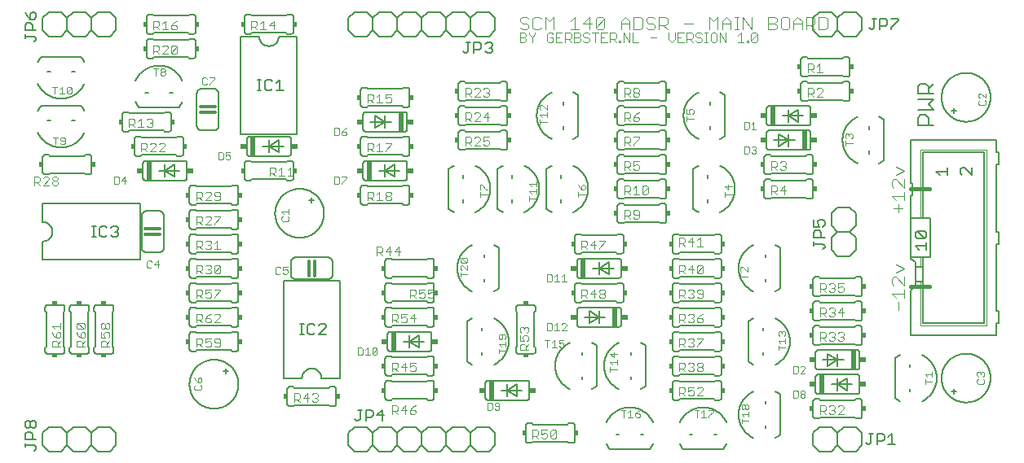
<source format=gto>
G04 EAGLE Gerber RS-274X export*
G75*
%MOMM*%
%FSLAX34Y34*%
%LPD*%
%INSilkscreen Top*%
%IPPOS*%
%AMOC8*
5,1,8,0,0,1.08239X$1,22.5*%
G01*
%ADD10C,0.101600*%
%ADD11C,0.076200*%
%ADD12C,0.406400*%
%ADD13C,0.152400*%
%ADD14R,0.508000X2.032000*%
%ADD15R,0.635000X0.508000*%
%ADD16R,0.381000X0.508000*%
%ADD17C,0.127000*%
%ADD18C,0.050800*%
%ADD19C,0.177800*%
%ADD20C,0.304800*%
%ADD21R,0.508000X0.381000*%


D10*
X580821Y462374D02*
X578618Y464577D01*
X574211Y464577D01*
X572008Y462374D01*
X572008Y460171D01*
X574211Y457968D01*
X578618Y457968D01*
X580821Y455764D01*
X580821Y453561D01*
X578618Y451358D01*
X574211Y451358D01*
X572008Y453561D01*
X591715Y464577D02*
X593918Y462374D01*
X591715Y464577D02*
X587308Y464577D01*
X585105Y462374D01*
X585105Y453561D01*
X587308Y451358D01*
X591715Y451358D01*
X593918Y453561D01*
X598203Y451358D02*
X598203Y464577D01*
X602609Y460171D01*
X607015Y464577D01*
X607015Y451358D01*
X624397Y460171D02*
X628803Y464577D01*
X628803Y451358D01*
X624397Y451358D02*
X633210Y451358D01*
X644104Y451358D02*
X644104Y464577D01*
X637494Y457968D01*
X646307Y457968D01*
X650592Y453561D02*
X650592Y462374D01*
X652795Y464577D01*
X657201Y464577D01*
X659404Y462374D01*
X659404Y453561D01*
X657201Y451358D01*
X652795Y451358D01*
X650592Y453561D01*
X659404Y462374D01*
X676786Y460171D02*
X676786Y451358D01*
X676786Y460171D02*
X681192Y464577D01*
X685599Y460171D01*
X685599Y451358D01*
X685599Y457968D02*
X676786Y457968D01*
X689883Y464577D02*
X689883Y451358D01*
X696493Y451358D01*
X698696Y453561D01*
X698696Y462374D01*
X696493Y464577D01*
X689883Y464577D01*
X709590Y464577D02*
X711793Y462374D01*
X709590Y464577D02*
X705184Y464577D01*
X702981Y462374D01*
X702981Y460171D01*
X705184Y457968D01*
X709590Y457968D01*
X711793Y455764D01*
X711793Y453561D01*
X709590Y451358D01*
X705184Y451358D01*
X702981Y453561D01*
X716078Y451358D02*
X716078Y464577D01*
X722687Y464577D01*
X724891Y462374D01*
X724891Y457968D01*
X722687Y455764D01*
X716078Y455764D01*
X720484Y455764D02*
X724891Y451358D01*
X742272Y457968D02*
X751085Y457968D01*
X768467Y451358D02*
X768467Y464577D01*
X772873Y460171D01*
X777280Y464577D01*
X777280Y451358D01*
X781564Y451358D02*
X781564Y460171D01*
X785970Y464577D01*
X790377Y460171D01*
X790377Y451358D01*
X790377Y457968D02*
X781564Y457968D01*
X794661Y451358D02*
X799068Y451358D01*
X796864Y451358D02*
X796864Y464577D01*
X794661Y464577D02*
X799068Y464577D01*
X803393Y464577D02*
X803393Y451358D01*
X812206Y451358D02*
X803393Y464577D01*
X812206Y464577D02*
X812206Y451358D01*
X829587Y451358D02*
X829587Y464577D01*
X836197Y464577D01*
X838400Y462374D01*
X838400Y460171D01*
X836197Y457968D01*
X838400Y455764D01*
X838400Y453561D01*
X836197Y451358D01*
X829587Y451358D01*
X829587Y457968D02*
X836197Y457968D01*
X844888Y464577D02*
X849294Y464577D01*
X844888Y464577D02*
X842685Y462374D01*
X842685Y453561D01*
X844888Y451358D01*
X849294Y451358D01*
X851497Y453561D01*
X851497Y462374D01*
X849294Y464577D01*
X855782Y460171D02*
X855782Y451358D01*
X855782Y460171D02*
X860188Y464577D01*
X864595Y460171D01*
X864595Y451358D01*
X864595Y457968D02*
X855782Y457968D01*
X868879Y451358D02*
X868879Y464577D01*
X875489Y464577D01*
X877692Y462374D01*
X877692Y457968D01*
X875489Y455764D01*
X868879Y455764D01*
X873285Y455764D02*
X877692Y451358D01*
X881976Y451358D02*
X881976Y464577D01*
X881976Y451358D02*
X888586Y451358D01*
X890789Y453561D01*
X890789Y462374D01*
X888586Y464577D01*
X881976Y464577D01*
D11*
X571881Y447937D02*
X571881Y438531D01*
X571881Y447937D02*
X576584Y447937D01*
X578152Y446369D01*
X578152Y444802D01*
X576584Y443234D01*
X578152Y441666D01*
X578152Y440099D01*
X576584Y438531D01*
X571881Y438531D01*
X571881Y443234D02*
X576584Y443234D01*
X581236Y446369D02*
X581236Y447937D01*
X581236Y446369D02*
X584372Y443234D01*
X587507Y446369D01*
X587507Y447937D01*
X584372Y443234D02*
X584372Y438531D01*
X604650Y447937D02*
X606217Y446369D01*
X604650Y447937D02*
X601514Y447937D01*
X599947Y446369D01*
X599947Y440099D01*
X601514Y438531D01*
X604650Y438531D01*
X606217Y440099D01*
X606217Y443234D01*
X603082Y443234D01*
X609302Y447937D02*
X615572Y447937D01*
X609302Y447937D02*
X609302Y438531D01*
X615572Y438531D01*
X612437Y443234D02*
X609302Y443234D01*
X618657Y438531D02*
X618657Y447937D01*
X623360Y447937D01*
X624928Y446369D01*
X624928Y443234D01*
X623360Y441666D01*
X618657Y441666D01*
X621792Y441666D02*
X624928Y438531D01*
X628012Y438531D02*
X628012Y447937D01*
X632715Y447937D01*
X634283Y446369D01*
X634283Y444802D01*
X632715Y443234D01*
X634283Y441666D01*
X634283Y440099D01*
X632715Y438531D01*
X628012Y438531D01*
X628012Y443234D02*
X632715Y443234D01*
X642070Y447937D02*
X643638Y446369D01*
X642070Y447937D02*
X638935Y447937D01*
X637367Y446369D01*
X637367Y444802D01*
X638935Y443234D01*
X642070Y443234D01*
X643638Y441666D01*
X643638Y440099D01*
X642070Y438531D01*
X638935Y438531D01*
X637367Y440099D01*
X649858Y438531D02*
X649858Y447937D01*
X646723Y447937D02*
X652993Y447937D01*
X656078Y447937D02*
X662348Y447937D01*
X656078Y447937D02*
X656078Y438531D01*
X662348Y438531D01*
X659213Y443234D02*
X656078Y443234D01*
X665433Y438531D02*
X665433Y447937D01*
X670136Y447937D01*
X671704Y446369D01*
X671704Y443234D01*
X670136Y441666D01*
X665433Y441666D01*
X668568Y441666D02*
X671704Y438531D01*
X674788Y438531D02*
X674788Y440099D01*
X676356Y440099D01*
X676356Y438531D01*
X674788Y438531D01*
X679466Y438531D02*
X679466Y447937D01*
X685736Y438531D01*
X685736Y447937D01*
X688821Y447937D02*
X688821Y438531D01*
X695092Y438531D01*
X707531Y443234D02*
X713802Y443234D01*
X726242Y441666D02*
X726242Y447937D01*
X726242Y441666D02*
X729377Y438531D01*
X732512Y441666D01*
X732512Y447937D01*
X735597Y447937D02*
X741867Y447937D01*
X735597Y447937D02*
X735597Y438531D01*
X741867Y438531D01*
X738732Y443234D02*
X735597Y443234D01*
X744952Y438531D02*
X744952Y447937D01*
X749655Y447937D01*
X751223Y446369D01*
X751223Y443234D01*
X749655Y441666D01*
X744952Y441666D01*
X748087Y441666D02*
X751223Y438531D01*
X760578Y446369D02*
X759010Y447937D01*
X755875Y447937D01*
X754307Y446369D01*
X754307Y444802D01*
X755875Y443234D01*
X759010Y443234D01*
X760578Y441666D01*
X760578Y440099D01*
X759010Y438531D01*
X755875Y438531D01*
X754307Y440099D01*
X763662Y438531D02*
X766798Y438531D01*
X765230Y438531D02*
X765230Y447937D01*
X763662Y447937D02*
X766798Y447937D01*
X771467Y447937D02*
X774602Y447937D01*
X771467Y447937D02*
X769899Y446369D01*
X769899Y440099D01*
X771467Y438531D01*
X774602Y438531D01*
X776170Y440099D01*
X776170Y446369D01*
X774602Y447937D01*
X779254Y447937D02*
X779254Y438531D01*
X785525Y438531D02*
X779254Y447937D01*
X785525Y447937D02*
X785525Y438531D01*
X797965Y444802D02*
X801100Y447937D01*
X801100Y438531D01*
X797965Y438531D02*
X804235Y438531D01*
X807320Y438531D02*
X807320Y440099D01*
X808888Y440099D01*
X808888Y438531D01*
X807320Y438531D01*
X811997Y440099D02*
X811997Y446369D01*
X813565Y447937D01*
X816700Y447937D01*
X818268Y446369D01*
X818268Y440099D01*
X816700Y438531D01*
X813565Y438531D01*
X811997Y440099D01*
X818268Y446369D01*
D10*
X964432Y269671D02*
X964432Y260858D01*
X960026Y265264D02*
X968839Y265264D01*
X962229Y273955D02*
X957823Y278362D01*
X971042Y278362D01*
X971042Y282768D02*
X971042Y273955D01*
X971042Y287053D02*
X971042Y295865D01*
X971042Y287053D02*
X962229Y295865D01*
X960026Y295865D01*
X957823Y293662D01*
X957823Y289256D01*
X960026Y287053D01*
X962229Y300150D02*
X971042Y304556D01*
X962229Y308963D01*
X964432Y168071D02*
X964432Y159258D01*
X962229Y172355D02*
X957823Y176762D01*
X971042Y176762D01*
X971042Y181168D02*
X971042Y172355D01*
X971042Y185453D02*
X971042Y194265D01*
X971042Y185453D02*
X962229Y194265D01*
X960026Y194265D01*
X957823Y192062D01*
X957823Y187656D01*
X960026Y185453D01*
X962229Y198550D02*
X971042Y202956D01*
X962229Y207363D01*
D12*
X977900Y184150D02*
X996950Y184150D01*
X996950Y285750D02*
X977900Y285750D01*
D13*
X355600Y276860D02*
X355600Y274320D01*
X353060Y274320D01*
X355600Y274320D02*
X355600Y271780D01*
X355600Y274320D02*
X358140Y274320D01*
X317500Y260350D02*
X317508Y260973D01*
X317531Y261596D01*
X317569Y262219D01*
X317622Y262840D01*
X317691Y263459D01*
X317775Y264077D01*
X317874Y264692D01*
X317988Y265305D01*
X318117Y265915D01*
X318261Y266522D01*
X318420Y267125D01*
X318594Y267723D01*
X318782Y268318D01*
X318985Y268907D01*
X319202Y269491D01*
X319433Y270070D01*
X319679Y270643D01*
X319939Y271210D01*
X320212Y271770D01*
X320499Y272323D01*
X320800Y272870D01*
X321114Y273408D01*
X321441Y273939D01*
X321781Y274461D01*
X322133Y274976D01*
X322499Y275481D01*
X322876Y275977D01*
X323266Y276464D01*
X323667Y276941D01*
X324080Y277408D01*
X324504Y277864D01*
X324939Y278311D01*
X325386Y278746D01*
X325842Y279170D01*
X326309Y279583D01*
X326786Y279984D01*
X327273Y280374D01*
X327769Y280751D01*
X328274Y281117D01*
X328789Y281469D01*
X329311Y281809D01*
X329842Y282136D01*
X330380Y282450D01*
X330927Y282751D01*
X331480Y283038D01*
X332040Y283311D01*
X332607Y283571D01*
X333180Y283817D01*
X333759Y284048D01*
X334343Y284265D01*
X334932Y284468D01*
X335527Y284656D01*
X336125Y284830D01*
X336728Y284989D01*
X337335Y285133D01*
X337945Y285262D01*
X338558Y285376D01*
X339173Y285475D01*
X339791Y285559D01*
X340410Y285628D01*
X341031Y285681D01*
X341654Y285719D01*
X342277Y285742D01*
X342900Y285750D01*
X343523Y285742D01*
X344146Y285719D01*
X344769Y285681D01*
X345390Y285628D01*
X346009Y285559D01*
X346627Y285475D01*
X347242Y285376D01*
X347855Y285262D01*
X348465Y285133D01*
X349072Y284989D01*
X349675Y284830D01*
X350273Y284656D01*
X350868Y284468D01*
X351457Y284265D01*
X352041Y284048D01*
X352620Y283817D01*
X353193Y283571D01*
X353760Y283311D01*
X354320Y283038D01*
X354873Y282751D01*
X355420Y282450D01*
X355958Y282136D01*
X356489Y281809D01*
X357011Y281469D01*
X357526Y281117D01*
X358031Y280751D01*
X358527Y280374D01*
X359014Y279984D01*
X359491Y279583D01*
X359958Y279170D01*
X360414Y278746D01*
X360861Y278311D01*
X361296Y277864D01*
X361720Y277408D01*
X362133Y276941D01*
X362534Y276464D01*
X362924Y275977D01*
X363301Y275481D01*
X363667Y274976D01*
X364019Y274461D01*
X364359Y273939D01*
X364686Y273408D01*
X365000Y272870D01*
X365301Y272323D01*
X365588Y271770D01*
X365861Y271210D01*
X366121Y270643D01*
X366367Y270070D01*
X366598Y269491D01*
X366815Y268907D01*
X367018Y268318D01*
X367206Y267723D01*
X367380Y267125D01*
X367539Y266522D01*
X367683Y265915D01*
X367812Y265305D01*
X367926Y264692D01*
X368025Y264077D01*
X368109Y263459D01*
X368178Y262840D01*
X368231Y262219D01*
X368269Y261596D01*
X368292Y260973D01*
X368300Y260350D01*
X368292Y259727D01*
X368269Y259104D01*
X368231Y258481D01*
X368178Y257860D01*
X368109Y257241D01*
X368025Y256623D01*
X367926Y256008D01*
X367812Y255395D01*
X367683Y254785D01*
X367539Y254178D01*
X367380Y253575D01*
X367206Y252977D01*
X367018Y252382D01*
X366815Y251793D01*
X366598Y251209D01*
X366367Y250630D01*
X366121Y250057D01*
X365861Y249490D01*
X365588Y248930D01*
X365301Y248377D01*
X365000Y247830D01*
X364686Y247292D01*
X364359Y246761D01*
X364019Y246239D01*
X363667Y245724D01*
X363301Y245219D01*
X362924Y244723D01*
X362534Y244236D01*
X362133Y243759D01*
X361720Y243292D01*
X361296Y242836D01*
X360861Y242389D01*
X360414Y241954D01*
X359958Y241530D01*
X359491Y241117D01*
X359014Y240716D01*
X358527Y240326D01*
X358031Y239949D01*
X357526Y239583D01*
X357011Y239231D01*
X356489Y238891D01*
X355958Y238564D01*
X355420Y238250D01*
X354873Y237949D01*
X354320Y237662D01*
X353760Y237389D01*
X353193Y237129D01*
X352620Y236883D01*
X352041Y236652D01*
X351457Y236435D01*
X350868Y236232D01*
X350273Y236044D01*
X349675Y235870D01*
X349072Y235711D01*
X348465Y235567D01*
X347855Y235438D01*
X347242Y235324D01*
X346627Y235225D01*
X346009Y235141D01*
X345390Y235072D01*
X344769Y235019D01*
X344146Y234981D01*
X343523Y234958D01*
X342900Y234950D01*
X342277Y234958D01*
X341654Y234981D01*
X341031Y235019D01*
X340410Y235072D01*
X339791Y235141D01*
X339173Y235225D01*
X338558Y235324D01*
X337945Y235438D01*
X337335Y235567D01*
X336728Y235711D01*
X336125Y235870D01*
X335527Y236044D01*
X334932Y236232D01*
X334343Y236435D01*
X333759Y236652D01*
X333180Y236883D01*
X332607Y237129D01*
X332040Y237389D01*
X331480Y237662D01*
X330927Y237949D01*
X330380Y238250D01*
X329842Y238564D01*
X329311Y238891D01*
X328789Y239231D01*
X328274Y239583D01*
X327769Y239949D01*
X327273Y240326D01*
X326786Y240716D01*
X326309Y241117D01*
X325842Y241530D01*
X325386Y241954D01*
X324939Y242389D01*
X324504Y242836D01*
X324080Y243292D01*
X323667Y243759D01*
X323266Y244236D01*
X322876Y244723D01*
X322499Y245219D01*
X322133Y245724D01*
X321781Y246239D01*
X321441Y246761D01*
X321114Y247292D01*
X320800Y247830D01*
X320499Y248377D01*
X320212Y248930D01*
X319939Y249490D01*
X319679Y250057D01*
X319433Y250630D01*
X319202Y251209D01*
X318985Y251793D01*
X318782Y252382D01*
X318594Y252977D01*
X318420Y253575D01*
X318261Y254178D01*
X318117Y254785D01*
X317988Y255395D01*
X317874Y256008D01*
X317775Y256623D01*
X317691Y257241D01*
X317622Y257860D01*
X317569Y258481D01*
X317531Y259104D01*
X317508Y259727D01*
X317500Y260350D01*
D11*
X324225Y255799D02*
X325453Y257028D01*
X324225Y255799D02*
X324225Y253341D01*
X325453Y252113D01*
X330368Y252113D01*
X331597Y253341D01*
X331597Y255799D01*
X330368Y257028D01*
X326682Y259597D02*
X324225Y262054D01*
X331597Y262054D01*
X331597Y259597D02*
X331597Y264512D01*
D13*
X850900Y336550D02*
X857250Y336550D01*
X840740Y330200D02*
X840740Y342900D01*
X850900Y336550D01*
X835660Y336550D01*
X840740Y330200D02*
X850900Y336550D01*
X850900Y330200D01*
X850900Y336550D02*
X850900Y342900D01*
X830580Y326390D02*
X830480Y326392D01*
X830381Y326398D01*
X830281Y326408D01*
X830183Y326421D01*
X830084Y326439D01*
X829987Y326460D01*
X829891Y326485D01*
X829795Y326514D01*
X829701Y326547D01*
X829608Y326583D01*
X829517Y326623D01*
X829427Y326667D01*
X829339Y326714D01*
X829253Y326764D01*
X829169Y326818D01*
X829087Y326875D01*
X829008Y326935D01*
X828930Y326999D01*
X828856Y327065D01*
X828784Y327134D01*
X828715Y327206D01*
X828649Y327280D01*
X828585Y327358D01*
X828525Y327437D01*
X828468Y327519D01*
X828414Y327603D01*
X828364Y327689D01*
X828317Y327777D01*
X828273Y327867D01*
X828233Y327958D01*
X828197Y328051D01*
X828164Y328145D01*
X828135Y328241D01*
X828110Y328337D01*
X828089Y328434D01*
X828071Y328533D01*
X828058Y328631D01*
X828048Y328731D01*
X828042Y328830D01*
X828040Y328930D01*
X828040Y344170D01*
X828042Y344270D01*
X828048Y344369D01*
X828058Y344469D01*
X828071Y344567D01*
X828089Y344666D01*
X828110Y344763D01*
X828135Y344859D01*
X828164Y344955D01*
X828197Y345049D01*
X828233Y345142D01*
X828273Y345233D01*
X828317Y345323D01*
X828364Y345411D01*
X828414Y345497D01*
X828468Y345581D01*
X828525Y345663D01*
X828585Y345742D01*
X828649Y345820D01*
X828715Y345894D01*
X828784Y345966D01*
X828856Y346035D01*
X828930Y346101D01*
X829008Y346165D01*
X829087Y346225D01*
X829169Y346282D01*
X829253Y346336D01*
X829339Y346386D01*
X829427Y346433D01*
X829517Y346477D01*
X829608Y346517D01*
X829701Y346553D01*
X829795Y346586D01*
X829891Y346615D01*
X829987Y346640D01*
X830084Y346661D01*
X830183Y346679D01*
X830281Y346692D01*
X830381Y346702D01*
X830480Y346708D01*
X830580Y346710D01*
X871220Y326390D02*
X871320Y326392D01*
X871419Y326398D01*
X871519Y326408D01*
X871617Y326421D01*
X871716Y326439D01*
X871813Y326460D01*
X871909Y326485D01*
X872005Y326514D01*
X872099Y326547D01*
X872192Y326583D01*
X872283Y326623D01*
X872373Y326667D01*
X872461Y326714D01*
X872547Y326764D01*
X872631Y326818D01*
X872713Y326875D01*
X872792Y326935D01*
X872870Y326999D01*
X872944Y327065D01*
X873016Y327134D01*
X873085Y327206D01*
X873151Y327280D01*
X873215Y327358D01*
X873275Y327437D01*
X873332Y327519D01*
X873386Y327603D01*
X873436Y327689D01*
X873483Y327777D01*
X873527Y327867D01*
X873567Y327958D01*
X873603Y328051D01*
X873636Y328145D01*
X873665Y328241D01*
X873690Y328337D01*
X873711Y328434D01*
X873729Y328533D01*
X873742Y328631D01*
X873752Y328731D01*
X873758Y328830D01*
X873760Y328930D01*
X873760Y344170D02*
X873758Y344270D01*
X873752Y344369D01*
X873742Y344469D01*
X873729Y344567D01*
X873711Y344666D01*
X873690Y344763D01*
X873665Y344859D01*
X873636Y344955D01*
X873603Y345049D01*
X873567Y345142D01*
X873527Y345233D01*
X873483Y345323D01*
X873436Y345411D01*
X873386Y345497D01*
X873332Y345581D01*
X873275Y345663D01*
X873215Y345742D01*
X873151Y345820D01*
X873085Y345894D01*
X873016Y345966D01*
X872944Y346035D01*
X872870Y346101D01*
X872792Y346165D01*
X872713Y346225D01*
X872631Y346282D01*
X872547Y346336D01*
X872461Y346386D01*
X872373Y346433D01*
X872283Y346477D01*
X872192Y346517D01*
X872099Y346553D01*
X872005Y346586D01*
X871909Y346615D01*
X871813Y346640D01*
X871716Y346661D01*
X871617Y346679D01*
X871519Y346692D01*
X871419Y346702D01*
X871320Y346708D01*
X871220Y346710D01*
X830580Y346710D01*
X873760Y344170D02*
X873760Y328930D01*
X871220Y326390D02*
X830580Y326390D01*
D14*
X867410Y336550D03*
D15*
X824865Y336550D03*
X876935Y336550D03*
D11*
X804563Y347853D02*
X804563Y355225D01*
X804563Y347853D02*
X808249Y347853D01*
X809478Y349082D01*
X809478Y353997D01*
X808249Y355225D01*
X804563Y355225D01*
X812047Y352768D02*
X814504Y355225D01*
X814504Y347853D01*
X812047Y347853D02*
X816962Y347853D01*
D13*
X844550Y361950D02*
X850900Y361950D01*
X861060Y368300D02*
X861060Y355600D01*
X850900Y361950D01*
X866140Y361950D01*
X861060Y368300D02*
X850900Y361950D01*
X850900Y368300D01*
X850900Y361950D02*
X850900Y355600D01*
X871220Y372110D02*
X871320Y372108D01*
X871419Y372102D01*
X871519Y372092D01*
X871617Y372079D01*
X871716Y372061D01*
X871813Y372040D01*
X871909Y372015D01*
X872005Y371986D01*
X872099Y371953D01*
X872192Y371917D01*
X872283Y371877D01*
X872373Y371833D01*
X872461Y371786D01*
X872547Y371736D01*
X872631Y371682D01*
X872713Y371625D01*
X872792Y371565D01*
X872870Y371501D01*
X872944Y371435D01*
X873016Y371366D01*
X873085Y371294D01*
X873151Y371220D01*
X873215Y371142D01*
X873275Y371063D01*
X873332Y370981D01*
X873386Y370897D01*
X873436Y370811D01*
X873483Y370723D01*
X873527Y370633D01*
X873567Y370542D01*
X873603Y370449D01*
X873636Y370355D01*
X873665Y370259D01*
X873690Y370163D01*
X873711Y370066D01*
X873729Y369967D01*
X873742Y369869D01*
X873752Y369769D01*
X873758Y369670D01*
X873760Y369570D01*
X873760Y354330D01*
X873758Y354230D01*
X873752Y354131D01*
X873742Y354031D01*
X873729Y353933D01*
X873711Y353834D01*
X873690Y353737D01*
X873665Y353641D01*
X873636Y353545D01*
X873603Y353451D01*
X873567Y353358D01*
X873527Y353267D01*
X873483Y353177D01*
X873436Y353089D01*
X873386Y353003D01*
X873332Y352919D01*
X873275Y352837D01*
X873215Y352758D01*
X873151Y352680D01*
X873085Y352606D01*
X873016Y352534D01*
X872944Y352465D01*
X872870Y352399D01*
X872792Y352335D01*
X872713Y352275D01*
X872631Y352218D01*
X872547Y352164D01*
X872461Y352114D01*
X872373Y352067D01*
X872283Y352023D01*
X872192Y351983D01*
X872099Y351947D01*
X872005Y351914D01*
X871909Y351885D01*
X871813Y351860D01*
X871716Y351839D01*
X871617Y351821D01*
X871519Y351808D01*
X871419Y351798D01*
X871320Y351792D01*
X871220Y351790D01*
X830580Y372110D02*
X830480Y372108D01*
X830381Y372102D01*
X830281Y372092D01*
X830183Y372079D01*
X830084Y372061D01*
X829987Y372040D01*
X829891Y372015D01*
X829795Y371986D01*
X829701Y371953D01*
X829608Y371917D01*
X829517Y371877D01*
X829427Y371833D01*
X829339Y371786D01*
X829253Y371736D01*
X829169Y371682D01*
X829087Y371625D01*
X829008Y371565D01*
X828930Y371501D01*
X828856Y371435D01*
X828784Y371366D01*
X828715Y371294D01*
X828649Y371220D01*
X828585Y371142D01*
X828525Y371063D01*
X828468Y370981D01*
X828414Y370897D01*
X828364Y370811D01*
X828317Y370723D01*
X828273Y370633D01*
X828233Y370542D01*
X828197Y370449D01*
X828164Y370355D01*
X828135Y370259D01*
X828110Y370163D01*
X828089Y370066D01*
X828071Y369967D01*
X828058Y369869D01*
X828048Y369769D01*
X828042Y369670D01*
X828040Y369570D01*
X828040Y354330D02*
X828042Y354230D01*
X828048Y354131D01*
X828058Y354031D01*
X828071Y353933D01*
X828089Y353834D01*
X828110Y353737D01*
X828135Y353641D01*
X828164Y353545D01*
X828197Y353451D01*
X828233Y353358D01*
X828273Y353267D01*
X828317Y353177D01*
X828364Y353089D01*
X828414Y353003D01*
X828468Y352919D01*
X828525Y352837D01*
X828585Y352758D01*
X828649Y352680D01*
X828715Y352606D01*
X828784Y352534D01*
X828856Y352465D01*
X828930Y352399D01*
X829008Y352335D01*
X829087Y352275D01*
X829169Y352218D01*
X829253Y352164D01*
X829339Y352114D01*
X829427Y352067D01*
X829517Y352023D01*
X829608Y351983D01*
X829701Y351947D01*
X829795Y351914D01*
X829891Y351885D01*
X829987Y351860D01*
X830084Y351839D01*
X830183Y351821D01*
X830281Y351808D01*
X830381Y351798D01*
X830480Y351792D01*
X830580Y351790D01*
X871220Y351790D01*
X828040Y354330D02*
X828040Y369570D01*
X830580Y372110D02*
X871220Y372110D01*
D14*
X834390Y361950D03*
D15*
X876935Y361950D03*
X824865Y361950D03*
D11*
X804563Y329825D02*
X804563Y322453D01*
X808249Y322453D01*
X809478Y323682D01*
X809478Y328597D01*
X808249Y329825D01*
X804563Y329825D01*
X812047Y328597D02*
X813276Y329825D01*
X815733Y329825D01*
X816962Y328597D01*
X816962Y327368D01*
X815733Y326139D01*
X814504Y326139D01*
X815733Y326139D02*
X816962Y324910D01*
X816962Y323682D01*
X815733Y322453D01*
X813276Y322453D01*
X812047Y323682D01*
D13*
X203200Y304800D02*
X196850Y304800D01*
X213360Y311150D02*
X213360Y298450D01*
X203200Y304800D01*
X218440Y304800D01*
X213360Y311150D02*
X203200Y304800D01*
X203200Y311150D01*
X203200Y304800D02*
X203200Y298450D01*
X223520Y314960D02*
X223620Y314958D01*
X223719Y314952D01*
X223819Y314942D01*
X223917Y314929D01*
X224016Y314911D01*
X224113Y314890D01*
X224209Y314865D01*
X224305Y314836D01*
X224399Y314803D01*
X224492Y314767D01*
X224583Y314727D01*
X224673Y314683D01*
X224761Y314636D01*
X224847Y314586D01*
X224931Y314532D01*
X225013Y314475D01*
X225092Y314415D01*
X225170Y314351D01*
X225244Y314285D01*
X225316Y314216D01*
X225385Y314144D01*
X225451Y314070D01*
X225515Y313992D01*
X225575Y313913D01*
X225632Y313831D01*
X225686Y313747D01*
X225736Y313661D01*
X225783Y313573D01*
X225827Y313483D01*
X225867Y313392D01*
X225903Y313299D01*
X225936Y313205D01*
X225965Y313109D01*
X225990Y313013D01*
X226011Y312916D01*
X226029Y312817D01*
X226042Y312719D01*
X226052Y312619D01*
X226058Y312520D01*
X226060Y312420D01*
X226060Y297180D01*
X226058Y297080D01*
X226052Y296981D01*
X226042Y296881D01*
X226029Y296783D01*
X226011Y296684D01*
X225990Y296587D01*
X225965Y296491D01*
X225936Y296395D01*
X225903Y296301D01*
X225867Y296208D01*
X225827Y296117D01*
X225783Y296027D01*
X225736Y295939D01*
X225686Y295853D01*
X225632Y295769D01*
X225575Y295687D01*
X225515Y295608D01*
X225451Y295530D01*
X225385Y295456D01*
X225316Y295384D01*
X225244Y295315D01*
X225170Y295249D01*
X225092Y295185D01*
X225013Y295125D01*
X224931Y295068D01*
X224847Y295014D01*
X224761Y294964D01*
X224673Y294917D01*
X224583Y294873D01*
X224492Y294833D01*
X224399Y294797D01*
X224305Y294764D01*
X224209Y294735D01*
X224113Y294710D01*
X224016Y294689D01*
X223917Y294671D01*
X223819Y294658D01*
X223719Y294648D01*
X223620Y294642D01*
X223520Y294640D01*
X182880Y314960D02*
X182780Y314958D01*
X182681Y314952D01*
X182581Y314942D01*
X182483Y314929D01*
X182384Y314911D01*
X182287Y314890D01*
X182191Y314865D01*
X182095Y314836D01*
X182001Y314803D01*
X181908Y314767D01*
X181817Y314727D01*
X181727Y314683D01*
X181639Y314636D01*
X181553Y314586D01*
X181469Y314532D01*
X181387Y314475D01*
X181308Y314415D01*
X181230Y314351D01*
X181156Y314285D01*
X181084Y314216D01*
X181015Y314144D01*
X180949Y314070D01*
X180885Y313992D01*
X180825Y313913D01*
X180768Y313831D01*
X180714Y313747D01*
X180664Y313661D01*
X180617Y313573D01*
X180573Y313483D01*
X180533Y313392D01*
X180497Y313299D01*
X180464Y313205D01*
X180435Y313109D01*
X180410Y313013D01*
X180389Y312916D01*
X180371Y312817D01*
X180358Y312719D01*
X180348Y312619D01*
X180342Y312520D01*
X180340Y312420D01*
X180340Y297180D02*
X180342Y297080D01*
X180348Y296981D01*
X180358Y296881D01*
X180371Y296783D01*
X180389Y296684D01*
X180410Y296587D01*
X180435Y296491D01*
X180464Y296395D01*
X180497Y296301D01*
X180533Y296208D01*
X180573Y296117D01*
X180617Y296027D01*
X180664Y295939D01*
X180714Y295853D01*
X180768Y295769D01*
X180825Y295687D01*
X180885Y295608D01*
X180949Y295530D01*
X181015Y295456D01*
X181084Y295384D01*
X181156Y295315D01*
X181230Y295249D01*
X181308Y295185D01*
X181387Y295125D01*
X181469Y295068D01*
X181553Y295014D01*
X181639Y294964D01*
X181727Y294917D01*
X181817Y294873D01*
X181908Y294833D01*
X182001Y294797D01*
X182095Y294764D01*
X182191Y294735D01*
X182287Y294710D01*
X182384Y294689D01*
X182483Y294671D01*
X182581Y294658D01*
X182681Y294648D01*
X182780Y294642D01*
X182880Y294640D01*
X223520Y294640D01*
X180340Y297180D02*
X180340Y312420D01*
X182880Y314960D02*
X223520Y314960D01*
D14*
X186690Y304800D03*
D15*
X229235Y304800D03*
X177165Y304800D03*
D11*
X150513Y298075D02*
X150513Y290703D01*
X154199Y290703D01*
X155428Y291932D01*
X155428Y296847D01*
X154199Y298075D01*
X150513Y298075D01*
X161683Y298075D02*
X161683Y290703D01*
X157997Y294389D02*
X161683Y298075D01*
X162912Y294389D02*
X157997Y294389D01*
D13*
X304800Y330200D02*
X311150Y330200D01*
X321310Y336550D02*
X321310Y323850D01*
X311150Y330200D01*
X326390Y330200D01*
X321310Y336550D02*
X311150Y330200D01*
X311150Y336550D01*
X311150Y330200D02*
X311150Y323850D01*
X331470Y340360D02*
X331570Y340358D01*
X331669Y340352D01*
X331769Y340342D01*
X331867Y340329D01*
X331966Y340311D01*
X332063Y340290D01*
X332159Y340265D01*
X332255Y340236D01*
X332349Y340203D01*
X332442Y340167D01*
X332533Y340127D01*
X332623Y340083D01*
X332711Y340036D01*
X332797Y339986D01*
X332881Y339932D01*
X332963Y339875D01*
X333042Y339815D01*
X333120Y339751D01*
X333194Y339685D01*
X333266Y339616D01*
X333335Y339544D01*
X333401Y339470D01*
X333465Y339392D01*
X333525Y339313D01*
X333582Y339231D01*
X333636Y339147D01*
X333686Y339061D01*
X333733Y338973D01*
X333777Y338883D01*
X333817Y338792D01*
X333853Y338699D01*
X333886Y338605D01*
X333915Y338509D01*
X333940Y338413D01*
X333961Y338316D01*
X333979Y338217D01*
X333992Y338119D01*
X334002Y338019D01*
X334008Y337920D01*
X334010Y337820D01*
X334010Y322580D01*
X334008Y322480D01*
X334002Y322381D01*
X333992Y322281D01*
X333979Y322183D01*
X333961Y322084D01*
X333940Y321987D01*
X333915Y321891D01*
X333886Y321795D01*
X333853Y321701D01*
X333817Y321608D01*
X333777Y321517D01*
X333733Y321427D01*
X333686Y321339D01*
X333636Y321253D01*
X333582Y321169D01*
X333525Y321087D01*
X333465Y321008D01*
X333401Y320930D01*
X333335Y320856D01*
X333266Y320784D01*
X333194Y320715D01*
X333120Y320649D01*
X333042Y320585D01*
X332963Y320525D01*
X332881Y320468D01*
X332797Y320414D01*
X332711Y320364D01*
X332623Y320317D01*
X332533Y320273D01*
X332442Y320233D01*
X332349Y320197D01*
X332255Y320164D01*
X332159Y320135D01*
X332063Y320110D01*
X331966Y320089D01*
X331867Y320071D01*
X331769Y320058D01*
X331669Y320048D01*
X331570Y320042D01*
X331470Y320040D01*
X290830Y340360D02*
X290730Y340358D01*
X290631Y340352D01*
X290531Y340342D01*
X290433Y340329D01*
X290334Y340311D01*
X290237Y340290D01*
X290141Y340265D01*
X290045Y340236D01*
X289951Y340203D01*
X289858Y340167D01*
X289767Y340127D01*
X289677Y340083D01*
X289589Y340036D01*
X289503Y339986D01*
X289419Y339932D01*
X289337Y339875D01*
X289258Y339815D01*
X289180Y339751D01*
X289106Y339685D01*
X289034Y339616D01*
X288965Y339544D01*
X288899Y339470D01*
X288835Y339392D01*
X288775Y339313D01*
X288718Y339231D01*
X288664Y339147D01*
X288614Y339061D01*
X288567Y338973D01*
X288523Y338883D01*
X288483Y338792D01*
X288447Y338699D01*
X288414Y338605D01*
X288385Y338509D01*
X288360Y338413D01*
X288339Y338316D01*
X288321Y338217D01*
X288308Y338119D01*
X288298Y338019D01*
X288292Y337920D01*
X288290Y337820D01*
X288290Y322580D02*
X288292Y322480D01*
X288298Y322381D01*
X288308Y322281D01*
X288321Y322183D01*
X288339Y322084D01*
X288360Y321987D01*
X288385Y321891D01*
X288414Y321795D01*
X288447Y321701D01*
X288483Y321608D01*
X288523Y321517D01*
X288567Y321427D01*
X288614Y321339D01*
X288664Y321253D01*
X288718Y321169D01*
X288775Y321087D01*
X288835Y321008D01*
X288899Y320930D01*
X288965Y320856D01*
X289034Y320784D01*
X289106Y320715D01*
X289180Y320649D01*
X289258Y320585D01*
X289337Y320525D01*
X289419Y320468D01*
X289503Y320414D01*
X289589Y320364D01*
X289677Y320317D01*
X289767Y320273D01*
X289858Y320233D01*
X289951Y320197D01*
X290045Y320164D01*
X290141Y320135D01*
X290237Y320110D01*
X290334Y320089D01*
X290433Y320071D01*
X290531Y320058D01*
X290631Y320048D01*
X290730Y320042D01*
X290830Y320040D01*
X331470Y320040D01*
X288290Y322580D02*
X288290Y337820D01*
X290830Y340360D02*
X331470Y340360D01*
D14*
X294640Y330200D03*
D15*
X337185Y330200D03*
X285115Y330200D03*
D11*
X258463Y323475D02*
X258463Y316103D01*
X262149Y316103D01*
X263378Y317332D01*
X263378Y322247D01*
X262149Y323475D01*
X258463Y323475D01*
X265947Y323475D02*
X270862Y323475D01*
X265947Y323475D02*
X265947Y319789D01*
X268404Y321018D01*
X269633Y321018D01*
X270862Y319789D01*
X270862Y317332D01*
X269633Y316103D01*
X267176Y316103D01*
X265947Y317332D01*
D13*
X431800Y355600D02*
X438150Y355600D01*
X421640Y349250D02*
X421640Y361950D01*
X431800Y355600D01*
X416560Y355600D01*
X421640Y349250D02*
X431800Y355600D01*
X431800Y349250D01*
X431800Y355600D02*
X431800Y361950D01*
X411480Y345440D02*
X411380Y345442D01*
X411281Y345448D01*
X411181Y345458D01*
X411083Y345471D01*
X410984Y345489D01*
X410887Y345510D01*
X410791Y345535D01*
X410695Y345564D01*
X410601Y345597D01*
X410508Y345633D01*
X410417Y345673D01*
X410327Y345717D01*
X410239Y345764D01*
X410153Y345814D01*
X410069Y345868D01*
X409987Y345925D01*
X409908Y345985D01*
X409830Y346049D01*
X409756Y346115D01*
X409684Y346184D01*
X409615Y346256D01*
X409549Y346330D01*
X409485Y346408D01*
X409425Y346487D01*
X409368Y346569D01*
X409314Y346653D01*
X409264Y346739D01*
X409217Y346827D01*
X409173Y346917D01*
X409133Y347008D01*
X409097Y347101D01*
X409064Y347195D01*
X409035Y347291D01*
X409010Y347387D01*
X408989Y347484D01*
X408971Y347583D01*
X408958Y347681D01*
X408948Y347781D01*
X408942Y347880D01*
X408940Y347980D01*
X408940Y363220D01*
X408942Y363320D01*
X408948Y363419D01*
X408958Y363519D01*
X408971Y363617D01*
X408989Y363716D01*
X409010Y363813D01*
X409035Y363909D01*
X409064Y364005D01*
X409097Y364099D01*
X409133Y364192D01*
X409173Y364283D01*
X409217Y364373D01*
X409264Y364461D01*
X409314Y364547D01*
X409368Y364631D01*
X409425Y364713D01*
X409485Y364792D01*
X409549Y364870D01*
X409615Y364944D01*
X409684Y365016D01*
X409756Y365085D01*
X409830Y365151D01*
X409908Y365215D01*
X409987Y365275D01*
X410069Y365332D01*
X410153Y365386D01*
X410239Y365436D01*
X410327Y365483D01*
X410417Y365527D01*
X410508Y365567D01*
X410601Y365603D01*
X410695Y365636D01*
X410791Y365665D01*
X410887Y365690D01*
X410984Y365711D01*
X411083Y365729D01*
X411181Y365742D01*
X411281Y365752D01*
X411380Y365758D01*
X411480Y365760D01*
X452120Y345440D02*
X452220Y345442D01*
X452319Y345448D01*
X452419Y345458D01*
X452517Y345471D01*
X452616Y345489D01*
X452713Y345510D01*
X452809Y345535D01*
X452905Y345564D01*
X452999Y345597D01*
X453092Y345633D01*
X453183Y345673D01*
X453273Y345717D01*
X453361Y345764D01*
X453447Y345814D01*
X453531Y345868D01*
X453613Y345925D01*
X453692Y345985D01*
X453770Y346049D01*
X453844Y346115D01*
X453916Y346184D01*
X453985Y346256D01*
X454051Y346330D01*
X454115Y346408D01*
X454175Y346487D01*
X454232Y346569D01*
X454286Y346653D01*
X454336Y346739D01*
X454383Y346827D01*
X454427Y346917D01*
X454467Y347008D01*
X454503Y347101D01*
X454536Y347195D01*
X454565Y347291D01*
X454590Y347387D01*
X454611Y347484D01*
X454629Y347583D01*
X454642Y347681D01*
X454652Y347781D01*
X454658Y347880D01*
X454660Y347980D01*
X454660Y363220D02*
X454658Y363320D01*
X454652Y363419D01*
X454642Y363519D01*
X454629Y363617D01*
X454611Y363716D01*
X454590Y363813D01*
X454565Y363909D01*
X454536Y364005D01*
X454503Y364099D01*
X454467Y364192D01*
X454427Y364283D01*
X454383Y364373D01*
X454336Y364461D01*
X454286Y364547D01*
X454232Y364631D01*
X454175Y364713D01*
X454115Y364792D01*
X454051Y364870D01*
X453985Y364944D01*
X453916Y365016D01*
X453844Y365085D01*
X453770Y365151D01*
X453692Y365215D01*
X453613Y365275D01*
X453531Y365332D01*
X453447Y365386D01*
X453361Y365436D01*
X453273Y365483D01*
X453183Y365527D01*
X453092Y365567D01*
X452999Y365603D01*
X452905Y365636D01*
X452809Y365665D01*
X452713Y365690D01*
X452616Y365711D01*
X452517Y365729D01*
X452419Y365742D01*
X452319Y365752D01*
X452220Y365758D01*
X452120Y365760D01*
X411480Y365760D01*
X454660Y363220D02*
X454660Y347980D01*
X452120Y345440D02*
X411480Y345440D01*
D14*
X448310Y355600D03*
D15*
X405765Y355600D03*
X457835Y355600D03*
D11*
X379113Y348875D02*
X379113Y341503D01*
X382799Y341503D01*
X384028Y342732D01*
X384028Y347647D01*
X382799Y348875D01*
X379113Y348875D01*
X389054Y347647D02*
X391512Y348875D01*
X389054Y347647D02*
X386597Y345189D01*
X386597Y342732D01*
X387826Y341503D01*
X390283Y341503D01*
X391512Y342732D01*
X391512Y343960D01*
X390283Y345189D01*
X386597Y345189D01*
D13*
X425450Y304800D02*
X431800Y304800D01*
X441960Y311150D02*
X441960Y298450D01*
X431800Y304800D01*
X447040Y304800D01*
X441960Y311150D02*
X431800Y304800D01*
X431800Y311150D01*
X431800Y304800D02*
X431800Y298450D01*
X452120Y314960D02*
X452220Y314958D01*
X452319Y314952D01*
X452419Y314942D01*
X452517Y314929D01*
X452616Y314911D01*
X452713Y314890D01*
X452809Y314865D01*
X452905Y314836D01*
X452999Y314803D01*
X453092Y314767D01*
X453183Y314727D01*
X453273Y314683D01*
X453361Y314636D01*
X453447Y314586D01*
X453531Y314532D01*
X453613Y314475D01*
X453692Y314415D01*
X453770Y314351D01*
X453844Y314285D01*
X453916Y314216D01*
X453985Y314144D01*
X454051Y314070D01*
X454115Y313992D01*
X454175Y313913D01*
X454232Y313831D01*
X454286Y313747D01*
X454336Y313661D01*
X454383Y313573D01*
X454427Y313483D01*
X454467Y313392D01*
X454503Y313299D01*
X454536Y313205D01*
X454565Y313109D01*
X454590Y313013D01*
X454611Y312916D01*
X454629Y312817D01*
X454642Y312719D01*
X454652Y312619D01*
X454658Y312520D01*
X454660Y312420D01*
X454660Y297180D01*
X454658Y297080D01*
X454652Y296981D01*
X454642Y296881D01*
X454629Y296783D01*
X454611Y296684D01*
X454590Y296587D01*
X454565Y296491D01*
X454536Y296395D01*
X454503Y296301D01*
X454467Y296208D01*
X454427Y296117D01*
X454383Y296027D01*
X454336Y295939D01*
X454286Y295853D01*
X454232Y295769D01*
X454175Y295687D01*
X454115Y295608D01*
X454051Y295530D01*
X453985Y295456D01*
X453916Y295384D01*
X453844Y295315D01*
X453770Y295249D01*
X453692Y295185D01*
X453613Y295125D01*
X453531Y295068D01*
X453447Y295014D01*
X453361Y294964D01*
X453273Y294917D01*
X453183Y294873D01*
X453092Y294833D01*
X452999Y294797D01*
X452905Y294764D01*
X452809Y294735D01*
X452713Y294710D01*
X452616Y294689D01*
X452517Y294671D01*
X452419Y294658D01*
X452319Y294648D01*
X452220Y294642D01*
X452120Y294640D01*
X411480Y314960D02*
X411380Y314958D01*
X411281Y314952D01*
X411181Y314942D01*
X411083Y314929D01*
X410984Y314911D01*
X410887Y314890D01*
X410791Y314865D01*
X410695Y314836D01*
X410601Y314803D01*
X410508Y314767D01*
X410417Y314727D01*
X410327Y314683D01*
X410239Y314636D01*
X410153Y314586D01*
X410069Y314532D01*
X409987Y314475D01*
X409908Y314415D01*
X409830Y314351D01*
X409756Y314285D01*
X409684Y314216D01*
X409615Y314144D01*
X409549Y314070D01*
X409485Y313992D01*
X409425Y313913D01*
X409368Y313831D01*
X409314Y313747D01*
X409264Y313661D01*
X409217Y313573D01*
X409173Y313483D01*
X409133Y313392D01*
X409097Y313299D01*
X409064Y313205D01*
X409035Y313109D01*
X409010Y313013D01*
X408989Y312916D01*
X408971Y312817D01*
X408958Y312719D01*
X408948Y312619D01*
X408942Y312520D01*
X408940Y312420D01*
X408940Y297180D02*
X408942Y297080D01*
X408948Y296981D01*
X408958Y296881D01*
X408971Y296783D01*
X408989Y296684D01*
X409010Y296587D01*
X409035Y296491D01*
X409064Y296395D01*
X409097Y296301D01*
X409133Y296208D01*
X409173Y296117D01*
X409217Y296027D01*
X409264Y295939D01*
X409314Y295853D01*
X409368Y295769D01*
X409425Y295687D01*
X409485Y295608D01*
X409549Y295530D01*
X409615Y295456D01*
X409684Y295384D01*
X409756Y295315D01*
X409830Y295249D01*
X409908Y295185D01*
X409987Y295125D01*
X410069Y295068D01*
X410153Y295014D01*
X410239Y294964D01*
X410327Y294917D01*
X410417Y294873D01*
X410508Y294833D01*
X410601Y294797D01*
X410695Y294764D01*
X410791Y294735D01*
X410887Y294710D01*
X410984Y294689D01*
X411083Y294671D01*
X411181Y294658D01*
X411281Y294648D01*
X411380Y294642D01*
X411480Y294640D01*
X452120Y294640D01*
X408940Y297180D02*
X408940Y312420D01*
X411480Y314960D02*
X452120Y314960D01*
D14*
X415290Y304800D03*
D15*
X457835Y304800D03*
X405765Y304800D03*
D11*
X379113Y298075D02*
X379113Y290703D01*
X382799Y290703D01*
X384028Y291932D01*
X384028Y296847D01*
X382799Y298075D01*
X379113Y298075D01*
X386597Y298075D02*
X391512Y298075D01*
X391512Y296847D01*
X386597Y291932D01*
X386597Y290703D01*
D13*
X911860Y402590D02*
X911960Y402592D01*
X912059Y402598D01*
X912159Y402608D01*
X912257Y402621D01*
X912356Y402639D01*
X912453Y402660D01*
X912549Y402685D01*
X912645Y402714D01*
X912739Y402747D01*
X912832Y402783D01*
X912923Y402823D01*
X913013Y402867D01*
X913101Y402914D01*
X913187Y402964D01*
X913271Y403018D01*
X913353Y403075D01*
X913432Y403135D01*
X913510Y403199D01*
X913584Y403265D01*
X913656Y403334D01*
X913725Y403406D01*
X913791Y403480D01*
X913855Y403558D01*
X913915Y403637D01*
X913972Y403719D01*
X914026Y403803D01*
X914076Y403889D01*
X914123Y403977D01*
X914167Y404067D01*
X914207Y404158D01*
X914243Y404251D01*
X914276Y404345D01*
X914305Y404441D01*
X914330Y404537D01*
X914351Y404634D01*
X914369Y404733D01*
X914382Y404831D01*
X914392Y404931D01*
X914398Y405030D01*
X914400Y405130D01*
X914400Y420370D02*
X914398Y420470D01*
X914392Y420569D01*
X914382Y420669D01*
X914369Y420767D01*
X914351Y420866D01*
X914330Y420963D01*
X914305Y421059D01*
X914276Y421155D01*
X914243Y421249D01*
X914207Y421342D01*
X914167Y421433D01*
X914123Y421523D01*
X914076Y421611D01*
X914026Y421697D01*
X913972Y421781D01*
X913915Y421863D01*
X913855Y421942D01*
X913791Y422020D01*
X913725Y422094D01*
X913656Y422166D01*
X913584Y422235D01*
X913510Y422301D01*
X913432Y422365D01*
X913353Y422425D01*
X913271Y422482D01*
X913187Y422536D01*
X913101Y422586D01*
X913013Y422633D01*
X912923Y422677D01*
X912832Y422717D01*
X912739Y422753D01*
X912645Y422786D01*
X912549Y422815D01*
X912453Y422840D01*
X912356Y422861D01*
X912257Y422879D01*
X912159Y422892D01*
X912059Y422902D01*
X911960Y422908D01*
X911860Y422910D01*
X866140Y422910D02*
X866040Y422908D01*
X865941Y422902D01*
X865841Y422892D01*
X865743Y422879D01*
X865644Y422861D01*
X865547Y422840D01*
X865451Y422815D01*
X865355Y422786D01*
X865261Y422753D01*
X865168Y422717D01*
X865077Y422677D01*
X864987Y422633D01*
X864899Y422586D01*
X864813Y422536D01*
X864729Y422482D01*
X864647Y422425D01*
X864568Y422365D01*
X864490Y422301D01*
X864416Y422235D01*
X864344Y422166D01*
X864275Y422094D01*
X864209Y422020D01*
X864145Y421942D01*
X864085Y421863D01*
X864028Y421781D01*
X863974Y421697D01*
X863924Y421611D01*
X863877Y421523D01*
X863833Y421433D01*
X863793Y421342D01*
X863757Y421249D01*
X863724Y421155D01*
X863695Y421059D01*
X863670Y420963D01*
X863649Y420866D01*
X863631Y420767D01*
X863618Y420669D01*
X863608Y420569D01*
X863602Y420470D01*
X863600Y420370D01*
X863600Y405130D02*
X863602Y405030D01*
X863608Y404931D01*
X863618Y404831D01*
X863631Y404733D01*
X863649Y404634D01*
X863670Y404537D01*
X863695Y404441D01*
X863724Y404345D01*
X863757Y404251D01*
X863793Y404158D01*
X863833Y404067D01*
X863877Y403977D01*
X863924Y403889D01*
X863974Y403803D01*
X864028Y403719D01*
X864085Y403637D01*
X864145Y403558D01*
X864209Y403480D01*
X864275Y403406D01*
X864344Y403334D01*
X864416Y403265D01*
X864490Y403199D01*
X864568Y403135D01*
X864647Y403075D01*
X864729Y403018D01*
X864813Y402964D01*
X864899Y402914D01*
X864987Y402867D01*
X865077Y402823D01*
X865168Y402783D01*
X865261Y402747D01*
X865355Y402714D01*
X865451Y402685D01*
X865547Y402660D01*
X865644Y402639D01*
X865743Y402621D01*
X865841Y402608D01*
X865941Y402598D01*
X866040Y402592D01*
X866140Y402590D01*
X914400Y405130D02*
X914400Y420370D01*
X911860Y402590D02*
X908050Y402590D01*
X906780Y403860D01*
X908050Y422910D02*
X911860Y422910D01*
X908050Y422910D02*
X906780Y421640D01*
X871220Y403860D02*
X869950Y402590D01*
X871220Y403860D02*
X906780Y403860D01*
X871220Y421640D02*
X869950Y422910D01*
X871220Y421640D02*
X906780Y421640D01*
X869950Y402590D02*
X866140Y402590D01*
X866140Y422910D02*
X869950Y422910D01*
X863600Y420370D02*
X863600Y405130D01*
D16*
X861695Y412750D03*
X916305Y412750D03*
D10*
X870458Y416060D02*
X870458Y406908D01*
X870458Y416060D02*
X875034Y416060D01*
X876559Y414535D01*
X876559Y411484D01*
X875034Y409959D01*
X870458Y409959D01*
X873509Y409959D02*
X876559Y406908D01*
X879813Y413009D02*
X882864Y416060D01*
X882864Y406908D01*
X885914Y406908D02*
X879813Y406908D01*
D13*
X723900Y278130D02*
X723898Y278030D01*
X723892Y277931D01*
X723882Y277831D01*
X723869Y277733D01*
X723851Y277634D01*
X723830Y277537D01*
X723805Y277441D01*
X723776Y277345D01*
X723743Y277251D01*
X723707Y277158D01*
X723667Y277067D01*
X723623Y276977D01*
X723576Y276889D01*
X723526Y276803D01*
X723472Y276719D01*
X723415Y276637D01*
X723355Y276558D01*
X723291Y276480D01*
X723225Y276406D01*
X723156Y276334D01*
X723084Y276265D01*
X723010Y276199D01*
X722932Y276135D01*
X722853Y276075D01*
X722771Y276018D01*
X722687Y275964D01*
X722601Y275914D01*
X722513Y275867D01*
X722423Y275823D01*
X722332Y275783D01*
X722239Y275747D01*
X722145Y275714D01*
X722049Y275685D01*
X721953Y275660D01*
X721856Y275639D01*
X721757Y275621D01*
X721659Y275608D01*
X721559Y275598D01*
X721460Y275592D01*
X721360Y275590D01*
X723900Y293370D02*
X723898Y293470D01*
X723892Y293569D01*
X723882Y293669D01*
X723869Y293767D01*
X723851Y293866D01*
X723830Y293963D01*
X723805Y294059D01*
X723776Y294155D01*
X723743Y294249D01*
X723707Y294342D01*
X723667Y294433D01*
X723623Y294523D01*
X723576Y294611D01*
X723526Y294697D01*
X723472Y294781D01*
X723415Y294863D01*
X723355Y294942D01*
X723291Y295020D01*
X723225Y295094D01*
X723156Y295166D01*
X723084Y295235D01*
X723010Y295301D01*
X722932Y295365D01*
X722853Y295425D01*
X722771Y295482D01*
X722687Y295536D01*
X722601Y295586D01*
X722513Y295633D01*
X722423Y295677D01*
X722332Y295717D01*
X722239Y295753D01*
X722145Y295786D01*
X722049Y295815D01*
X721953Y295840D01*
X721856Y295861D01*
X721757Y295879D01*
X721659Y295892D01*
X721559Y295902D01*
X721460Y295908D01*
X721360Y295910D01*
X675640Y295910D02*
X675540Y295908D01*
X675441Y295902D01*
X675341Y295892D01*
X675243Y295879D01*
X675144Y295861D01*
X675047Y295840D01*
X674951Y295815D01*
X674855Y295786D01*
X674761Y295753D01*
X674668Y295717D01*
X674577Y295677D01*
X674487Y295633D01*
X674399Y295586D01*
X674313Y295536D01*
X674229Y295482D01*
X674147Y295425D01*
X674068Y295365D01*
X673990Y295301D01*
X673916Y295235D01*
X673844Y295166D01*
X673775Y295094D01*
X673709Y295020D01*
X673645Y294942D01*
X673585Y294863D01*
X673528Y294781D01*
X673474Y294697D01*
X673424Y294611D01*
X673377Y294523D01*
X673333Y294433D01*
X673293Y294342D01*
X673257Y294249D01*
X673224Y294155D01*
X673195Y294059D01*
X673170Y293963D01*
X673149Y293866D01*
X673131Y293767D01*
X673118Y293669D01*
X673108Y293569D01*
X673102Y293470D01*
X673100Y293370D01*
X673100Y278130D02*
X673102Y278030D01*
X673108Y277931D01*
X673118Y277831D01*
X673131Y277733D01*
X673149Y277634D01*
X673170Y277537D01*
X673195Y277441D01*
X673224Y277345D01*
X673257Y277251D01*
X673293Y277158D01*
X673333Y277067D01*
X673377Y276977D01*
X673424Y276889D01*
X673474Y276803D01*
X673528Y276719D01*
X673585Y276637D01*
X673645Y276558D01*
X673709Y276480D01*
X673775Y276406D01*
X673844Y276334D01*
X673916Y276265D01*
X673990Y276199D01*
X674068Y276135D01*
X674147Y276075D01*
X674229Y276018D01*
X674313Y275964D01*
X674399Y275914D01*
X674487Y275867D01*
X674577Y275823D01*
X674668Y275783D01*
X674761Y275747D01*
X674855Y275714D01*
X674951Y275685D01*
X675047Y275660D01*
X675144Y275639D01*
X675243Y275621D01*
X675341Y275608D01*
X675441Y275598D01*
X675540Y275592D01*
X675640Y275590D01*
X723900Y278130D02*
X723900Y293370D01*
X721360Y275590D02*
X717550Y275590D01*
X716280Y276860D01*
X717550Y295910D02*
X721360Y295910D01*
X717550Y295910D02*
X716280Y294640D01*
X680720Y276860D02*
X679450Y275590D01*
X680720Y276860D02*
X716280Y276860D01*
X680720Y294640D02*
X679450Y295910D01*
X680720Y294640D02*
X716280Y294640D01*
X679450Y275590D02*
X675640Y275590D01*
X675640Y295910D02*
X679450Y295910D01*
X673100Y293370D02*
X673100Y278130D01*
D16*
X671195Y285750D03*
X725805Y285750D03*
D10*
X679958Y289060D02*
X679958Y279908D01*
X679958Y289060D02*
X684534Y289060D01*
X686059Y287535D01*
X686059Y284484D01*
X684534Y282959D01*
X679958Y282959D01*
X683009Y282959D02*
X686059Y279908D01*
X689313Y286009D02*
X692364Y289060D01*
X692364Y279908D01*
X695414Y279908D02*
X689313Y279908D01*
X698668Y281433D02*
X698668Y287535D01*
X700194Y289060D01*
X703244Y289060D01*
X704770Y287535D01*
X704770Y281433D01*
X703244Y279908D01*
X700194Y279908D01*
X698668Y281433D01*
X704770Y287535D01*
D13*
X209550Y347980D02*
X209548Y347880D01*
X209542Y347781D01*
X209532Y347681D01*
X209519Y347583D01*
X209501Y347484D01*
X209480Y347387D01*
X209455Y347291D01*
X209426Y347195D01*
X209393Y347101D01*
X209357Y347008D01*
X209317Y346917D01*
X209273Y346827D01*
X209226Y346739D01*
X209176Y346653D01*
X209122Y346569D01*
X209065Y346487D01*
X209005Y346408D01*
X208941Y346330D01*
X208875Y346256D01*
X208806Y346184D01*
X208734Y346115D01*
X208660Y346049D01*
X208582Y345985D01*
X208503Y345925D01*
X208421Y345868D01*
X208337Y345814D01*
X208251Y345764D01*
X208163Y345717D01*
X208073Y345673D01*
X207982Y345633D01*
X207889Y345597D01*
X207795Y345564D01*
X207699Y345535D01*
X207603Y345510D01*
X207506Y345489D01*
X207407Y345471D01*
X207309Y345458D01*
X207209Y345448D01*
X207110Y345442D01*
X207010Y345440D01*
X209550Y363220D02*
X209548Y363320D01*
X209542Y363419D01*
X209532Y363519D01*
X209519Y363617D01*
X209501Y363716D01*
X209480Y363813D01*
X209455Y363909D01*
X209426Y364005D01*
X209393Y364099D01*
X209357Y364192D01*
X209317Y364283D01*
X209273Y364373D01*
X209226Y364461D01*
X209176Y364547D01*
X209122Y364631D01*
X209065Y364713D01*
X209005Y364792D01*
X208941Y364870D01*
X208875Y364944D01*
X208806Y365016D01*
X208734Y365085D01*
X208660Y365151D01*
X208582Y365215D01*
X208503Y365275D01*
X208421Y365332D01*
X208337Y365386D01*
X208251Y365436D01*
X208163Y365483D01*
X208073Y365527D01*
X207982Y365567D01*
X207889Y365603D01*
X207795Y365636D01*
X207699Y365665D01*
X207603Y365690D01*
X207506Y365711D01*
X207407Y365729D01*
X207309Y365742D01*
X207209Y365752D01*
X207110Y365758D01*
X207010Y365760D01*
X161290Y365760D02*
X161190Y365758D01*
X161091Y365752D01*
X160991Y365742D01*
X160893Y365729D01*
X160794Y365711D01*
X160697Y365690D01*
X160601Y365665D01*
X160505Y365636D01*
X160411Y365603D01*
X160318Y365567D01*
X160227Y365527D01*
X160137Y365483D01*
X160049Y365436D01*
X159963Y365386D01*
X159879Y365332D01*
X159797Y365275D01*
X159718Y365215D01*
X159640Y365151D01*
X159566Y365085D01*
X159494Y365016D01*
X159425Y364944D01*
X159359Y364870D01*
X159295Y364792D01*
X159235Y364713D01*
X159178Y364631D01*
X159124Y364547D01*
X159074Y364461D01*
X159027Y364373D01*
X158983Y364283D01*
X158943Y364192D01*
X158907Y364099D01*
X158874Y364005D01*
X158845Y363909D01*
X158820Y363813D01*
X158799Y363716D01*
X158781Y363617D01*
X158768Y363519D01*
X158758Y363419D01*
X158752Y363320D01*
X158750Y363220D01*
X158750Y347980D02*
X158752Y347880D01*
X158758Y347781D01*
X158768Y347681D01*
X158781Y347583D01*
X158799Y347484D01*
X158820Y347387D01*
X158845Y347291D01*
X158874Y347195D01*
X158907Y347101D01*
X158943Y347008D01*
X158983Y346917D01*
X159027Y346827D01*
X159074Y346739D01*
X159124Y346653D01*
X159178Y346569D01*
X159235Y346487D01*
X159295Y346408D01*
X159359Y346330D01*
X159425Y346256D01*
X159494Y346184D01*
X159566Y346115D01*
X159640Y346049D01*
X159718Y345985D01*
X159797Y345925D01*
X159879Y345868D01*
X159963Y345814D01*
X160049Y345764D01*
X160137Y345717D01*
X160227Y345673D01*
X160318Y345633D01*
X160411Y345597D01*
X160505Y345564D01*
X160601Y345535D01*
X160697Y345510D01*
X160794Y345489D01*
X160893Y345471D01*
X160991Y345458D01*
X161091Y345448D01*
X161190Y345442D01*
X161290Y345440D01*
X209550Y347980D02*
X209550Y363220D01*
X207010Y345440D02*
X203200Y345440D01*
X201930Y346710D01*
X203200Y365760D02*
X207010Y365760D01*
X203200Y365760D02*
X201930Y364490D01*
X166370Y346710D02*
X165100Y345440D01*
X166370Y346710D02*
X201930Y346710D01*
X166370Y364490D02*
X165100Y365760D01*
X166370Y364490D02*
X201930Y364490D01*
X165100Y345440D02*
X161290Y345440D01*
X161290Y365760D02*
X165100Y365760D01*
X158750Y363220D02*
X158750Y347980D01*
D16*
X156845Y355600D03*
X211455Y355600D03*
D10*
X165608Y358910D02*
X165608Y349758D01*
X165608Y358910D02*
X170184Y358910D01*
X171709Y357385D01*
X171709Y354334D01*
X170184Y352809D01*
X165608Y352809D01*
X168659Y352809D02*
X171709Y349758D01*
X174963Y355859D02*
X178014Y358910D01*
X178014Y349758D01*
X181064Y349758D02*
X174963Y349758D01*
X184318Y357385D02*
X185844Y358910D01*
X188894Y358910D01*
X190420Y357385D01*
X190420Y355859D01*
X188894Y354334D01*
X187369Y354334D01*
X188894Y354334D02*
X190420Y352809D01*
X190420Y351283D01*
X188894Y349758D01*
X185844Y349758D01*
X184318Y351283D01*
D13*
X285750Y464820D02*
X285752Y464920D01*
X285758Y465019D01*
X285768Y465119D01*
X285781Y465217D01*
X285799Y465316D01*
X285820Y465413D01*
X285845Y465509D01*
X285874Y465605D01*
X285907Y465699D01*
X285943Y465792D01*
X285983Y465883D01*
X286027Y465973D01*
X286074Y466061D01*
X286124Y466147D01*
X286178Y466231D01*
X286235Y466313D01*
X286295Y466392D01*
X286359Y466470D01*
X286425Y466544D01*
X286494Y466616D01*
X286566Y466685D01*
X286640Y466751D01*
X286718Y466815D01*
X286797Y466875D01*
X286879Y466932D01*
X286963Y466986D01*
X287049Y467036D01*
X287137Y467083D01*
X287227Y467127D01*
X287318Y467167D01*
X287411Y467203D01*
X287505Y467236D01*
X287601Y467265D01*
X287697Y467290D01*
X287794Y467311D01*
X287893Y467329D01*
X287991Y467342D01*
X288091Y467352D01*
X288190Y467358D01*
X288290Y467360D01*
X285750Y449580D02*
X285752Y449480D01*
X285758Y449381D01*
X285768Y449281D01*
X285781Y449183D01*
X285799Y449084D01*
X285820Y448987D01*
X285845Y448891D01*
X285874Y448795D01*
X285907Y448701D01*
X285943Y448608D01*
X285983Y448517D01*
X286027Y448427D01*
X286074Y448339D01*
X286124Y448253D01*
X286178Y448169D01*
X286235Y448087D01*
X286295Y448008D01*
X286359Y447930D01*
X286425Y447856D01*
X286494Y447784D01*
X286566Y447715D01*
X286640Y447649D01*
X286718Y447585D01*
X286797Y447525D01*
X286879Y447468D01*
X286963Y447414D01*
X287049Y447364D01*
X287137Y447317D01*
X287227Y447273D01*
X287318Y447233D01*
X287411Y447197D01*
X287505Y447164D01*
X287601Y447135D01*
X287697Y447110D01*
X287794Y447089D01*
X287893Y447071D01*
X287991Y447058D01*
X288091Y447048D01*
X288190Y447042D01*
X288290Y447040D01*
X334010Y447040D02*
X334110Y447042D01*
X334209Y447048D01*
X334309Y447058D01*
X334407Y447071D01*
X334506Y447089D01*
X334603Y447110D01*
X334699Y447135D01*
X334795Y447164D01*
X334889Y447197D01*
X334982Y447233D01*
X335073Y447273D01*
X335163Y447317D01*
X335251Y447364D01*
X335337Y447414D01*
X335421Y447468D01*
X335503Y447525D01*
X335582Y447585D01*
X335660Y447649D01*
X335734Y447715D01*
X335806Y447784D01*
X335875Y447856D01*
X335941Y447930D01*
X336005Y448008D01*
X336065Y448087D01*
X336122Y448169D01*
X336176Y448253D01*
X336226Y448339D01*
X336273Y448427D01*
X336317Y448517D01*
X336357Y448608D01*
X336393Y448701D01*
X336426Y448795D01*
X336455Y448891D01*
X336480Y448987D01*
X336501Y449084D01*
X336519Y449183D01*
X336532Y449281D01*
X336542Y449381D01*
X336548Y449480D01*
X336550Y449580D01*
X336550Y464820D02*
X336548Y464920D01*
X336542Y465019D01*
X336532Y465119D01*
X336519Y465217D01*
X336501Y465316D01*
X336480Y465413D01*
X336455Y465509D01*
X336426Y465605D01*
X336393Y465699D01*
X336357Y465792D01*
X336317Y465883D01*
X336273Y465973D01*
X336226Y466061D01*
X336176Y466147D01*
X336122Y466231D01*
X336065Y466313D01*
X336005Y466392D01*
X335941Y466470D01*
X335875Y466544D01*
X335806Y466616D01*
X335734Y466685D01*
X335660Y466751D01*
X335582Y466815D01*
X335503Y466875D01*
X335421Y466932D01*
X335337Y466986D01*
X335251Y467036D01*
X335163Y467083D01*
X335073Y467127D01*
X334982Y467167D01*
X334889Y467203D01*
X334795Y467236D01*
X334699Y467265D01*
X334603Y467290D01*
X334506Y467311D01*
X334407Y467329D01*
X334309Y467342D01*
X334209Y467352D01*
X334110Y467358D01*
X334010Y467360D01*
X285750Y464820D02*
X285750Y449580D01*
X288290Y467360D02*
X292100Y467360D01*
X293370Y466090D01*
X292100Y447040D02*
X288290Y447040D01*
X292100Y447040D02*
X293370Y448310D01*
X328930Y466090D02*
X330200Y467360D01*
X328930Y466090D02*
X293370Y466090D01*
X328930Y448310D02*
X330200Y447040D01*
X328930Y448310D02*
X293370Y448310D01*
X330200Y467360D02*
X334010Y467360D01*
X334010Y447040D02*
X330200Y447040D01*
X336550Y449580D02*
X336550Y464820D01*
D16*
X338455Y457200D03*
X283845Y457200D03*
D10*
X292608Y460510D02*
X292608Y451358D01*
X292608Y460510D02*
X297184Y460510D01*
X298709Y458985D01*
X298709Y455934D01*
X297184Y454409D01*
X292608Y454409D01*
X295659Y454409D02*
X298709Y451358D01*
X301963Y457459D02*
X305014Y460510D01*
X305014Y451358D01*
X308064Y451358D02*
X301963Y451358D01*
X315894Y451358D02*
X315894Y460510D01*
X311318Y455934D01*
X317420Y455934D01*
D13*
X406400Y388620D02*
X406402Y388720D01*
X406408Y388819D01*
X406418Y388919D01*
X406431Y389017D01*
X406449Y389116D01*
X406470Y389213D01*
X406495Y389309D01*
X406524Y389405D01*
X406557Y389499D01*
X406593Y389592D01*
X406633Y389683D01*
X406677Y389773D01*
X406724Y389861D01*
X406774Y389947D01*
X406828Y390031D01*
X406885Y390113D01*
X406945Y390192D01*
X407009Y390270D01*
X407075Y390344D01*
X407144Y390416D01*
X407216Y390485D01*
X407290Y390551D01*
X407368Y390615D01*
X407447Y390675D01*
X407529Y390732D01*
X407613Y390786D01*
X407699Y390836D01*
X407787Y390883D01*
X407877Y390927D01*
X407968Y390967D01*
X408061Y391003D01*
X408155Y391036D01*
X408251Y391065D01*
X408347Y391090D01*
X408444Y391111D01*
X408543Y391129D01*
X408641Y391142D01*
X408741Y391152D01*
X408840Y391158D01*
X408940Y391160D01*
X406400Y373380D02*
X406402Y373280D01*
X406408Y373181D01*
X406418Y373081D01*
X406431Y372983D01*
X406449Y372884D01*
X406470Y372787D01*
X406495Y372691D01*
X406524Y372595D01*
X406557Y372501D01*
X406593Y372408D01*
X406633Y372317D01*
X406677Y372227D01*
X406724Y372139D01*
X406774Y372053D01*
X406828Y371969D01*
X406885Y371887D01*
X406945Y371808D01*
X407009Y371730D01*
X407075Y371656D01*
X407144Y371584D01*
X407216Y371515D01*
X407290Y371449D01*
X407368Y371385D01*
X407447Y371325D01*
X407529Y371268D01*
X407613Y371214D01*
X407699Y371164D01*
X407787Y371117D01*
X407877Y371073D01*
X407968Y371033D01*
X408061Y370997D01*
X408155Y370964D01*
X408251Y370935D01*
X408347Y370910D01*
X408444Y370889D01*
X408543Y370871D01*
X408641Y370858D01*
X408741Y370848D01*
X408840Y370842D01*
X408940Y370840D01*
X454660Y370840D02*
X454760Y370842D01*
X454859Y370848D01*
X454959Y370858D01*
X455057Y370871D01*
X455156Y370889D01*
X455253Y370910D01*
X455349Y370935D01*
X455445Y370964D01*
X455539Y370997D01*
X455632Y371033D01*
X455723Y371073D01*
X455813Y371117D01*
X455901Y371164D01*
X455987Y371214D01*
X456071Y371268D01*
X456153Y371325D01*
X456232Y371385D01*
X456310Y371449D01*
X456384Y371515D01*
X456456Y371584D01*
X456525Y371656D01*
X456591Y371730D01*
X456655Y371808D01*
X456715Y371887D01*
X456772Y371969D01*
X456826Y372053D01*
X456876Y372139D01*
X456923Y372227D01*
X456967Y372317D01*
X457007Y372408D01*
X457043Y372501D01*
X457076Y372595D01*
X457105Y372691D01*
X457130Y372787D01*
X457151Y372884D01*
X457169Y372983D01*
X457182Y373081D01*
X457192Y373181D01*
X457198Y373280D01*
X457200Y373380D01*
X457200Y388620D02*
X457198Y388720D01*
X457192Y388819D01*
X457182Y388919D01*
X457169Y389017D01*
X457151Y389116D01*
X457130Y389213D01*
X457105Y389309D01*
X457076Y389405D01*
X457043Y389499D01*
X457007Y389592D01*
X456967Y389683D01*
X456923Y389773D01*
X456876Y389861D01*
X456826Y389947D01*
X456772Y390031D01*
X456715Y390113D01*
X456655Y390192D01*
X456591Y390270D01*
X456525Y390344D01*
X456456Y390416D01*
X456384Y390485D01*
X456310Y390551D01*
X456232Y390615D01*
X456153Y390675D01*
X456071Y390732D01*
X455987Y390786D01*
X455901Y390836D01*
X455813Y390883D01*
X455723Y390927D01*
X455632Y390967D01*
X455539Y391003D01*
X455445Y391036D01*
X455349Y391065D01*
X455253Y391090D01*
X455156Y391111D01*
X455057Y391129D01*
X454959Y391142D01*
X454859Y391152D01*
X454760Y391158D01*
X454660Y391160D01*
X406400Y388620D02*
X406400Y373380D01*
X408940Y391160D02*
X412750Y391160D01*
X414020Y389890D01*
X412750Y370840D02*
X408940Y370840D01*
X412750Y370840D02*
X414020Y372110D01*
X449580Y389890D02*
X450850Y391160D01*
X449580Y389890D02*
X414020Y389890D01*
X449580Y372110D02*
X450850Y370840D01*
X449580Y372110D02*
X414020Y372110D01*
X450850Y391160D02*
X454660Y391160D01*
X454660Y370840D02*
X450850Y370840D01*
X457200Y373380D02*
X457200Y388620D01*
D16*
X459105Y381000D03*
X404495Y381000D03*
D10*
X413258Y384310D02*
X413258Y375158D01*
X413258Y384310D02*
X417834Y384310D01*
X419359Y382785D01*
X419359Y379734D01*
X417834Y378209D01*
X413258Y378209D01*
X416309Y378209D02*
X419359Y375158D01*
X422613Y381259D02*
X425664Y384310D01*
X425664Y375158D01*
X428714Y375158D02*
X422613Y375158D01*
X431968Y384310D02*
X438070Y384310D01*
X431968Y384310D02*
X431968Y379734D01*
X435019Y381259D01*
X436544Y381259D01*
X438070Y379734D01*
X438070Y376683D01*
X436544Y375158D01*
X433494Y375158D01*
X431968Y376683D01*
D13*
X186690Y467360D02*
X186590Y467358D01*
X186491Y467352D01*
X186391Y467342D01*
X186293Y467329D01*
X186194Y467311D01*
X186097Y467290D01*
X186001Y467265D01*
X185905Y467236D01*
X185811Y467203D01*
X185718Y467167D01*
X185627Y467127D01*
X185537Y467083D01*
X185449Y467036D01*
X185363Y466986D01*
X185279Y466932D01*
X185197Y466875D01*
X185118Y466815D01*
X185040Y466751D01*
X184966Y466685D01*
X184894Y466616D01*
X184825Y466544D01*
X184759Y466470D01*
X184695Y466392D01*
X184635Y466313D01*
X184578Y466231D01*
X184524Y466147D01*
X184474Y466061D01*
X184427Y465973D01*
X184383Y465883D01*
X184343Y465792D01*
X184307Y465699D01*
X184274Y465605D01*
X184245Y465509D01*
X184220Y465413D01*
X184199Y465316D01*
X184181Y465217D01*
X184168Y465119D01*
X184158Y465019D01*
X184152Y464920D01*
X184150Y464820D01*
X184150Y449580D02*
X184152Y449480D01*
X184158Y449381D01*
X184168Y449281D01*
X184181Y449183D01*
X184199Y449084D01*
X184220Y448987D01*
X184245Y448891D01*
X184274Y448795D01*
X184307Y448701D01*
X184343Y448608D01*
X184383Y448517D01*
X184427Y448427D01*
X184474Y448339D01*
X184524Y448253D01*
X184578Y448169D01*
X184635Y448087D01*
X184695Y448008D01*
X184759Y447930D01*
X184825Y447856D01*
X184894Y447784D01*
X184966Y447715D01*
X185040Y447649D01*
X185118Y447585D01*
X185197Y447525D01*
X185279Y447468D01*
X185363Y447414D01*
X185449Y447364D01*
X185537Y447317D01*
X185627Y447273D01*
X185718Y447233D01*
X185811Y447197D01*
X185905Y447164D01*
X186001Y447135D01*
X186097Y447110D01*
X186194Y447089D01*
X186293Y447071D01*
X186391Y447058D01*
X186491Y447048D01*
X186590Y447042D01*
X186690Y447040D01*
X232410Y447040D02*
X232510Y447042D01*
X232609Y447048D01*
X232709Y447058D01*
X232807Y447071D01*
X232906Y447089D01*
X233003Y447110D01*
X233099Y447135D01*
X233195Y447164D01*
X233289Y447197D01*
X233382Y447233D01*
X233473Y447273D01*
X233563Y447317D01*
X233651Y447364D01*
X233737Y447414D01*
X233821Y447468D01*
X233903Y447525D01*
X233982Y447585D01*
X234060Y447649D01*
X234134Y447715D01*
X234206Y447784D01*
X234275Y447856D01*
X234341Y447930D01*
X234405Y448008D01*
X234465Y448087D01*
X234522Y448169D01*
X234576Y448253D01*
X234626Y448339D01*
X234673Y448427D01*
X234717Y448517D01*
X234757Y448608D01*
X234793Y448701D01*
X234826Y448795D01*
X234855Y448891D01*
X234880Y448987D01*
X234901Y449084D01*
X234919Y449183D01*
X234932Y449281D01*
X234942Y449381D01*
X234948Y449480D01*
X234950Y449580D01*
X234950Y464820D02*
X234948Y464920D01*
X234942Y465019D01*
X234932Y465119D01*
X234919Y465217D01*
X234901Y465316D01*
X234880Y465413D01*
X234855Y465509D01*
X234826Y465605D01*
X234793Y465699D01*
X234757Y465792D01*
X234717Y465883D01*
X234673Y465973D01*
X234626Y466061D01*
X234576Y466147D01*
X234522Y466231D01*
X234465Y466313D01*
X234405Y466392D01*
X234341Y466470D01*
X234275Y466544D01*
X234206Y466616D01*
X234134Y466685D01*
X234060Y466751D01*
X233982Y466815D01*
X233903Y466875D01*
X233821Y466932D01*
X233737Y466986D01*
X233651Y467036D01*
X233563Y467083D01*
X233473Y467127D01*
X233382Y467167D01*
X233289Y467203D01*
X233195Y467236D01*
X233099Y467265D01*
X233003Y467290D01*
X232906Y467311D01*
X232807Y467329D01*
X232709Y467342D01*
X232609Y467352D01*
X232510Y467358D01*
X232410Y467360D01*
X184150Y464820D02*
X184150Y449580D01*
X186690Y467360D02*
X190500Y467360D01*
X191770Y466090D01*
X190500Y447040D02*
X186690Y447040D01*
X190500Y447040D02*
X191770Y448310D01*
X227330Y466090D02*
X228600Y467360D01*
X227330Y466090D02*
X191770Y466090D01*
X227330Y448310D02*
X228600Y447040D01*
X227330Y448310D02*
X191770Y448310D01*
X228600Y467360D02*
X232410Y467360D01*
X232410Y447040D02*
X228600Y447040D01*
X234950Y449580D02*
X234950Y464820D01*
D16*
X236855Y457200D03*
X182245Y457200D03*
D10*
X191008Y460510D02*
X191008Y451358D01*
X191008Y460510D02*
X195584Y460510D01*
X197109Y458985D01*
X197109Y455934D01*
X195584Y454409D01*
X191008Y454409D01*
X194059Y454409D02*
X197109Y451358D01*
X200363Y457459D02*
X203414Y460510D01*
X203414Y451358D01*
X206464Y451358D02*
X200363Y451358D01*
X212769Y458985D02*
X215820Y460510D01*
X212769Y458985D02*
X209718Y455934D01*
X209718Y452883D01*
X211244Y451358D01*
X214294Y451358D01*
X215820Y452883D01*
X215820Y454409D01*
X214294Y455934D01*
X209718Y455934D01*
D13*
X406400Y337820D02*
X406402Y337920D01*
X406408Y338019D01*
X406418Y338119D01*
X406431Y338217D01*
X406449Y338316D01*
X406470Y338413D01*
X406495Y338509D01*
X406524Y338605D01*
X406557Y338699D01*
X406593Y338792D01*
X406633Y338883D01*
X406677Y338973D01*
X406724Y339061D01*
X406774Y339147D01*
X406828Y339231D01*
X406885Y339313D01*
X406945Y339392D01*
X407009Y339470D01*
X407075Y339544D01*
X407144Y339616D01*
X407216Y339685D01*
X407290Y339751D01*
X407368Y339815D01*
X407447Y339875D01*
X407529Y339932D01*
X407613Y339986D01*
X407699Y340036D01*
X407787Y340083D01*
X407877Y340127D01*
X407968Y340167D01*
X408061Y340203D01*
X408155Y340236D01*
X408251Y340265D01*
X408347Y340290D01*
X408444Y340311D01*
X408543Y340329D01*
X408641Y340342D01*
X408741Y340352D01*
X408840Y340358D01*
X408940Y340360D01*
X406400Y322580D02*
X406402Y322480D01*
X406408Y322381D01*
X406418Y322281D01*
X406431Y322183D01*
X406449Y322084D01*
X406470Y321987D01*
X406495Y321891D01*
X406524Y321795D01*
X406557Y321701D01*
X406593Y321608D01*
X406633Y321517D01*
X406677Y321427D01*
X406724Y321339D01*
X406774Y321253D01*
X406828Y321169D01*
X406885Y321087D01*
X406945Y321008D01*
X407009Y320930D01*
X407075Y320856D01*
X407144Y320784D01*
X407216Y320715D01*
X407290Y320649D01*
X407368Y320585D01*
X407447Y320525D01*
X407529Y320468D01*
X407613Y320414D01*
X407699Y320364D01*
X407787Y320317D01*
X407877Y320273D01*
X407968Y320233D01*
X408061Y320197D01*
X408155Y320164D01*
X408251Y320135D01*
X408347Y320110D01*
X408444Y320089D01*
X408543Y320071D01*
X408641Y320058D01*
X408741Y320048D01*
X408840Y320042D01*
X408940Y320040D01*
X454660Y320040D02*
X454760Y320042D01*
X454859Y320048D01*
X454959Y320058D01*
X455057Y320071D01*
X455156Y320089D01*
X455253Y320110D01*
X455349Y320135D01*
X455445Y320164D01*
X455539Y320197D01*
X455632Y320233D01*
X455723Y320273D01*
X455813Y320317D01*
X455901Y320364D01*
X455987Y320414D01*
X456071Y320468D01*
X456153Y320525D01*
X456232Y320585D01*
X456310Y320649D01*
X456384Y320715D01*
X456456Y320784D01*
X456525Y320856D01*
X456591Y320930D01*
X456655Y321008D01*
X456715Y321087D01*
X456772Y321169D01*
X456826Y321253D01*
X456876Y321339D01*
X456923Y321427D01*
X456967Y321517D01*
X457007Y321608D01*
X457043Y321701D01*
X457076Y321795D01*
X457105Y321891D01*
X457130Y321987D01*
X457151Y322084D01*
X457169Y322183D01*
X457182Y322281D01*
X457192Y322381D01*
X457198Y322480D01*
X457200Y322580D01*
X457200Y337820D02*
X457198Y337920D01*
X457192Y338019D01*
X457182Y338119D01*
X457169Y338217D01*
X457151Y338316D01*
X457130Y338413D01*
X457105Y338509D01*
X457076Y338605D01*
X457043Y338699D01*
X457007Y338792D01*
X456967Y338883D01*
X456923Y338973D01*
X456876Y339061D01*
X456826Y339147D01*
X456772Y339231D01*
X456715Y339313D01*
X456655Y339392D01*
X456591Y339470D01*
X456525Y339544D01*
X456456Y339616D01*
X456384Y339685D01*
X456310Y339751D01*
X456232Y339815D01*
X456153Y339875D01*
X456071Y339932D01*
X455987Y339986D01*
X455901Y340036D01*
X455813Y340083D01*
X455723Y340127D01*
X455632Y340167D01*
X455539Y340203D01*
X455445Y340236D01*
X455349Y340265D01*
X455253Y340290D01*
X455156Y340311D01*
X455057Y340329D01*
X454959Y340342D01*
X454859Y340352D01*
X454760Y340358D01*
X454660Y340360D01*
X406400Y337820D02*
X406400Y322580D01*
X408940Y340360D02*
X412750Y340360D01*
X414020Y339090D01*
X412750Y320040D02*
X408940Y320040D01*
X412750Y320040D02*
X414020Y321310D01*
X449580Y339090D02*
X450850Y340360D01*
X449580Y339090D02*
X414020Y339090D01*
X449580Y321310D02*
X450850Y320040D01*
X449580Y321310D02*
X414020Y321310D01*
X450850Y340360D02*
X454660Y340360D01*
X454660Y320040D02*
X450850Y320040D01*
X457200Y322580D02*
X457200Y337820D01*
D16*
X459105Y330200D03*
X404495Y330200D03*
D10*
X413258Y333510D02*
X413258Y324358D01*
X413258Y333510D02*
X417834Y333510D01*
X419359Y331985D01*
X419359Y328934D01*
X417834Y327409D01*
X413258Y327409D01*
X416309Y327409D02*
X419359Y324358D01*
X422613Y330459D02*
X425664Y333510D01*
X425664Y324358D01*
X428714Y324358D02*
X422613Y324358D01*
X431968Y333510D02*
X438070Y333510D01*
X438070Y331985D01*
X431968Y325883D01*
X431968Y324358D01*
D13*
X408940Y289560D02*
X408840Y289558D01*
X408741Y289552D01*
X408641Y289542D01*
X408543Y289529D01*
X408444Y289511D01*
X408347Y289490D01*
X408251Y289465D01*
X408155Y289436D01*
X408061Y289403D01*
X407968Y289367D01*
X407877Y289327D01*
X407787Y289283D01*
X407699Y289236D01*
X407613Y289186D01*
X407529Y289132D01*
X407447Y289075D01*
X407368Y289015D01*
X407290Y288951D01*
X407216Y288885D01*
X407144Y288816D01*
X407075Y288744D01*
X407009Y288670D01*
X406945Y288592D01*
X406885Y288513D01*
X406828Y288431D01*
X406774Y288347D01*
X406724Y288261D01*
X406677Y288173D01*
X406633Y288083D01*
X406593Y287992D01*
X406557Y287899D01*
X406524Y287805D01*
X406495Y287709D01*
X406470Y287613D01*
X406449Y287516D01*
X406431Y287417D01*
X406418Y287319D01*
X406408Y287219D01*
X406402Y287120D01*
X406400Y287020D01*
X406400Y271780D02*
X406402Y271680D01*
X406408Y271581D01*
X406418Y271481D01*
X406431Y271383D01*
X406449Y271284D01*
X406470Y271187D01*
X406495Y271091D01*
X406524Y270995D01*
X406557Y270901D01*
X406593Y270808D01*
X406633Y270717D01*
X406677Y270627D01*
X406724Y270539D01*
X406774Y270453D01*
X406828Y270369D01*
X406885Y270287D01*
X406945Y270208D01*
X407009Y270130D01*
X407075Y270056D01*
X407144Y269984D01*
X407216Y269915D01*
X407290Y269849D01*
X407368Y269785D01*
X407447Y269725D01*
X407529Y269668D01*
X407613Y269614D01*
X407699Y269564D01*
X407787Y269517D01*
X407877Y269473D01*
X407968Y269433D01*
X408061Y269397D01*
X408155Y269364D01*
X408251Y269335D01*
X408347Y269310D01*
X408444Y269289D01*
X408543Y269271D01*
X408641Y269258D01*
X408741Y269248D01*
X408840Y269242D01*
X408940Y269240D01*
X454660Y269240D02*
X454760Y269242D01*
X454859Y269248D01*
X454959Y269258D01*
X455057Y269271D01*
X455156Y269289D01*
X455253Y269310D01*
X455349Y269335D01*
X455445Y269364D01*
X455539Y269397D01*
X455632Y269433D01*
X455723Y269473D01*
X455813Y269517D01*
X455901Y269564D01*
X455987Y269614D01*
X456071Y269668D01*
X456153Y269725D01*
X456232Y269785D01*
X456310Y269849D01*
X456384Y269915D01*
X456456Y269984D01*
X456525Y270056D01*
X456591Y270130D01*
X456655Y270208D01*
X456715Y270287D01*
X456772Y270369D01*
X456826Y270453D01*
X456876Y270539D01*
X456923Y270627D01*
X456967Y270717D01*
X457007Y270808D01*
X457043Y270901D01*
X457076Y270995D01*
X457105Y271091D01*
X457130Y271187D01*
X457151Y271284D01*
X457169Y271383D01*
X457182Y271481D01*
X457192Y271581D01*
X457198Y271680D01*
X457200Y271780D01*
X457200Y287020D02*
X457198Y287120D01*
X457192Y287219D01*
X457182Y287319D01*
X457169Y287417D01*
X457151Y287516D01*
X457130Y287613D01*
X457105Y287709D01*
X457076Y287805D01*
X457043Y287899D01*
X457007Y287992D01*
X456967Y288083D01*
X456923Y288173D01*
X456876Y288261D01*
X456826Y288347D01*
X456772Y288431D01*
X456715Y288513D01*
X456655Y288592D01*
X456591Y288670D01*
X456525Y288744D01*
X456456Y288816D01*
X456384Y288885D01*
X456310Y288951D01*
X456232Y289015D01*
X456153Y289075D01*
X456071Y289132D01*
X455987Y289186D01*
X455901Y289236D01*
X455813Y289283D01*
X455723Y289327D01*
X455632Y289367D01*
X455539Y289403D01*
X455445Y289436D01*
X455349Y289465D01*
X455253Y289490D01*
X455156Y289511D01*
X455057Y289529D01*
X454959Y289542D01*
X454859Y289552D01*
X454760Y289558D01*
X454660Y289560D01*
X406400Y287020D02*
X406400Y271780D01*
X408940Y289560D02*
X412750Y289560D01*
X414020Y288290D01*
X412750Y269240D02*
X408940Y269240D01*
X412750Y269240D02*
X414020Y270510D01*
X449580Y288290D02*
X450850Y289560D01*
X449580Y288290D02*
X414020Y288290D01*
X449580Y270510D02*
X450850Y269240D01*
X449580Y270510D02*
X414020Y270510D01*
X450850Y289560D02*
X454660Y289560D01*
X454660Y269240D02*
X450850Y269240D01*
X457200Y271780D02*
X457200Y287020D01*
D16*
X459105Y279400D03*
X404495Y279400D03*
D10*
X413258Y282710D02*
X413258Y273558D01*
X413258Y282710D02*
X417834Y282710D01*
X419359Y281185D01*
X419359Y278134D01*
X417834Y276609D01*
X413258Y276609D01*
X416309Y276609D02*
X419359Y273558D01*
X422613Y279659D02*
X425664Y282710D01*
X425664Y273558D01*
X428714Y273558D02*
X422613Y273558D01*
X431968Y281185D02*
X433494Y282710D01*
X436544Y282710D01*
X438070Y281185D01*
X438070Y279659D01*
X436544Y278134D01*
X438070Y276609D01*
X438070Y275083D01*
X436544Y273558D01*
X433494Y273558D01*
X431968Y275083D01*
X431968Y276609D01*
X433494Y278134D01*
X431968Y279659D01*
X431968Y281185D01*
X433494Y278134D02*
X436544Y278134D01*
D13*
X911860Y377190D02*
X911960Y377192D01*
X912059Y377198D01*
X912159Y377208D01*
X912257Y377221D01*
X912356Y377239D01*
X912453Y377260D01*
X912549Y377285D01*
X912645Y377314D01*
X912739Y377347D01*
X912832Y377383D01*
X912923Y377423D01*
X913013Y377467D01*
X913101Y377514D01*
X913187Y377564D01*
X913271Y377618D01*
X913353Y377675D01*
X913432Y377735D01*
X913510Y377799D01*
X913584Y377865D01*
X913656Y377934D01*
X913725Y378006D01*
X913791Y378080D01*
X913855Y378158D01*
X913915Y378237D01*
X913972Y378319D01*
X914026Y378403D01*
X914076Y378489D01*
X914123Y378577D01*
X914167Y378667D01*
X914207Y378758D01*
X914243Y378851D01*
X914276Y378945D01*
X914305Y379041D01*
X914330Y379137D01*
X914351Y379234D01*
X914369Y379333D01*
X914382Y379431D01*
X914392Y379531D01*
X914398Y379630D01*
X914400Y379730D01*
X914400Y394970D02*
X914398Y395070D01*
X914392Y395169D01*
X914382Y395269D01*
X914369Y395367D01*
X914351Y395466D01*
X914330Y395563D01*
X914305Y395659D01*
X914276Y395755D01*
X914243Y395849D01*
X914207Y395942D01*
X914167Y396033D01*
X914123Y396123D01*
X914076Y396211D01*
X914026Y396297D01*
X913972Y396381D01*
X913915Y396463D01*
X913855Y396542D01*
X913791Y396620D01*
X913725Y396694D01*
X913656Y396766D01*
X913584Y396835D01*
X913510Y396901D01*
X913432Y396965D01*
X913353Y397025D01*
X913271Y397082D01*
X913187Y397136D01*
X913101Y397186D01*
X913013Y397233D01*
X912923Y397277D01*
X912832Y397317D01*
X912739Y397353D01*
X912645Y397386D01*
X912549Y397415D01*
X912453Y397440D01*
X912356Y397461D01*
X912257Y397479D01*
X912159Y397492D01*
X912059Y397502D01*
X911960Y397508D01*
X911860Y397510D01*
X866140Y397510D02*
X866040Y397508D01*
X865941Y397502D01*
X865841Y397492D01*
X865743Y397479D01*
X865644Y397461D01*
X865547Y397440D01*
X865451Y397415D01*
X865355Y397386D01*
X865261Y397353D01*
X865168Y397317D01*
X865077Y397277D01*
X864987Y397233D01*
X864899Y397186D01*
X864813Y397136D01*
X864729Y397082D01*
X864647Y397025D01*
X864568Y396965D01*
X864490Y396901D01*
X864416Y396835D01*
X864344Y396766D01*
X864275Y396694D01*
X864209Y396620D01*
X864145Y396542D01*
X864085Y396463D01*
X864028Y396381D01*
X863974Y396297D01*
X863924Y396211D01*
X863877Y396123D01*
X863833Y396033D01*
X863793Y395942D01*
X863757Y395849D01*
X863724Y395755D01*
X863695Y395659D01*
X863670Y395563D01*
X863649Y395466D01*
X863631Y395367D01*
X863618Y395269D01*
X863608Y395169D01*
X863602Y395070D01*
X863600Y394970D01*
X863600Y379730D02*
X863602Y379630D01*
X863608Y379531D01*
X863618Y379431D01*
X863631Y379333D01*
X863649Y379234D01*
X863670Y379137D01*
X863695Y379041D01*
X863724Y378945D01*
X863757Y378851D01*
X863793Y378758D01*
X863833Y378667D01*
X863877Y378577D01*
X863924Y378489D01*
X863974Y378403D01*
X864028Y378319D01*
X864085Y378237D01*
X864145Y378158D01*
X864209Y378080D01*
X864275Y378006D01*
X864344Y377934D01*
X864416Y377865D01*
X864490Y377799D01*
X864568Y377735D01*
X864647Y377675D01*
X864729Y377618D01*
X864813Y377564D01*
X864899Y377514D01*
X864987Y377467D01*
X865077Y377423D01*
X865168Y377383D01*
X865261Y377347D01*
X865355Y377314D01*
X865451Y377285D01*
X865547Y377260D01*
X865644Y377239D01*
X865743Y377221D01*
X865841Y377208D01*
X865941Y377198D01*
X866040Y377192D01*
X866140Y377190D01*
X914400Y379730D02*
X914400Y394970D01*
X911860Y377190D02*
X908050Y377190D01*
X906780Y378460D01*
X908050Y397510D02*
X911860Y397510D01*
X908050Y397510D02*
X906780Y396240D01*
X871220Y378460D02*
X869950Y377190D01*
X871220Y378460D02*
X906780Y378460D01*
X871220Y396240D02*
X869950Y397510D01*
X871220Y396240D02*
X906780Y396240D01*
X869950Y377190D02*
X866140Y377190D01*
X866140Y397510D02*
X869950Y397510D01*
X863600Y394970D02*
X863600Y379730D01*
D16*
X861695Y387350D03*
X916305Y387350D03*
D10*
X870458Y390660D02*
X870458Y381508D01*
X870458Y390660D02*
X875034Y390660D01*
X876559Y389135D01*
X876559Y386084D01*
X875034Y384559D01*
X870458Y384559D01*
X873509Y384559D02*
X876559Y381508D01*
X879813Y381508D02*
X885914Y381508D01*
X879813Y381508D02*
X885914Y387609D01*
X885914Y389135D01*
X884389Y390660D01*
X881338Y390660D01*
X879813Y389135D01*
D13*
X186690Y441960D02*
X186590Y441958D01*
X186491Y441952D01*
X186391Y441942D01*
X186293Y441929D01*
X186194Y441911D01*
X186097Y441890D01*
X186001Y441865D01*
X185905Y441836D01*
X185811Y441803D01*
X185718Y441767D01*
X185627Y441727D01*
X185537Y441683D01*
X185449Y441636D01*
X185363Y441586D01*
X185279Y441532D01*
X185197Y441475D01*
X185118Y441415D01*
X185040Y441351D01*
X184966Y441285D01*
X184894Y441216D01*
X184825Y441144D01*
X184759Y441070D01*
X184695Y440992D01*
X184635Y440913D01*
X184578Y440831D01*
X184524Y440747D01*
X184474Y440661D01*
X184427Y440573D01*
X184383Y440483D01*
X184343Y440392D01*
X184307Y440299D01*
X184274Y440205D01*
X184245Y440109D01*
X184220Y440013D01*
X184199Y439916D01*
X184181Y439817D01*
X184168Y439719D01*
X184158Y439619D01*
X184152Y439520D01*
X184150Y439420D01*
X184150Y424180D02*
X184152Y424080D01*
X184158Y423981D01*
X184168Y423881D01*
X184181Y423783D01*
X184199Y423684D01*
X184220Y423587D01*
X184245Y423491D01*
X184274Y423395D01*
X184307Y423301D01*
X184343Y423208D01*
X184383Y423117D01*
X184427Y423027D01*
X184474Y422939D01*
X184524Y422853D01*
X184578Y422769D01*
X184635Y422687D01*
X184695Y422608D01*
X184759Y422530D01*
X184825Y422456D01*
X184894Y422384D01*
X184966Y422315D01*
X185040Y422249D01*
X185118Y422185D01*
X185197Y422125D01*
X185279Y422068D01*
X185363Y422014D01*
X185449Y421964D01*
X185537Y421917D01*
X185627Y421873D01*
X185718Y421833D01*
X185811Y421797D01*
X185905Y421764D01*
X186001Y421735D01*
X186097Y421710D01*
X186194Y421689D01*
X186293Y421671D01*
X186391Y421658D01*
X186491Y421648D01*
X186590Y421642D01*
X186690Y421640D01*
X232410Y421640D02*
X232510Y421642D01*
X232609Y421648D01*
X232709Y421658D01*
X232807Y421671D01*
X232906Y421689D01*
X233003Y421710D01*
X233099Y421735D01*
X233195Y421764D01*
X233289Y421797D01*
X233382Y421833D01*
X233473Y421873D01*
X233563Y421917D01*
X233651Y421964D01*
X233737Y422014D01*
X233821Y422068D01*
X233903Y422125D01*
X233982Y422185D01*
X234060Y422249D01*
X234134Y422315D01*
X234206Y422384D01*
X234275Y422456D01*
X234341Y422530D01*
X234405Y422608D01*
X234465Y422687D01*
X234522Y422769D01*
X234576Y422853D01*
X234626Y422939D01*
X234673Y423027D01*
X234717Y423117D01*
X234757Y423208D01*
X234793Y423301D01*
X234826Y423395D01*
X234855Y423491D01*
X234880Y423587D01*
X234901Y423684D01*
X234919Y423783D01*
X234932Y423881D01*
X234942Y423981D01*
X234948Y424080D01*
X234950Y424180D01*
X234950Y439420D02*
X234948Y439520D01*
X234942Y439619D01*
X234932Y439719D01*
X234919Y439817D01*
X234901Y439916D01*
X234880Y440013D01*
X234855Y440109D01*
X234826Y440205D01*
X234793Y440299D01*
X234757Y440392D01*
X234717Y440483D01*
X234673Y440573D01*
X234626Y440661D01*
X234576Y440747D01*
X234522Y440831D01*
X234465Y440913D01*
X234405Y440992D01*
X234341Y441070D01*
X234275Y441144D01*
X234206Y441216D01*
X234134Y441285D01*
X234060Y441351D01*
X233982Y441415D01*
X233903Y441475D01*
X233821Y441532D01*
X233737Y441586D01*
X233651Y441636D01*
X233563Y441683D01*
X233473Y441727D01*
X233382Y441767D01*
X233289Y441803D01*
X233195Y441836D01*
X233099Y441865D01*
X233003Y441890D01*
X232906Y441911D01*
X232807Y441929D01*
X232709Y441942D01*
X232609Y441952D01*
X232510Y441958D01*
X232410Y441960D01*
X184150Y439420D02*
X184150Y424180D01*
X186690Y441960D02*
X190500Y441960D01*
X191770Y440690D01*
X190500Y421640D02*
X186690Y421640D01*
X190500Y421640D02*
X191770Y422910D01*
X227330Y440690D02*
X228600Y441960D01*
X227330Y440690D02*
X191770Y440690D01*
X227330Y422910D02*
X228600Y421640D01*
X227330Y422910D02*
X191770Y422910D01*
X228600Y441960D02*
X232410Y441960D01*
X232410Y421640D02*
X228600Y421640D01*
X234950Y424180D02*
X234950Y439420D01*
D16*
X236855Y431800D03*
X182245Y431800D03*
D10*
X191008Y435110D02*
X191008Y425958D01*
X191008Y435110D02*
X195584Y435110D01*
X197109Y433585D01*
X197109Y430534D01*
X195584Y429009D01*
X191008Y429009D01*
X194059Y429009D02*
X197109Y425958D01*
X200363Y425958D02*
X206464Y425958D01*
X200363Y425958D02*
X206464Y432059D01*
X206464Y433585D01*
X204939Y435110D01*
X201888Y435110D01*
X200363Y433585D01*
X209718Y433585D02*
X209718Y427483D01*
X209718Y433585D02*
X211244Y435110D01*
X214294Y435110D01*
X215820Y433585D01*
X215820Y427483D01*
X214294Y425958D01*
X211244Y425958D01*
X209718Y427483D01*
X215820Y433585D01*
D13*
X222250Y322580D02*
X222248Y322480D01*
X222242Y322381D01*
X222232Y322281D01*
X222219Y322183D01*
X222201Y322084D01*
X222180Y321987D01*
X222155Y321891D01*
X222126Y321795D01*
X222093Y321701D01*
X222057Y321608D01*
X222017Y321517D01*
X221973Y321427D01*
X221926Y321339D01*
X221876Y321253D01*
X221822Y321169D01*
X221765Y321087D01*
X221705Y321008D01*
X221641Y320930D01*
X221575Y320856D01*
X221506Y320784D01*
X221434Y320715D01*
X221360Y320649D01*
X221282Y320585D01*
X221203Y320525D01*
X221121Y320468D01*
X221037Y320414D01*
X220951Y320364D01*
X220863Y320317D01*
X220773Y320273D01*
X220682Y320233D01*
X220589Y320197D01*
X220495Y320164D01*
X220399Y320135D01*
X220303Y320110D01*
X220206Y320089D01*
X220107Y320071D01*
X220009Y320058D01*
X219909Y320048D01*
X219810Y320042D01*
X219710Y320040D01*
X222250Y337820D02*
X222248Y337920D01*
X222242Y338019D01*
X222232Y338119D01*
X222219Y338217D01*
X222201Y338316D01*
X222180Y338413D01*
X222155Y338509D01*
X222126Y338605D01*
X222093Y338699D01*
X222057Y338792D01*
X222017Y338883D01*
X221973Y338973D01*
X221926Y339061D01*
X221876Y339147D01*
X221822Y339231D01*
X221765Y339313D01*
X221705Y339392D01*
X221641Y339470D01*
X221575Y339544D01*
X221506Y339616D01*
X221434Y339685D01*
X221360Y339751D01*
X221282Y339815D01*
X221203Y339875D01*
X221121Y339932D01*
X221037Y339986D01*
X220951Y340036D01*
X220863Y340083D01*
X220773Y340127D01*
X220682Y340167D01*
X220589Y340203D01*
X220495Y340236D01*
X220399Y340265D01*
X220303Y340290D01*
X220206Y340311D01*
X220107Y340329D01*
X220009Y340342D01*
X219909Y340352D01*
X219810Y340358D01*
X219710Y340360D01*
X173990Y340360D02*
X173890Y340358D01*
X173791Y340352D01*
X173691Y340342D01*
X173593Y340329D01*
X173494Y340311D01*
X173397Y340290D01*
X173301Y340265D01*
X173205Y340236D01*
X173111Y340203D01*
X173018Y340167D01*
X172927Y340127D01*
X172837Y340083D01*
X172749Y340036D01*
X172663Y339986D01*
X172579Y339932D01*
X172497Y339875D01*
X172418Y339815D01*
X172340Y339751D01*
X172266Y339685D01*
X172194Y339616D01*
X172125Y339544D01*
X172059Y339470D01*
X171995Y339392D01*
X171935Y339313D01*
X171878Y339231D01*
X171824Y339147D01*
X171774Y339061D01*
X171727Y338973D01*
X171683Y338883D01*
X171643Y338792D01*
X171607Y338699D01*
X171574Y338605D01*
X171545Y338509D01*
X171520Y338413D01*
X171499Y338316D01*
X171481Y338217D01*
X171468Y338119D01*
X171458Y338019D01*
X171452Y337920D01*
X171450Y337820D01*
X171450Y322580D02*
X171452Y322480D01*
X171458Y322381D01*
X171468Y322281D01*
X171481Y322183D01*
X171499Y322084D01*
X171520Y321987D01*
X171545Y321891D01*
X171574Y321795D01*
X171607Y321701D01*
X171643Y321608D01*
X171683Y321517D01*
X171727Y321427D01*
X171774Y321339D01*
X171824Y321253D01*
X171878Y321169D01*
X171935Y321087D01*
X171995Y321008D01*
X172059Y320930D01*
X172125Y320856D01*
X172194Y320784D01*
X172266Y320715D01*
X172340Y320649D01*
X172418Y320585D01*
X172497Y320525D01*
X172579Y320468D01*
X172663Y320414D01*
X172749Y320364D01*
X172837Y320317D01*
X172927Y320273D01*
X173018Y320233D01*
X173111Y320197D01*
X173205Y320164D01*
X173301Y320135D01*
X173397Y320110D01*
X173494Y320089D01*
X173593Y320071D01*
X173691Y320058D01*
X173791Y320048D01*
X173890Y320042D01*
X173990Y320040D01*
X222250Y322580D02*
X222250Y337820D01*
X219710Y320040D02*
X215900Y320040D01*
X214630Y321310D01*
X215900Y340360D02*
X219710Y340360D01*
X215900Y340360D02*
X214630Y339090D01*
X179070Y321310D02*
X177800Y320040D01*
X179070Y321310D02*
X214630Y321310D01*
X179070Y339090D02*
X177800Y340360D01*
X179070Y339090D02*
X214630Y339090D01*
X177800Y320040D02*
X173990Y320040D01*
X173990Y340360D02*
X177800Y340360D01*
X171450Y337820D02*
X171450Y322580D01*
D16*
X169545Y330200D03*
X224155Y330200D03*
D10*
X178308Y333510D02*
X178308Y324358D01*
X178308Y333510D02*
X182884Y333510D01*
X184409Y331985D01*
X184409Y328934D01*
X182884Y327409D01*
X178308Y327409D01*
X181359Y327409D02*
X184409Y324358D01*
X187663Y324358D02*
X193764Y324358D01*
X187663Y324358D02*
X193764Y330459D01*
X193764Y331985D01*
X192239Y333510D01*
X189188Y333510D01*
X187663Y331985D01*
X197018Y324358D02*
X203120Y324358D01*
X203120Y330459D02*
X197018Y324358D01*
X203120Y330459D02*
X203120Y331985D01*
X201594Y333510D01*
X198544Y333510D01*
X197018Y331985D01*
D13*
X556260Y377190D02*
X556360Y377192D01*
X556459Y377198D01*
X556559Y377208D01*
X556657Y377221D01*
X556756Y377239D01*
X556853Y377260D01*
X556949Y377285D01*
X557045Y377314D01*
X557139Y377347D01*
X557232Y377383D01*
X557323Y377423D01*
X557413Y377467D01*
X557501Y377514D01*
X557587Y377564D01*
X557671Y377618D01*
X557753Y377675D01*
X557832Y377735D01*
X557910Y377799D01*
X557984Y377865D01*
X558056Y377934D01*
X558125Y378006D01*
X558191Y378080D01*
X558255Y378158D01*
X558315Y378237D01*
X558372Y378319D01*
X558426Y378403D01*
X558476Y378489D01*
X558523Y378577D01*
X558567Y378667D01*
X558607Y378758D01*
X558643Y378851D01*
X558676Y378945D01*
X558705Y379041D01*
X558730Y379137D01*
X558751Y379234D01*
X558769Y379333D01*
X558782Y379431D01*
X558792Y379531D01*
X558798Y379630D01*
X558800Y379730D01*
X558800Y394970D02*
X558798Y395070D01*
X558792Y395169D01*
X558782Y395269D01*
X558769Y395367D01*
X558751Y395466D01*
X558730Y395563D01*
X558705Y395659D01*
X558676Y395755D01*
X558643Y395849D01*
X558607Y395942D01*
X558567Y396033D01*
X558523Y396123D01*
X558476Y396211D01*
X558426Y396297D01*
X558372Y396381D01*
X558315Y396463D01*
X558255Y396542D01*
X558191Y396620D01*
X558125Y396694D01*
X558056Y396766D01*
X557984Y396835D01*
X557910Y396901D01*
X557832Y396965D01*
X557753Y397025D01*
X557671Y397082D01*
X557587Y397136D01*
X557501Y397186D01*
X557413Y397233D01*
X557323Y397277D01*
X557232Y397317D01*
X557139Y397353D01*
X557045Y397386D01*
X556949Y397415D01*
X556853Y397440D01*
X556756Y397461D01*
X556657Y397479D01*
X556559Y397492D01*
X556459Y397502D01*
X556360Y397508D01*
X556260Y397510D01*
X510540Y397510D02*
X510440Y397508D01*
X510341Y397502D01*
X510241Y397492D01*
X510143Y397479D01*
X510044Y397461D01*
X509947Y397440D01*
X509851Y397415D01*
X509755Y397386D01*
X509661Y397353D01*
X509568Y397317D01*
X509477Y397277D01*
X509387Y397233D01*
X509299Y397186D01*
X509213Y397136D01*
X509129Y397082D01*
X509047Y397025D01*
X508968Y396965D01*
X508890Y396901D01*
X508816Y396835D01*
X508744Y396766D01*
X508675Y396694D01*
X508609Y396620D01*
X508545Y396542D01*
X508485Y396463D01*
X508428Y396381D01*
X508374Y396297D01*
X508324Y396211D01*
X508277Y396123D01*
X508233Y396033D01*
X508193Y395942D01*
X508157Y395849D01*
X508124Y395755D01*
X508095Y395659D01*
X508070Y395563D01*
X508049Y395466D01*
X508031Y395367D01*
X508018Y395269D01*
X508008Y395169D01*
X508002Y395070D01*
X508000Y394970D01*
X508000Y379730D02*
X508002Y379630D01*
X508008Y379531D01*
X508018Y379431D01*
X508031Y379333D01*
X508049Y379234D01*
X508070Y379137D01*
X508095Y379041D01*
X508124Y378945D01*
X508157Y378851D01*
X508193Y378758D01*
X508233Y378667D01*
X508277Y378577D01*
X508324Y378489D01*
X508374Y378403D01*
X508428Y378319D01*
X508485Y378237D01*
X508545Y378158D01*
X508609Y378080D01*
X508675Y378006D01*
X508744Y377934D01*
X508816Y377865D01*
X508890Y377799D01*
X508968Y377735D01*
X509047Y377675D01*
X509129Y377618D01*
X509213Y377564D01*
X509299Y377514D01*
X509387Y377467D01*
X509477Y377423D01*
X509568Y377383D01*
X509661Y377347D01*
X509755Y377314D01*
X509851Y377285D01*
X509947Y377260D01*
X510044Y377239D01*
X510143Y377221D01*
X510241Y377208D01*
X510341Y377198D01*
X510440Y377192D01*
X510540Y377190D01*
X558800Y379730D02*
X558800Y394970D01*
X556260Y377190D02*
X552450Y377190D01*
X551180Y378460D01*
X552450Y397510D02*
X556260Y397510D01*
X552450Y397510D02*
X551180Y396240D01*
X515620Y378460D02*
X514350Y377190D01*
X515620Y378460D02*
X551180Y378460D01*
X515620Y396240D02*
X514350Y397510D01*
X515620Y396240D02*
X551180Y396240D01*
X514350Y377190D02*
X510540Y377190D01*
X510540Y397510D02*
X514350Y397510D01*
X508000Y394970D02*
X508000Y379730D01*
D16*
X506095Y387350D03*
X560705Y387350D03*
D10*
X514858Y390660D02*
X514858Y381508D01*
X514858Y390660D02*
X519434Y390660D01*
X520959Y389135D01*
X520959Y386084D01*
X519434Y384559D01*
X514858Y384559D01*
X517909Y384559D02*
X520959Y381508D01*
X524213Y381508D02*
X530314Y381508D01*
X524213Y381508D02*
X530314Y387609D01*
X530314Y389135D01*
X528789Y390660D01*
X525738Y390660D01*
X524213Y389135D01*
X533568Y389135D02*
X535094Y390660D01*
X538144Y390660D01*
X539670Y389135D01*
X539670Y387609D01*
X538144Y386084D01*
X536619Y386084D01*
X538144Y386084D02*
X539670Y384559D01*
X539670Y383033D01*
X538144Y381508D01*
X535094Y381508D01*
X533568Y383033D01*
D13*
X558800Y354330D02*
X558798Y354230D01*
X558792Y354131D01*
X558782Y354031D01*
X558769Y353933D01*
X558751Y353834D01*
X558730Y353737D01*
X558705Y353641D01*
X558676Y353545D01*
X558643Y353451D01*
X558607Y353358D01*
X558567Y353267D01*
X558523Y353177D01*
X558476Y353089D01*
X558426Y353003D01*
X558372Y352919D01*
X558315Y352837D01*
X558255Y352758D01*
X558191Y352680D01*
X558125Y352606D01*
X558056Y352534D01*
X557984Y352465D01*
X557910Y352399D01*
X557832Y352335D01*
X557753Y352275D01*
X557671Y352218D01*
X557587Y352164D01*
X557501Y352114D01*
X557413Y352067D01*
X557323Y352023D01*
X557232Y351983D01*
X557139Y351947D01*
X557045Y351914D01*
X556949Y351885D01*
X556853Y351860D01*
X556756Y351839D01*
X556657Y351821D01*
X556559Y351808D01*
X556459Y351798D01*
X556360Y351792D01*
X556260Y351790D01*
X558800Y369570D02*
X558798Y369670D01*
X558792Y369769D01*
X558782Y369869D01*
X558769Y369967D01*
X558751Y370066D01*
X558730Y370163D01*
X558705Y370259D01*
X558676Y370355D01*
X558643Y370449D01*
X558607Y370542D01*
X558567Y370633D01*
X558523Y370723D01*
X558476Y370811D01*
X558426Y370897D01*
X558372Y370981D01*
X558315Y371063D01*
X558255Y371142D01*
X558191Y371220D01*
X558125Y371294D01*
X558056Y371366D01*
X557984Y371435D01*
X557910Y371501D01*
X557832Y371565D01*
X557753Y371625D01*
X557671Y371682D01*
X557587Y371736D01*
X557501Y371786D01*
X557413Y371833D01*
X557323Y371877D01*
X557232Y371917D01*
X557139Y371953D01*
X557045Y371986D01*
X556949Y372015D01*
X556853Y372040D01*
X556756Y372061D01*
X556657Y372079D01*
X556559Y372092D01*
X556459Y372102D01*
X556360Y372108D01*
X556260Y372110D01*
X510540Y372110D02*
X510440Y372108D01*
X510341Y372102D01*
X510241Y372092D01*
X510143Y372079D01*
X510044Y372061D01*
X509947Y372040D01*
X509851Y372015D01*
X509755Y371986D01*
X509661Y371953D01*
X509568Y371917D01*
X509477Y371877D01*
X509387Y371833D01*
X509299Y371786D01*
X509213Y371736D01*
X509129Y371682D01*
X509047Y371625D01*
X508968Y371565D01*
X508890Y371501D01*
X508816Y371435D01*
X508744Y371366D01*
X508675Y371294D01*
X508609Y371220D01*
X508545Y371142D01*
X508485Y371063D01*
X508428Y370981D01*
X508374Y370897D01*
X508324Y370811D01*
X508277Y370723D01*
X508233Y370633D01*
X508193Y370542D01*
X508157Y370449D01*
X508124Y370355D01*
X508095Y370259D01*
X508070Y370163D01*
X508049Y370066D01*
X508031Y369967D01*
X508018Y369869D01*
X508008Y369769D01*
X508002Y369670D01*
X508000Y369570D01*
X508000Y354330D02*
X508002Y354230D01*
X508008Y354131D01*
X508018Y354031D01*
X508031Y353933D01*
X508049Y353834D01*
X508070Y353737D01*
X508095Y353641D01*
X508124Y353545D01*
X508157Y353451D01*
X508193Y353358D01*
X508233Y353267D01*
X508277Y353177D01*
X508324Y353089D01*
X508374Y353003D01*
X508428Y352919D01*
X508485Y352837D01*
X508545Y352758D01*
X508609Y352680D01*
X508675Y352606D01*
X508744Y352534D01*
X508816Y352465D01*
X508890Y352399D01*
X508968Y352335D01*
X509047Y352275D01*
X509129Y352218D01*
X509213Y352164D01*
X509299Y352114D01*
X509387Y352067D01*
X509477Y352023D01*
X509568Y351983D01*
X509661Y351947D01*
X509755Y351914D01*
X509851Y351885D01*
X509947Y351860D01*
X510044Y351839D01*
X510143Y351821D01*
X510241Y351808D01*
X510341Y351798D01*
X510440Y351792D01*
X510540Y351790D01*
X558800Y354330D02*
X558800Y369570D01*
X556260Y351790D02*
X552450Y351790D01*
X551180Y353060D01*
X552450Y372110D02*
X556260Y372110D01*
X552450Y372110D02*
X551180Y370840D01*
X515620Y353060D02*
X514350Y351790D01*
X515620Y353060D02*
X551180Y353060D01*
X515620Y370840D02*
X514350Y372110D01*
X515620Y370840D02*
X551180Y370840D01*
X514350Y351790D02*
X510540Y351790D01*
X510540Y372110D02*
X514350Y372110D01*
X508000Y369570D02*
X508000Y354330D01*
D16*
X506095Y361950D03*
X560705Y361950D03*
D10*
X514858Y365006D02*
X514858Y355854D01*
X514858Y365006D02*
X519434Y365006D01*
X520959Y363481D01*
X520959Y360430D01*
X519434Y358905D01*
X514858Y358905D01*
X517909Y358905D02*
X520959Y355854D01*
X524213Y355854D02*
X530314Y355854D01*
X524213Y355854D02*
X530314Y361955D01*
X530314Y363481D01*
X528789Y365006D01*
X525738Y365006D01*
X524213Y363481D01*
X538144Y365006D02*
X538144Y355854D01*
X533568Y360430D02*
X538144Y365006D01*
X539670Y360430D02*
X533568Y360430D01*
D13*
X558800Y328930D02*
X558798Y328830D01*
X558792Y328731D01*
X558782Y328631D01*
X558769Y328533D01*
X558751Y328434D01*
X558730Y328337D01*
X558705Y328241D01*
X558676Y328145D01*
X558643Y328051D01*
X558607Y327958D01*
X558567Y327867D01*
X558523Y327777D01*
X558476Y327689D01*
X558426Y327603D01*
X558372Y327519D01*
X558315Y327437D01*
X558255Y327358D01*
X558191Y327280D01*
X558125Y327206D01*
X558056Y327134D01*
X557984Y327065D01*
X557910Y326999D01*
X557832Y326935D01*
X557753Y326875D01*
X557671Y326818D01*
X557587Y326764D01*
X557501Y326714D01*
X557413Y326667D01*
X557323Y326623D01*
X557232Y326583D01*
X557139Y326547D01*
X557045Y326514D01*
X556949Y326485D01*
X556853Y326460D01*
X556756Y326439D01*
X556657Y326421D01*
X556559Y326408D01*
X556459Y326398D01*
X556360Y326392D01*
X556260Y326390D01*
X558800Y344170D02*
X558798Y344270D01*
X558792Y344369D01*
X558782Y344469D01*
X558769Y344567D01*
X558751Y344666D01*
X558730Y344763D01*
X558705Y344859D01*
X558676Y344955D01*
X558643Y345049D01*
X558607Y345142D01*
X558567Y345233D01*
X558523Y345323D01*
X558476Y345411D01*
X558426Y345497D01*
X558372Y345581D01*
X558315Y345663D01*
X558255Y345742D01*
X558191Y345820D01*
X558125Y345894D01*
X558056Y345966D01*
X557984Y346035D01*
X557910Y346101D01*
X557832Y346165D01*
X557753Y346225D01*
X557671Y346282D01*
X557587Y346336D01*
X557501Y346386D01*
X557413Y346433D01*
X557323Y346477D01*
X557232Y346517D01*
X557139Y346553D01*
X557045Y346586D01*
X556949Y346615D01*
X556853Y346640D01*
X556756Y346661D01*
X556657Y346679D01*
X556559Y346692D01*
X556459Y346702D01*
X556360Y346708D01*
X556260Y346710D01*
X510540Y346710D02*
X510440Y346708D01*
X510341Y346702D01*
X510241Y346692D01*
X510143Y346679D01*
X510044Y346661D01*
X509947Y346640D01*
X509851Y346615D01*
X509755Y346586D01*
X509661Y346553D01*
X509568Y346517D01*
X509477Y346477D01*
X509387Y346433D01*
X509299Y346386D01*
X509213Y346336D01*
X509129Y346282D01*
X509047Y346225D01*
X508968Y346165D01*
X508890Y346101D01*
X508816Y346035D01*
X508744Y345966D01*
X508675Y345894D01*
X508609Y345820D01*
X508545Y345742D01*
X508485Y345663D01*
X508428Y345581D01*
X508374Y345497D01*
X508324Y345411D01*
X508277Y345323D01*
X508233Y345233D01*
X508193Y345142D01*
X508157Y345049D01*
X508124Y344955D01*
X508095Y344859D01*
X508070Y344763D01*
X508049Y344666D01*
X508031Y344567D01*
X508018Y344469D01*
X508008Y344369D01*
X508002Y344270D01*
X508000Y344170D01*
X508000Y328930D02*
X508002Y328830D01*
X508008Y328731D01*
X508018Y328631D01*
X508031Y328533D01*
X508049Y328434D01*
X508070Y328337D01*
X508095Y328241D01*
X508124Y328145D01*
X508157Y328051D01*
X508193Y327958D01*
X508233Y327867D01*
X508277Y327777D01*
X508324Y327689D01*
X508374Y327603D01*
X508428Y327519D01*
X508485Y327437D01*
X508545Y327358D01*
X508609Y327280D01*
X508675Y327206D01*
X508744Y327134D01*
X508816Y327065D01*
X508890Y326999D01*
X508968Y326935D01*
X509047Y326875D01*
X509129Y326818D01*
X509213Y326764D01*
X509299Y326714D01*
X509387Y326667D01*
X509477Y326623D01*
X509568Y326583D01*
X509661Y326547D01*
X509755Y326514D01*
X509851Y326485D01*
X509947Y326460D01*
X510044Y326439D01*
X510143Y326421D01*
X510241Y326408D01*
X510341Y326398D01*
X510440Y326392D01*
X510540Y326390D01*
X558800Y328930D02*
X558800Y344170D01*
X556260Y326390D02*
X552450Y326390D01*
X551180Y327660D01*
X552450Y346710D02*
X556260Y346710D01*
X552450Y346710D02*
X551180Y345440D01*
X515620Y327660D02*
X514350Y326390D01*
X515620Y327660D02*
X551180Y327660D01*
X515620Y345440D02*
X514350Y346710D01*
X515620Y345440D02*
X551180Y345440D01*
X514350Y326390D02*
X510540Y326390D01*
X510540Y346710D02*
X514350Y346710D01*
X508000Y344170D02*
X508000Y328930D01*
D16*
X506095Y336550D03*
X560705Y336550D03*
D10*
X514858Y339860D02*
X514858Y330708D01*
X514858Y339860D02*
X519434Y339860D01*
X520959Y338335D01*
X520959Y335284D01*
X519434Y333759D01*
X514858Y333759D01*
X517909Y333759D02*
X520959Y330708D01*
X524213Y330708D02*
X530314Y330708D01*
X524213Y330708D02*
X530314Y336809D01*
X530314Y338335D01*
X528789Y339860D01*
X525738Y339860D01*
X524213Y338335D01*
X533568Y339860D02*
X539670Y339860D01*
X533568Y339860D02*
X533568Y335284D01*
X536619Y336809D01*
X538144Y336809D01*
X539670Y335284D01*
X539670Y332233D01*
X538144Y330708D01*
X535094Y330708D01*
X533568Y332233D01*
D13*
X279400Y246380D02*
X279398Y246280D01*
X279392Y246181D01*
X279382Y246081D01*
X279369Y245983D01*
X279351Y245884D01*
X279330Y245787D01*
X279305Y245691D01*
X279276Y245595D01*
X279243Y245501D01*
X279207Y245408D01*
X279167Y245317D01*
X279123Y245227D01*
X279076Y245139D01*
X279026Y245053D01*
X278972Y244969D01*
X278915Y244887D01*
X278855Y244808D01*
X278791Y244730D01*
X278725Y244656D01*
X278656Y244584D01*
X278584Y244515D01*
X278510Y244449D01*
X278432Y244385D01*
X278353Y244325D01*
X278271Y244268D01*
X278187Y244214D01*
X278101Y244164D01*
X278013Y244117D01*
X277923Y244073D01*
X277832Y244033D01*
X277739Y243997D01*
X277645Y243964D01*
X277549Y243935D01*
X277453Y243910D01*
X277356Y243889D01*
X277257Y243871D01*
X277159Y243858D01*
X277059Y243848D01*
X276960Y243842D01*
X276860Y243840D01*
X279400Y261620D02*
X279398Y261720D01*
X279392Y261819D01*
X279382Y261919D01*
X279369Y262017D01*
X279351Y262116D01*
X279330Y262213D01*
X279305Y262309D01*
X279276Y262405D01*
X279243Y262499D01*
X279207Y262592D01*
X279167Y262683D01*
X279123Y262773D01*
X279076Y262861D01*
X279026Y262947D01*
X278972Y263031D01*
X278915Y263113D01*
X278855Y263192D01*
X278791Y263270D01*
X278725Y263344D01*
X278656Y263416D01*
X278584Y263485D01*
X278510Y263551D01*
X278432Y263615D01*
X278353Y263675D01*
X278271Y263732D01*
X278187Y263786D01*
X278101Y263836D01*
X278013Y263883D01*
X277923Y263927D01*
X277832Y263967D01*
X277739Y264003D01*
X277645Y264036D01*
X277549Y264065D01*
X277453Y264090D01*
X277356Y264111D01*
X277257Y264129D01*
X277159Y264142D01*
X277059Y264152D01*
X276960Y264158D01*
X276860Y264160D01*
X231140Y264160D02*
X231040Y264158D01*
X230941Y264152D01*
X230841Y264142D01*
X230743Y264129D01*
X230644Y264111D01*
X230547Y264090D01*
X230451Y264065D01*
X230355Y264036D01*
X230261Y264003D01*
X230168Y263967D01*
X230077Y263927D01*
X229987Y263883D01*
X229899Y263836D01*
X229813Y263786D01*
X229729Y263732D01*
X229647Y263675D01*
X229568Y263615D01*
X229490Y263551D01*
X229416Y263485D01*
X229344Y263416D01*
X229275Y263344D01*
X229209Y263270D01*
X229145Y263192D01*
X229085Y263113D01*
X229028Y263031D01*
X228974Y262947D01*
X228924Y262861D01*
X228877Y262773D01*
X228833Y262683D01*
X228793Y262592D01*
X228757Y262499D01*
X228724Y262405D01*
X228695Y262309D01*
X228670Y262213D01*
X228649Y262116D01*
X228631Y262017D01*
X228618Y261919D01*
X228608Y261819D01*
X228602Y261720D01*
X228600Y261620D01*
X228600Y246380D02*
X228602Y246280D01*
X228608Y246181D01*
X228618Y246081D01*
X228631Y245983D01*
X228649Y245884D01*
X228670Y245787D01*
X228695Y245691D01*
X228724Y245595D01*
X228757Y245501D01*
X228793Y245408D01*
X228833Y245317D01*
X228877Y245227D01*
X228924Y245139D01*
X228974Y245053D01*
X229028Y244969D01*
X229085Y244887D01*
X229145Y244808D01*
X229209Y244730D01*
X229275Y244656D01*
X229344Y244584D01*
X229416Y244515D01*
X229490Y244449D01*
X229568Y244385D01*
X229647Y244325D01*
X229729Y244268D01*
X229813Y244214D01*
X229899Y244164D01*
X229987Y244117D01*
X230077Y244073D01*
X230168Y244033D01*
X230261Y243997D01*
X230355Y243964D01*
X230451Y243935D01*
X230547Y243910D01*
X230644Y243889D01*
X230743Y243871D01*
X230841Y243858D01*
X230941Y243848D01*
X231040Y243842D01*
X231140Y243840D01*
X279400Y246380D02*
X279400Y261620D01*
X276860Y243840D02*
X273050Y243840D01*
X271780Y245110D01*
X273050Y264160D02*
X276860Y264160D01*
X273050Y264160D02*
X271780Y262890D01*
X236220Y245110D02*
X234950Y243840D01*
X236220Y245110D02*
X271780Y245110D01*
X236220Y262890D02*
X234950Y264160D01*
X236220Y262890D02*
X271780Y262890D01*
X234950Y243840D02*
X231140Y243840D01*
X231140Y264160D02*
X234950Y264160D01*
X228600Y261620D02*
X228600Y246380D01*
D16*
X226695Y254000D03*
X281305Y254000D03*
D10*
X235458Y257310D02*
X235458Y248158D01*
X235458Y257310D02*
X240034Y257310D01*
X241559Y255785D01*
X241559Y252734D01*
X240034Y251209D01*
X235458Y251209D01*
X238509Y251209D02*
X241559Y248158D01*
X244813Y248158D02*
X250914Y248158D01*
X244813Y248158D02*
X250914Y254259D01*
X250914Y255785D01*
X249389Y257310D01*
X246338Y257310D01*
X244813Y255785D01*
X254168Y257310D02*
X260270Y257310D01*
X260270Y255785D01*
X254168Y249683D01*
X254168Y248158D01*
D13*
X78740Y321310D02*
X78640Y321308D01*
X78541Y321302D01*
X78441Y321292D01*
X78343Y321279D01*
X78244Y321261D01*
X78147Y321240D01*
X78051Y321215D01*
X77955Y321186D01*
X77861Y321153D01*
X77768Y321117D01*
X77677Y321077D01*
X77587Y321033D01*
X77499Y320986D01*
X77413Y320936D01*
X77329Y320882D01*
X77247Y320825D01*
X77168Y320765D01*
X77090Y320701D01*
X77016Y320635D01*
X76944Y320566D01*
X76875Y320494D01*
X76809Y320420D01*
X76745Y320342D01*
X76685Y320263D01*
X76628Y320181D01*
X76574Y320097D01*
X76524Y320011D01*
X76477Y319923D01*
X76433Y319833D01*
X76393Y319742D01*
X76357Y319649D01*
X76324Y319555D01*
X76295Y319459D01*
X76270Y319363D01*
X76249Y319266D01*
X76231Y319167D01*
X76218Y319069D01*
X76208Y318969D01*
X76202Y318870D01*
X76200Y318770D01*
X76200Y303530D02*
X76202Y303430D01*
X76208Y303331D01*
X76218Y303231D01*
X76231Y303133D01*
X76249Y303034D01*
X76270Y302937D01*
X76295Y302841D01*
X76324Y302745D01*
X76357Y302651D01*
X76393Y302558D01*
X76433Y302467D01*
X76477Y302377D01*
X76524Y302289D01*
X76574Y302203D01*
X76628Y302119D01*
X76685Y302037D01*
X76745Y301958D01*
X76809Y301880D01*
X76875Y301806D01*
X76944Y301734D01*
X77016Y301665D01*
X77090Y301599D01*
X77168Y301535D01*
X77247Y301475D01*
X77329Y301418D01*
X77413Y301364D01*
X77499Y301314D01*
X77587Y301267D01*
X77677Y301223D01*
X77768Y301183D01*
X77861Y301147D01*
X77955Y301114D01*
X78051Y301085D01*
X78147Y301060D01*
X78244Y301039D01*
X78343Y301021D01*
X78441Y301008D01*
X78541Y300998D01*
X78640Y300992D01*
X78740Y300990D01*
X124460Y300990D02*
X124560Y300992D01*
X124659Y300998D01*
X124759Y301008D01*
X124857Y301021D01*
X124956Y301039D01*
X125053Y301060D01*
X125149Y301085D01*
X125245Y301114D01*
X125339Y301147D01*
X125432Y301183D01*
X125523Y301223D01*
X125613Y301267D01*
X125701Y301314D01*
X125787Y301364D01*
X125871Y301418D01*
X125953Y301475D01*
X126032Y301535D01*
X126110Y301599D01*
X126184Y301665D01*
X126256Y301734D01*
X126325Y301806D01*
X126391Y301880D01*
X126455Y301958D01*
X126515Y302037D01*
X126572Y302119D01*
X126626Y302203D01*
X126676Y302289D01*
X126723Y302377D01*
X126767Y302467D01*
X126807Y302558D01*
X126843Y302651D01*
X126876Y302745D01*
X126905Y302841D01*
X126930Y302937D01*
X126951Y303034D01*
X126969Y303133D01*
X126982Y303231D01*
X126992Y303331D01*
X126998Y303430D01*
X127000Y303530D01*
X127000Y318770D02*
X126998Y318870D01*
X126992Y318969D01*
X126982Y319069D01*
X126969Y319167D01*
X126951Y319266D01*
X126930Y319363D01*
X126905Y319459D01*
X126876Y319555D01*
X126843Y319649D01*
X126807Y319742D01*
X126767Y319833D01*
X126723Y319923D01*
X126676Y320011D01*
X126626Y320097D01*
X126572Y320181D01*
X126515Y320263D01*
X126455Y320342D01*
X126391Y320420D01*
X126325Y320494D01*
X126256Y320566D01*
X126184Y320635D01*
X126110Y320701D01*
X126032Y320765D01*
X125953Y320825D01*
X125871Y320882D01*
X125787Y320936D01*
X125701Y320986D01*
X125613Y321033D01*
X125523Y321077D01*
X125432Y321117D01*
X125339Y321153D01*
X125245Y321186D01*
X125149Y321215D01*
X125053Y321240D01*
X124956Y321261D01*
X124857Y321279D01*
X124759Y321292D01*
X124659Y321302D01*
X124560Y321308D01*
X124460Y321310D01*
X76200Y318770D02*
X76200Y303530D01*
X78740Y321310D02*
X82550Y321310D01*
X83820Y320040D01*
X82550Y300990D02*
X78740Y300990D01*
X82550Y300990D02*
X83820Y302260D01*
X119380Y320040D02*
X120650Y321310D01*
X119380Y320040D02*
X83820Y320040D01*
X119380Y302260D02*
X120650Y300990D01*
X119380Y302260D02*
X83820Y302260D01*
X120650Y321310D02*
X124460Y321310D01*
X124460Y300990D02*
X120650Y300990D01*
X127000Y303530D02*
X127000Y318770D01*
D16*
X128905Y311150D03*
X74295Y311150D03*
D10*
X67183Y298585D02*
X67183Y289433D01*
X67183Y298585D02*
X71759Y298585D01*
X73284Y297060D01*
X73284Y294009D01*
X71759Y292484D01*
X67183Y292484D01*
X70234Y292484D02*
X73284Y289433D01*
X76538Y289433D02*
X82639Y289433D01*
X76538Y289433D02*
X82639Y295534D01*
X82639Y297060D01*
X81114Y298585D01*
X78063Y298585D01*
X76538Y297060D01*
X85893Y297060D02*
X87419Y298585D01*
X90469Y298585D01*
X91995Y297060D01*
X91995Y295534D01*
X90469Y294009D01*
X91995Y292484D01*
X91995Y290958D01*
X90469Y289433D01*
X87419Y289433D01*
X85893Y290958D01*
X85893Y292484D01*
X87419Y294009D01*
X85893Y295534D01*
X85893Y297060D01*
X87419Y294009D02*
X90469Y294009D01*
D13*
X228600Y287020D02*
X228602Y287120D01*
X228608Y287219D01*
X228618Y287319D01*
X228631Y287417D01*
X228649Y287516D01*
X228670Y287613D01*
X228695Y287709D01*
X228724Y287805D01*
X228757Y287899D01*
X228793Y287992D01*
X228833Y288083D01*
X228877Y288173D01*
X228924Y288261D01*
X228974Y288347D01*
X229028Y288431D01*
X229085Y288513D01*
X229145Y288592D01*
X229209Y288670D01*
X229275Y288744D01*
X229344Y288816D01*
X229416Y288885D01*
X229490Y288951D01*
X229568Y289015D01*
X229647Y289075D01*
X229729Y289132D01*
X229813Y289186D01*
X229899Y289236D01*
X229987Y289283D01*
X230077Y289327D01*
X230168Y289367D01*
X230261Y289403D01*
X230355Y289436D01*
X230451Y289465D01*
X230547Y289490D01*
X230644Y289511D01*
X230743Y289529D01*
X230841Y289542D01*
X230941Y289552D01*
X231040Y289558D01*
X231140Y289560D01*
X228600Y271780D02*
X228602Y271680D01*
X228608Y271581D01*
X228618Y271481D01*
X228631Y271383D01*
X228649Y271284D01*
X228670Y271187D01*
X228695Y271091D01*
X228724Y270995D01*
X228757Y270901D01*
X228793Y270808D01*
X228833Y270717D01*
X228877Y270627D01*
X228924Y270539D01*
X228974Y270453D01*
X229028Y270369D01*
X229085Y270287D01*
X229145Y270208D01*
X229209Y270130D01*
X229275Y270056D01*
X229344Y269984D01*
X229416Y269915D01*
X229490Y269849D01*
X229568Y269785D01*
X229647Y269725D01*
X229729Y269668D01*
X229813Y269614D01*
X229899Y269564D01*
X229987Y269517D01*
X230077Y269473D01*
X230168Y269433D01*
X230261Y269397D01*
X230355Y269364D01*
X230451Y269335D01*
X230547Y269310D01*
X230644Y269289D01*
X230743Y269271D01*
X230841Y269258D01*
X230941Y269248D01*
X231040Y269242D01*
X231140Y269240D01*
X276860Y269240D02*
X276960Y269242D01*
X277059Y269248D01*
X277159Y269258D01*
X277257Y269271D01*
X277356Y269289D01*
X277453Y269310D01*
X277549Y269335D01*
X277645Y269364D01*
X277739Y269397D01*
X277832Y269433D01*
X277923Y269473D01*
X278013Y269517D01*
X278101Y269564D01*
X278187Y269614D01*
X278271Y269668D01*
X278353Y269725D01*
X278432Y269785D01*
X278510Y269849D01*
X278584Y269915D01*
X278656Y269984D01*
X278725Y270056D01*
X278791Y270130D01*
X278855Y270208D01*
X278915Y270287D01*
X278972Y270369D01*
X279026Y270453D01*
X279076Y270539D01*
X279123Y270627D01*
X279167Y270717D01*
X279207Y270808D01*
X279243Y270901D01*
X279276Y270995D01*
X279305Y271091D01*
X279330Y271187D01*
X279351Y271284D01*
X279369Y271383D01*
X279382Y271481D01*
X279392Y271581D01*
X279398Y271680D01*
X279400Y271780D01*
X279400Y287020D02*
X279398Y287120D01*
X279392Y287219D01*
X279382Y287319D01*
X279369Y287417D01*
X279351Y287516D01*
X279330Y287613D01*
X279305Y287709D01*
X279276Y287805D01*
X279243Y287899D01*
X279207Y287992D01*
X279167Y288083D01*
X279123Y288173D01*
X279076Y288261D01*
X279026Y288347D01*
X278972Y288431D01*
X278915Y288513D01*
X278855Y288592D01*
X278791Y288670D01*
X278725Y288744D01*
X278656Y288816D01*
X278584Y288885D01*
X278510Y288951D01*
X278432Y289015D01*
X278353Y289075D01*
X278271Y289132D01*
X278187Y289186D01*
X278101Y289236D01*
X278013Y289283D01*
X277923Y289327D01*
X277832Y289367D01*
X277739Y289403D01*
X277645Y289436D01*
X277549Y289465D01*
X277453Y289490D01*
X277356Y289511D01*
X277257Y289529D01*
X277159Y289542D01*
X277059Y289552D01*
X276960Y289558D01*
X276860Y289560D01*
X228600Y287020D02*
X228600Y271780D01*
X231140Y289560D02*
X234950Y289560D01*
X236220Y288290D01*
X234950Y269240D02*
X231140Y269240D01*
X234950Y269240D02*
X236220Y270510D01*
X271780Y288290D02*
X273050Y289560D01*
X271780Y288290D02*
X236220Y288290D01*
X271780Y270510D02*
X273050Y269240D01*
X271780Y270510D02*
X236220Y270510D01*
X273050Y289560D02*
X276860Y289560D01*
X276860Y269240D02*
X273050Y269240D01*
X279400Y271780D02*
X279400Y287020D01*
D16*
X281305Y279400D03*
X226695Y279400D03*
D10*
X235458Y282710D02*
X235458Y273558D01*
X235458Y282710D02*
X240034Y282710D01*
X241559Y281185D01*
X241559Y278134D01*
X240034Y276609D01*
X235458Y276609D01*
X238509Y276609D02*
X241559Y273558D01*
X244813Y273558D02*
X250914Y273558D01*
X244813Y273558D02*
X250914Y279659D01*
X250914Y281185D01*
X249389Y282710D01*
X246338Y282710D01*
X244813Y281185D01*
X254168Y275083D02*
X255694Y273558D01*
X258744Y273558D01*
X260270Y275083D01*
X260270Y281185D01*
X258744Y282710D01*
X255694Y282710D01*
X254168Y281185D01*
X254168Y279659D01*
X255694Y278134D01*
X260270Y278134D01*
D13*
X873760Y300990D02*
X873860Y300992D01*
X873959Y300998D01*
X874059Y301008D01*
X874157Y301021D01*
X874256Y301039D01*
X874353Y301060D01*
X874449Y301085D01*
X874545Y301114D01*
X874639Y301147D01*
X874732Y301183D01*
X874823Y301223D01*
X874913Y301267D01*
X875001Y301314D01*
X875087Y301364D01*
X875171Y301418D01*
X875253Y301475D01*
X875332Y301535D01*
X875410Y301599D01*
X875484Y301665D01*
X875556Y301734D01*
X875625Y301806D01*
X875691Y301880D01*
X875755Y301958D01*
X875815Y302037D01*
X875872Y302119D01*
X875926Y302203D01*
X875976Y302289D01*
X876023Y302377D01*
X876067Y302467D01*
X876107Y302558D01*
X876143Y302651D01*
X876176Y302745D01*
X876205Y302841D01*
X876230Y302937D01*
X876251Y303034D01*
X876269Y303133D01*
X876282Y303231D01*
X876292Y303331D01*
X876298Y303430D01*
X876300Y303530D01*
X876300Y318770D02*
X876298Y318870D01*
X876292Y318969D01*
X876282Y319069D01*
X876269Y319167D01*
X876251Y319266D01*
X876230Y319363D01*
X876205Y319459D01*
X876176Y319555D01*
X876143Y319649D01*
X876107Y319742D01*
X876067Y319833D01*
X876023Y319923D01*
X875976Y320011D01*
X875926Y320097D01*
X875872Y320181D01*
X875815Y320263D01*
X875755Y320342D01*
X875691Y320420D01*
X875625Y320494D01*
X875556Y320566D01*
X875484Y320635D01*
X875410Y320701D01*
X875332Y320765D01*
X875253Y320825D01*
X875171Y320882D01*
X875087Y320936D01*
X875001Y320986D01*
X874913Y321033D01*
X874823Y321077D01*
X874732Y321117D01*
X874639Y321153D01*
X874545Y321186D01*
X874449Y321215D01*
X874353Y321240D01*
X874256Y321261D01*
X874157Y321279D01*
X874059Y321292D01*
X873959Y321302D01*
X873860Y321308D01*
X873760Y321310D01*
X828040Y321310D02*
X827940Y321308D01*
X827841Y321302D01*
X827741Y321292D01*
X827643Y321279D01*
X827544Y321261D01*
X827447Y321240D01*
X827351Y321215D01*
X827255Y321186D01*
X827161Y321153D01*
X827068Y321117D01*
X826977Y321077D01*
X826887Y321033D01*
X826799Y320986D01*
X826713Y320936D01*
X826629Y320882D01*
X826547Y320825D01*
X826468Y320765D01*
X826390Y320701D01*
X826316Y320635D01*
X826244Y320566D01*
X826175Y320494D01*
X826109Y320420D01*
X826045Y320342D01*
X825985Y320263D01*
X825928Y320181D01*
X825874Y320097D01*
X825824Y320011D01*
X825777Y319923D01*
X825733Y319833D01*
X825693Y319742D01*
X825657Y319649D01*
X825624Y319555D01*
X825595Y319459D01*
X825570Y319363D01*
X825549Y319266D01*
X825531Y319167D01*
X825518Y319069D01*
X825508Y318969D01*
X825502Y318870D01*
X825500Y318770D01*
X825500Y303530D02*
X825502Y303430D01*
X825508Y303331D01*
X825518Y303231D01*
X825531Y303133D01*
X825549Y303034D01*
X825570Y302937D01*
X825595Y302841D01*
X825624Y302745D01*
X825657Y302651D01*
X825693Y302558D01*
X825733Y302467D01*
X825777Y302377D01*
X825824Y302289D01*
X825874Y302203D01*
X825928Y302119D01*
X825985Y302037D01*
X826045Y301958D01*
X826109Y301880D01*
X826175Y301806D01*
X826244Y301734D01*
X826316Y301665D01*
X826390Y301599D01*
X826468Y301535D01*
X826547Y301475D01*
X826629Y301418D01*
X826713Y301364D01*
X826799Y301314D01*
X826887Y301267D01*
X826977Y301223D01*
X827068Y301183D01*
X827161Y301147D01*
X827255Y301114D01*
X827351Y301085D01*
X827447Y301060D01*
X827544Y301039D01*
X827643Y301021D01*
X827741Y301008D01*
X827841Y300998D01*
X827940Y300992D01*
X828040Y300990D01*
X876300Y303530D02*
X876300Y318770D01*
X873760Y300990D02*
X869950Y300990D01*
X868680Y302260D01*
X869950Y321310D02*
X873760Y321310D01*
X869950Y321310D02*
X868680Y320040D01*
X833120Y302260D02*
X831850Y300990D01*
X833120Y302260D02*
X868680Y302260D01*
X833120Y320040D02*
X831850Y321310D01*
X833120Y320040D02*
X868680Y320040D01*
X831850Y300990D02*
X828040Y300990D01*
X828040Y321310D02*
X831850Y321310D01*
X825500Y318770D02*
X825500Y303530D01*
D16*
X823595Y311150D03*
X878205Y311150D03*
D10*
X832358Y314460D02*
X832358Y305308D01*
X832358Y314460D02*
X836934Y314460D01*
X838459Y312935D01*
X838459Y309884D01*
X836934Y308359D01*
X832358Y308359D01*
X835409Y308359D02*
X838459Y305308D01*
X841713Y312935D02*
X843238Y314460D01*
X846289Y314460D01*
X847814Y312935D01*
X847814Y311409D01*
X846289Y309884D01*
X844764Y309884D01*
X846289Y309884D02*
X847814Y308359D01*
X847814Y306833D01*
X846289Y305308D01*
X843238Y305308D01*
X841713Y306833D01*
D13*
X231140Y213360D02*
X231040Y213358D01*
X230941Y213352D01*
X230841Y213342D01*
X230743Y213329D01*
X230644Y213311D01*
X230547Y213290D01*
X230451Y213265D01*
X230355Y213236D01*
X230261Y213203D01*
X230168Y213167D01*
X230077Y213127D01*
X229987Y213083D01*
X229899Y213036D01*
X229813Y212986D01*
X229729Y212932D01*
X229647Y212875D01*
X229568Y212815D01*
X229490Y212751D01*
X229416Y212685D01*
X229344Y212616D01*
X229275Y212544D01*
X229209Y212470D01*
X229145Y212392D01*
X229085Y212313D01*
X229028Y212231D01*
X228974Y212147D01*
X228924Y212061D01*
X228877Y211973D01*
X228833Y211883D01*
X228793Y211792D01*
X228757Y211699D01*
X228724Y211605D01*
X228695Y211509D01*
X228670Y211413D01*
X228649Y211316D01*
X228631Y211217D01*
X228618Y211119D01*
X228608Y211019D01*
X228602Y210920D01*
X228600Y210820D01*
X228600Y195580D02*
X228602Y195480D01*
X228608Y195381D01*
X228618Y195281D01*
X228631Y195183D01*
X228649Y195084D01*
X228670Y194987D01*
X228695Y194891D01*
X228724Y194795D01*
X228757Y194701D01*
X228793Y194608D01*
X228833Y194517D01*
X228877Y194427D01*
X228924Y194339D01*
X228974Y194253D01*
X229028Y194169D01*
X229085Y194087D01*
X229145Y194008D01*
X229209Y193930D01*
X229275Y193856D01*
X229344Y193784D01*
X229416Y193715D01*
X229490Y193649D01*
X229568Y193585D01*
X229647Y193525D01*
X229729Y193468D01*
X229813Y193414D01*
X229899Y193364D01*
X229987Y193317D01*
X230077Y193273D01*
X230168Y193233D01*
X230261Y193197D01*
X230355Y193164D01*
X230451Y193135D01*
X230547Y193110D01*
X230644Y193089D01*
X230743Y193071D01*
X230841Y193058D01*
X230941Y193048D01*
X231040Y193042D01*
X231140Y193040D01*
X276860Y193040D02*
X276960Y193042D01*
X277059Y193048D01*
X277159Y193058D01*
X277257Y193071D01*
X277356Y193089D01*
X277453Y193110D01*
X277549Y193135D01*
X277645Y193164D01*
X277739Y193197D01*
X277832Y193233D01*
X277923Y193273D01*
X278013Y193317D01*
X278101Y193364D01*
X278187Y193414D01*
X278271Y193468D01*
X278353Y193525D01*
X278432Y193585D01*
X278510Y193649D01*
X278584Y193715D01*
X278656Y193784D01*
X278725Y193856D01*
X278791Y193930D01*
X278855Y194008D01*
X278915Y194087D01*
X278972Y194169D01*
X279026Y194253D01*
X279076Y194339D01*
X279123Y194427D01*
X279167Y194517D01*
X279207Y194608D01*
X279243Y194701D01*
X279276Y194795D01*
X279305Y194891D01*
X279330Y194987D01*
X279351Y195084D01*
X279369Y195183D01*
X279382Y195281D01*
X279392Y195381D01*
X279398Y195480D01*
X279400Y195580D01*
X279400Y210820D02*
X279398Y210920D01*
X279392Y211019D01*
X279382Y211119D01*
X279369Y211217D01*
X279351Y211316D01*
X279330Y211413D01*
X279305Y211509D01*
X279276Y211605D01*
X279243Y211699D01*
X279207Y211792D01*
X279167Y211883D01*
X279123Y211973D01*
X279076Y212061D01*
X279026Y212147D01*
X278972Y212231D01*
X278915Y212313D01*
X278855Y212392D01*
X278791Y212470D01*
X278725Y212544D01*
X278656Y212616D01*
X278584Y212685D01*
X278510Y212751D01*
X278432Y212815D01*
X278353Y212875D01*
X278271Y212932D01*
X278187Y212986D01*
X278101Y213036D01*
X278013Y213083D01*
X277923Y213127D01*
X277832Y213167D01*
X277739Y213203D01*
X277645Y213236D01*
X277549Y213265D01*
X277453Y213290D01*
X277356Y213311D01*
X277257Y213329D01*
X277159Y213342D01*
X277059Y213352D01*
X276960Y213358D01*
X276860Y213360D01*
X228600Y210820D02*
X228600Y195580D01*
X231140Y213360D02*
X234950Y213360D01*
X236220Y212090D01*
X234950Y193040D02*
X231140Y193040D01*
X234950Y193040D02*
X236220Y194310D01*
X271780Y212090D02*
X273050Y213360D01*
X271780Y212090D02*
X236220Y212090D01*
X271780Y194310D02*
X273050Y193040D01*
X271780Y194310D02*
X236220Y194310D01*
X273050Y213360D02*
X276860Y213360D01*
X276860Y193040D02*
X273050Y193040D01*
X279400Y195580D02*
X279400Y210820D01*
D16*
X281305Y203200D03*
X226695Y203200D03*
D10*
X235458Y206510D02*
X235458Y197358D01*
X235458Y206510D02*
X240034Y206510D01*
X241559Y204985D01*
X241559Y201934D01*
X240034Y200409D01*
X235458Y200409D01*
X238509Y200409D02*
X241559Y197358D01*
X244813Y204985D02*
X246338Y206510D01*
X249389Y206510D01*
X250914Y204985D01*
X250914Y203459D01*
X249389Y201934D01*
X247864Y201934D01*
X249389Y201934D02*
X250914Y200409D01*
X250914Y198883D01*
X249389Y197358D01*
X246338Y197358D01*
X244813Y198883D01*
X254168Y198883D02*
X254168Y204985D01*
X255694Y206510D01*
X258744Y206510D01*
X260270Y204985D01*
X260270Y198883D01*
X258744Y197358D01*
X255694Y197358D01*
X254168Y198883D01*
X260270Y204985D01*
D13*
X276860Y218440D02*
X276960Y218442D01*
X277059Y218448D01*
X277159Y218458D01*
X277257Y218471D01*
X277356Y218489D01*
X277453Y218510D01*
X277549Y218535D01*
X277645Y218564D01*
X277739Y218597D01*
X277832Y218633D01*
X277923Y218673D01*
X278013Y218717D01*
X278101Y218764D01*
X278187Y218814D01*
X278271Y218868D01*
X278353Y218925D01*
X278432Y218985D01*
X278510Y219049D01*
X278584Y219115D01*
X278656Y219184D01*
X278725Y219256D01*
X278791Y219330D01*
X278855Y219408D01*
X278915Y219487D01*
X278972Y219569D01*
X279026Y219653D01*
X279076Y219739D01*
X279123Y219827D01*
X279167Y219917D01*
X279207Y220008D01*
X279243Y220101D01*
X279276Y220195D01*
X279305Y220291D01*
X279330Y220387D01*
X279351Y220484D01*
X279369Y220583D01*
X279382Y220681D01*
X279392Y220781D01*
X279398Y220880D01*
X279400Y220980D01*
X279400Y236220D02*
X279398Y236320D01*
X279392Y236419D01*
X279382Y236519D01*
X279369Y236617D01*
X279351Y236716D01*
X279330Y236813D01*
X279305Y236909D01*
X279276Y237005D01*
X279243Y237099D01*
X279207Y237192D01*
X279167Y237283D01*
X279123Y237373D01*
X279076Y237461D01*
X279026Y237547D01*
X278972Y237631D01*
X278915Y237713D01*
X278855Y237792D01*
X278791Y237870D01*
X278725Y237944D01*
X278656Y238016D01*
X278584Y238085D01*
X278510Y238151D01*
X278432Y238215D01*
X278353Y238275D01*
X278271Y238332D01*
X278187Y238386D01*
X278101Y238436D01*
X278013Y238483D01*
X277923Y238527D01*
X277832Y238567D01*
X277739Y238603D01*
X277645Y238636D01*
X277549Y238665D01*
X277453Y238690D01*
X277356Y238711D01*
X277257Y238729D01*
X277159Y238742D01*
X277059Y238752D01*
X276960Y238758D01*
X276860Y238760D01*
X231140Y238760D02*
X231040Y238758D01*
X230941Y238752D01*
X230841Y238742D01*
X230743Y238729D01*
X230644Y238711D01*
X230547Y238690D01*
X230451Y238665D01*
X230355Y238636D01*
X230261Y238603D01*
X230168Y238567D01*
X230077Y238527D01*
X229987Y238483D01*
X229899Y238436D01*
X229813Y238386D01*
X229729Y238332D01*
X229647Y238275D01*
X229568Y238215D01*
X229490Y238151D01*
X229416Y238085D01*
X229344Y238016D01*
X229275Y237944D01*
X229209Y237870D01*
X229145Y237792D01*
X229085Y237713D01*
X229028Y237631D01*
X228974Y237547D01*
X228924Y237461D01*
X228877Y237373D01*
X228833Y237283D01*
X228793Y237192D01*
X228757Y237099D01*
X228724Y237005D01*
X228695Y236909D01*
X228670Y236813D01*
X228649Y236716D01*
X228631Y236617D01*
X228618Y236519D01*
X228608Y236419D01*
X228602Y236320D01*
X228600Y236220D01*
X228600Y220980D02*
X228602Y220880D01*
X228608Y220781D01*
X228618Y220681D01*
X228631Y220583D01*
X228649Y220484D01*
X228670Y220387D01*
X228695Y220291D01*
X228724Y220195D01*
X228757Y220101D01*
X228793Y220008D01*
X228833Y219917D01*
X228877Y219827D01*
X228924Y219739D01*
X228974Y219653D01*
X229028Y219569D01*
X229085Y219487D01*
X229145Y219408D01*
X229209Y219330D01*
X229275Y219256D01*
X229344Y219184D01*
X229416Y219115D01*
X229490Y219049D01*
X229568Y218985D01*
X229647Y218925D01*
X229729Y218868D01*
X229813Y218814D01*
X229899Y218764D01*
X229987Y218717D01*
X230077Y218673D01*
X230168Y218633D01*
X230261Y218597D01*
X230355Y218564D01*
X230451Y218535D01*
X230547Y218510D01*
X230644Y218489D01*
X230743Y218471D01*
X230841Y218458D01*
X230941Y218448D01*
X231040Y218442D01*
X231140Y218440D01*
X279400Y220980D02*
X279400Y236220D01*
X276860Y218440D02*
X273050Y218440D01*
X271780Y219710D01*
X273050Y238760D02*
X276860Y238760D01*
X273050Y238760D02*
X271780Y237490D01*
X236220Y219710D02*
X234950Y218440D01*
X236220Y219710D02*
X271780Y219710D01*
X236220Y237490D02*
X234950Y238760D01*
X236220Y237490D02*
X271780Y237490D01*
X234950Y218440D02*
X231140Y218440D01*
X231140Y238760D02*
X234950Y238760D01*
X228600Y236220D02*
X228600Y220980D01*
D16*
X226695Y228600D03*
X281305Y228600D03*
D10*
X235458Y231910D02*
X235458Y222758D01*
X235458Y231910D02*
X240034Y231910D01*
X241559Y230385D01*
X241559Y227334D01*
X240034Y225809D01*
X235458Y225809D01*
X238509Y225809D02*
X241559Y222758D01*
X244813Y230385D02*
X246338Y231910D01*
X249389Y231910D01*
X250914Y230385D01*
X250914Y228859D01*
X249389Y227334D01*
X247864Y227334D01*
X249389Y227334D02*
X250914Y225809D01*
X250914Y224283D01*
X249389Y222758D01*
X246338Y222758D01*
X244813Y224283D01*
X254168Y228859D02*
X257219Y231910D01*
X257219Y222758D01*
X254168Y222758D02*
X260270Y222758D01*
D13*
X873760Y275590D02*
X873860Y275592D01*
X873959Y275598D01*
X874059Y275608D01*
X874157Y275621D01*
X874256Y275639D01*
X874353Y275660D01*
X874449Y275685D01*
X874545Y275714D01*
X874639Y275747D01*
X874732Y275783D01*
X874823Y275823D01*
X874913Y275867D01*
X875001Y275914D01*
X875087Y275964D01*
X875171Y276018D01*
X875253Y276075D01*
X875332Y276135D01*
X875410Y276199D01*
X875484Y276265D01*
X875556Y276334D01*
X875625Y276406D01*
X875691Y276480D01*
X875755Y276558D01*
X875815Y276637D01*
X875872Y276719D01*
X875926Y276803D01*
X875976Y276889D01*
X876023Y276977D01*
X876067Y277067D01*
X876107Y277158D01*
X876143Y277251D01*
X876176Y277345D01*
X876205Y277441D01*
X876230Y277537D01*
X876251Y277634D01*
X876269Y277733D01*
X876282Y277831D01*
X876292Y277931D01*
X876298Y278030D01*
X876300Y278130D01*
X876300Y293370D02*
X876298Y293470D01*
X876292Y293569D01*
X876282Y293669D01*
X876269Y293767D01*
X876251Y293866D01*
X876230Y293963D01*
X876205Y294059D01*
X876176Y294155D01*
X876143Y294249D01*
X876107Y294342D01*
X876067Y294433D01*
X876023Y294523D01*
X875976Y294611D01*
X875926Y294697D01*
X875872Y294781D01*
X875815Y294863D01*
X875755Y294942D01*
X875691Y295020D01*
X875625Y295094D01*
X875556Y295166D01*
X875484Y295235D01*
X875410Y295301D01*
X875332Y295365D01*
X875253Y295425D01*
X875171Y295482D01*
X875087Y295536D01*
X875001Y295586D01*
X874913Y295633D01*
X874823Y295677D01*
X874732Y295717D01*
X874639Y295753D01*
X874545Y295786D01*
X874449Y295815D01*
X874353Y295840D01*
X874256Y295861D01*
X874157Y295879D01*
X874059Y295892D01*
X873959Y295902D01*
X873860Y295908D01*
X873760Y295910D01*
X828040Y295910D02*
X827940Y295908D01*
X827841Y295902D01*
X827741Y295892D01*
X827643Y295879D01*
X827544Y295861D01*
X827447Y295840D01*
X827351Y295815D01*
X827255Y295786D01*
X827161Y295753D01*
X827068Y295717D01*
X826977Y295677D01*
X826887Y295633D01*
X826799Y295586D01*
X826713Y295536D01*
X826629Y295482D01*
X826547Y295425D01*
X826468Y295365D01*
X826390Y295301D01*
X826316Y295235D01*
X826244Y295166D01*
X826175Y295094D01*
X826109Y295020D01*
X826045Y294942D01*
X825985Y294863D01*
X825928Y294781D01*
X825874Y294697D01*
X825824Y294611D01*
X825777Y294523D01*
X825733Y294433D01*
X825693Y294342D01*
X825657Y294249D01*
X825624Y294155D01*
X825595Y294059D01*
X825570Y293963D01*
X825549Y293866D01*
X825531Y293767D01*
X825518Y293669D01*
X825508Y293569D01*
X825502Y293470D01*
X825500Y293370D01*
X825500Y278130D02*
X825502Y278030D01*
X825508Y277931D01*
X825518Y277831D01*
X825531Y277733D01*
X825549Y277634D01*
X825570Y277537D01*
X825595Y277441D01*
X825624Y277345D01*
X825657Y277251D01*
X825693Y277158D01*
X825733Y277067D01*
X825777Y276977D01*
X825824Y276889D01*
X825874Y276803D01*
X825928Y276719D01*
X825985Y276637D01*
X826045Y276558D01*
X826109Y276480D01*
X826175Y276406D01*
X826244Y276334D01*
X826316Y276265D01*
X826390Y276199D01*
X826468Y276135D01*
X826547Y276075D01*
X826629Y276018D01*
X826713Y275964D01*
X826799Y275914D01*
X826887Y275867D01*
X826977Y275823D01*
X827068Y275783D01*
X827161Y275747D01*
X827255Y275714D01*
X827351Y275685D01*
X827447Y275660D01*
X827544Y275639D01*
X827643Y275621D01*
X827741Y275608D01*
X827841Y275598D01*
X827940Y275592D01*
X828040Y275590D01*
X876300Y278130D02*
X876300Y293370D01*
X873760Y275590D02*
X869950Y275590D01*
X868680Y276860D01*
X869950Y295910D02*
X873760Y295910D01*
X869950Y295910D02*
X868680Y294640D01*
X833120Y276860D02*
X831850Y275590D01*
X833120Y276860D02*
X868680Y276860D01*
X833120Y294640D02*
X831850Y295910D01*
X833120Y294640D02*
X868680Y294640D01*
X831850Y275590D02*
X828040Y275590D01*
X828040Y295910D02*
X831850Y295910D01*
X825500Y293370D02*
X825500Y278130D01*
D16*
X823595Y285750D03*
X878205Y285750D03*
D10*
X832358Y289060D02*
X832358Y279908D01*
X832358Y289060D02*
X836934Y289060D01*
X838459Y287535D01*
X838459Y284484D01*
X836934Y282959D01*
X832358Y282959D01*
X835409Y282959D02*
X838459Y279908D01*
X846289Y279908D02*
X846289Y289060D01*
X841713Y284484D01*
X847814Y284484D01*
D13*
X675640Y321310D02*
X675540Y321308D01*
X675441Y321302D01*
X675341Y321292D01*
X675243Y321279D01*
X675144Y321261D01*
X675047Y321240D01*
X674951Y321215D01*
X674855Y321186D01*
X674761Y321153D01*
X674668Y321117D01*
X674577Y321077D01*
X674487Y321033D01*
X674399Y320986D01*
X674313Y320936D01*
X674229Y320882D01*
X674147Y320825D01*
X674068Y320765D01*
X673990Y320701D01*
X673916Y320635D01*
X673844Y320566D01*
X673775Y320494D01*
X673709Y320420D01*
X673645Y320342D01*
X673585Y320263D01*
X673528Y320181D01*
X673474Y320097D01*
X673424Y320011D01*
X673377Y319923D01*
X673333Y319833D01*
X673293Y319742D01*
X673257Y319649D01*
X673224Y319555D01*
X673195Y319459D01*
X673170Y319363D01*
X673149Y319266D01*
X673131Y319167D01*
X673118Y319069D01*
X673108Y318969D01*
X673102Y318870D01*
X673100Y318770D01*
X673100Y303530D02*
X673102Y303430D01*
X673108Y303331D01*
X673118Y303231D01*
X673131Y303133D01*
X673149Y303034D01*
X673170Y302937D01*
X673195Y302841D01*
X673224Y302745D01*
X673257Y302651D01*
X673293Y302558D01*
X673333Y302467D01*
X673377Y302377D01*
X673424Y302289D01*
X673474Y302203D01*
X673528Y302119D01*
X673585Y302037D01*
X673645Y301958D01*
X673709Y301880D01*
X673775Y301806D01*
X673844Y301734D01*
X673916Y301665D01*
X673990Y301599D01*
X674068Y301535D01*
X674147Y301475D01*
X674229Y301418D01*
X674313Y301364D01*
X674399Y301314D01*
X674487Y301267D01*
X674577Y301223D01*
X674668Y301183D01*
X674761Y301147D01*
X674855Y301114D01*
X674951Y301085D01*
X675047Y301060D01*
X675144Y301039D01*
X675243Y301021D01*
X675341Y301008D01*
X675441Y300998D01*
X675540Y300992D01*
X675640Y300990D01*
X721360Y300990D02*
X721460Y300992D01*
X721559Y300998D01*
X721659Y301008D01*
X721757Y301021D01*
X721856Y301039D01*
X721953Y301060D01*
X722049Y301085D01*
X722145Y301114D01*
X722239Y301147D01*
X722332Y301183D01*
X722423Y301223D01*
X722513Y301267D01*
X722601Y301314D01*
X722687Y301364D01*
X722771Y301418D01*
X722853Y301475D01*
X722932Y301535D01*
X723010Y301599D01*
X723084Y301665D01*
X723156Y301734D01*
X723225Y301806D01*
X723291Y301880D01*
X723355Y301958D01*
X723415Y302037D01*
X723472Y302119D01*
X723526Y302203D01*
X723576Y302289D01*
X723623Y302377D01*
X723667Y302467D01*
X723707Y302558D01*
X723743Y302651D01*
X723776Y302745D01*
X723805Y302841D01*
X723830Y302937D01*
X723851Y303034D01*
X723869Y303133D01*
X723882Y303231D01*
X723892Y303331D01*
X723898Y303430D01*
X723900Y303530D01*
X723900Y318770D02*
X723898Y318870D01*
X723892Y318969D01*
X723882Y319069D01*
X723869Y319167D01*
X723851Y319266D01*
X723830Y319363D01*
X723805Y319459D01*
X723776Y319555D01*
X723743Y319649D01*
X723707Y319742D01*
X723667Y319833D01*
X723623Y319923D01*
X723576Y320011D01*
X723526Y320097D01*
X723472Y320181D01*
X723415Y320263D01*
X723355Y320342D01*
X723291Y320420D01*
X723225Y320494D01*
X723156Y320566D01*
X723084Y320635D01*
X723010Y320701D01*
X722932Y320765D01*
X722853Y320825D01*
X722771Y320882D01*
X722687Y320936D01*
X722601Y320986D01*
X722513Y321033D01*
X722423Y321077D01*
X722332Y321117D01*
X722239Y321153D01*
X722145Y321186D01*
X722049Y321215D01*
X721953Y321240D01*
X721856Y321261D01*
X721757Y321279D01*
X721659Y321292D01*
X721559Y321302D01*
X721460Y321308D01*
X721360Y321310D01*
X673100Y318770D02*
X673100Y303530D01*
X675640Y321310D02*
X679450Y321310D01*
X680720Y320040D01*
X679450Y300990D02*
X675640Y300990D01*
X679450Y300990D02*
X680720Y302260D01*
X716280Y320040D02*
X717550Y321310D01*
X716280Y320040D02*
X680720Y320040D01*
X716280Y302260D02*
X717550Y300990D01*
X716280Y302260D02*
X680720Y302260D01*
X717550Y321310D02*
X721360Y321310D01*
X721360Y300990D02*
X717550Y300990D01*
X723900Y303530D02*
X723900Y318770D01*
D16*
X725805Y311150D03*
X671195Y311150D03*
D10*
X679958Y314460D02*
X679958Y305308D01*
X679958Y314460D02*
X684534Y314460D01*
X686059Y312935D01*
X686059Y309884D01*
X684534Y308359D01*
X679958Y308359D01*
X683009Y308359D02*
X686059Y305308D01*
X689313Y314460D02*
X695414Y314460D01*
X689313Y314460D02*
X689313Y309884D01*
X692364Y311409D01*
X693889Y311409D01*
X695414Y309884D01*
X695414Y306833D01*
X693889Y305308D01*
X690838Y305308D01*
X689313Y306833D01*
D13*
X673100Y369570D02*
X673102Y369670D01*
X673108Y369769D01*
X673118Y369869D01*
X673131Y369967D01*
X673149Y370066D01*
X673170Y370163D01*
X673195Y370259D01*
X673224Y370355D01*
X673257Y370449D01*
X673293Y370542D01*
X673333Y370633D01*
X673377Y370723D01*
X673424Y370811D01*
X673474Y370897D01*
X673528Y370981D01*
X673585Y371063D01*
X673645Y371142D01*
X673709Y371220D01*
X673775Y371294D01*
X673844Y371366D01*
X673916Y371435D01*
X673990Y371501D01*
X674068Y371565D01*
X674147Y371625D01*
X674229Y371682D01*
X674313Y371736D01*
X674399Y371786D01*
X674487Y371833D01*
X674577Y371877D01*
X674668Y371917D01*
X674761Y371953D01*
X674855Y371986D01*
X674951Y372015D01*
X675047Y372040D01*
X675144Y372061D01*
X675243Y372079D01*
X675341Y372092D01*
X675441Y372102D01*
X675540Y372108D01*
X675640Y372110D01*
X673100Y354330D02*
X673102Y354230D01*
X673108Y354131D01*
X673118Y354031D01*
X673131Y353933D01*
X673149Y353834D01*
X673170Y353737D01*
X673195Y353641D01*
X673224Y353545D01*
X673257Y353451D01*
X673293Y353358D01*
X673333Y353267D01*
X673377Y353177D01*
X673424Y353089D01*
X673474Y353003D01*
X673528Y352919D01*
X673585Y352837D01*
X673645Y352758D01*
X673709Y352680D01*
X673775Y352606D01*
X673844Y352534D01*
X673916Y352465D01*
X673990Y352399D01*
X674068Y352335D01*
X674147Y352275D01*
X674229Y352218D01*
X674313Y352164D01*
X674399Y352114D01*
X674487Y352067D01*
X674577Y352023D01*
X674668Y351983D01*
X674761Y351947D01*
X674855Y351914D01*
X674951Y351885D01*
X675047Y351860D01*
X675144Y351839D01*
X675243Y351821D01*
X675341Y351808D01*
X675441Y351798D01*
X675540Y351792D01*
X675640Y351790D01*
X721360Y351790D02*
X721460Y351792D01*
X721559Y351798D01*
X721659Y351808D01*
X721757Y351821D01*
X721856Y351839D01*
X721953Y351860D01*
X722049Y351885D01*
X722145Y351914D01*
X722239Y351947D01*
X722332Y351983D01*
X722423Y352023D01*
X722513Y352067D01*
X722601Y352114D01*
X722687Y352164D01*
X722771Y352218D01*
X722853Y352275D01*
X722932Y352335D01*
X723010Y352399D01*
X723084Y352465D01*
X723156Y352534D01*
X723225Y352606D01*
X723291Y352680D01*
X723355Y352758D01*
X723415Y352837D01*
X723472Y352919D01*
X723526Y353003D01*
X723576Y353089D01*
X723623Y353177D01*
X723667Y353267D01*
X723707Y353358D01*
X723743Y353451D01*
X723776Y353545D01*
X723805Y353641D01*
X723830Y353737D01*
X723851Y353834D01*
X723869Y353933D01*
X723882Y354031D01*
X723892Y354131D01*
X723898Y354230D01*
X723900Y354330D01*
X723900Y369570D02*
X723898Y369670D01*
X723892Y369769D01*
X723882Y369869D01*
X723869Y369967D01*
X723851Y370066D01*
X723830Y370163D01*
X723805Y370259D01*
X723776Y370355D01*
X723743Y370449D01*
X723707Y370542D01*
X723667Y370633D01*
X723623Y370723D01*
X723576Y370811D01*
X723526Y370897D01*
X723472Y370981D01*
X723415Y371063D01*
X723355Y371142D01*
X723291Y371220D01*
X723225Y371294D01*
X723156Y371366D01*
X723084Y371435D01*
X723010Y371501D01*
X722932Y371565D01*
X722853Y371625D01*
X722771Y371682D01*
X722687Y371736D01*
X722601Y371786D01*
X722513Y371833D01*
X722423Y371877D01*
X722332Y371917D01*
X722239Y371953D01*
X722145Y371986D01*
X722049Y372015D01*
X721953Y372040D01*
X721856Y372061D01*
X721757Y372079D01*
X721659Y372092D01*
X721559Y372102D01*
X721460Y372108D01*
X721360Y372110D01*
X673100Y369570D02*
X673100Y354330D01*
X675640Y372110D02*
X679450Y372110D01*
X680720Y370840D01*
X679450Y351790D02*
X675640Y351790D01*
X679450Y351790D02*
X680720Y353060D01*
X716280Y370840D02*
X717550Y372110D01*
X716280Y370840D02*
X680720Y370840D01*
X716280Y353060D02*
X717550Y351790D01*
X716280Y353060D02*
X680720Y353060D01*
X717550Y372110D02*
X721360Y372110D01*
X721360Y351790D02*
X717550Y351790D01*
X723900Y354330D02*
X723900Y369570D01*
D16*
X725805Y361950D03*
X671195Y361950D03*
D10*
X679958Y365260D02*
X679958Y356108D01*
X679958Y365260D02*
X684534Y365260D01*
X686059Y363735D01*
X686059Y360684D01*
X684534Y359159D01*
X679958Y359159D01*
X683009Y359159D02*
X686059Y356108D01*
X692364Y363735D02*
X695414Y365260D01*
X692364Y363735D02*
X689313Y360684D01*
X689313Y357633D01*
X690838Y356108D01*
X693889Y356108D01*
X695414Y357633D01*
X695414Y359159D01*
X693889Y360684D01*
X689313Y360684D01*
D13*
X675640Y346710D02*
X675540Y346708D01*
X675441Y346702D01*
X675341Y346692D01*
X675243Y346679D01*
X675144Y346661D01*
X675047Y346640D01*
X674951Y346615D01*
X674855Y346586D01*
X674761Y346553D01*
X674668Y346517D01*
X674577Y346477D01*
X674487Y346433D01*
X674399Y346386D01*
X674313Y346336D01*
X674229Y346282D01*
X674147Y346225D01*
X674068Y346165D01*
X673990Y346101D01*
X673916Y346035D01*
X673844Y345966D01*
X673775Y345894D01*
X673709Y345820D01*
X673645Y345742D01*
X673585Y345663D01*
X673528Y345581D01*
X673474Y345497D01*
X673424Y345411D01*
X673377Y345323D01*
X673333Y345233D01*
X673293Y345142D01*
X673257Y345049D01*
X673224Y344955D01*
X673195Y344859D01*
X673170Y344763D01*
X673149Y344666D01*
X673131Y344567D01*
X673118Y344469D01*
X673108Y344369D01*
X673102Y344270D01*
X673100Y344170D01*
X673100Y328930D02*
X673102Y328830D01*
X673108Y328731D01*
X673118Y328631D01*
X673131Y328533D01*
X673149Y328434D01*
X673170Y328337D01*
X673195Y328241D01*
X673224Y328145D01*
X673257Y328051D01*
X673293Y327958D01*
X673333Y327867D01*
X673377Y327777D01*
X673424Y327689D01*
X673474Y327603D01*
X673528Y327519D01*
X673585Y327437D01*
X673645Y327358D01*
X673709Y327280D01*
X673775Y327206D01*
X673844Y327134D01*
X673916Y327065D01*
X673990Y326999D01*
X674068Y326935D01*
X674147Y326875D01*
X674229Y326818D01*
X674313Y326764D01*
X674399Y326714D01*
X674487Y326667D01*
X674577Y326623D01*
X674668Y326583D01*
X674761Y326547D01*
X674855Y326514D01*
X674951Y326485D01*
X675047Y326460D01*
X675144Y326439D01*
X675243Y326421D01*
X675341Y326408D01*
X675441Y326398D01*
X675540Y326392D01*
X675640Y326390D01*
X721360Y326390D02*
X721460Y326392D01*
X721559Y326398D01*
X721659Y326408D01*
X721757Y326421D01*
X721856Y326439D01*
X721953Y326460D01*
X722049Y326485D01*
X722145Y326514D01*
X722239Y326547D01*
X722332Y326583D01*
X722423Y326623D01*
X722513Y326667D01*
X722601Y326714D01*
X722687Y326764D01*
X722771Y326818D01*
X722853Y326875D01*
X722932Y326935D01*
X723010Y326999D01*
X723084Y327065D01*
X723156Y327134D01*
X723225Y327206D01*
X723291Y327280D01*
X723355Y327358D01*
X723415Y327437D01*
X723472Y327519D01*
X723526Y327603D01*
X723576Y327689D01*
X723623Y327777D01*
X723667Y327867D01*
X723707Y327958D01*
X723743Y328051D01*
X723776Y328145D01*
X723805Y328241D01*
X723830Y328337D01*
X723851Y328434D01*
X723869Y328533D01*
X723882Y328631D01*
X723892Y328731D01*
X723898Y328830D01*
X723900Y328930D01*
X723900Y344170D02*
X723898Y344270D01*
X723892Y344369D01*
X723882Y344469D01*
X723869Y344567D01*
X723851Y344666D01*
X723830Y344763D01*
X723805Y344859D01*
X723776Y344955D01*
X723743Y345049D01*
X723707Y345142D01*
X723667Y345233D01*
X723623Y345323D01*
X723576Y345411D01*
X723526Y345497D01*
X723472Y345581D01*
X723415Y345663D01*
X723355Y345742D01*
X723291Y345820D01*
X723225Y345894D01*
X723156Y345966D01*
X723084Y346035D01*
X723010Y346101D01*
X722932Y346165D01*
X722853Y346225D01*
X722771Y346282D01*
X722687Y346336D01*
X722601Y346386D01*
X722513Y346433D01*
X722423Y346477D01*
X722332Y346517D01*
X722239Y346553D01*
X722145Y346586D01*
X722049Y346615D01*
X721953Y346640D01*
X721856Y346661D01*
X721757Y346679D01*
X721659Y346692D01*
X721559Y346702D01*
X721460Y346708D01*
X721360Y346710D01*
X673100Y344170D02*
X673100Y328930D01*
X675640Y346710D02*
X679450Y346710D01*
X680720Y345440D01*
X679450Y326390D02*
X675640Y326390D01*
X679450Y326390D02*
X680720Y327660D01*
X716280Y345440D02*
X717550Y346710D01*
X716280Y345440D02*
X680720Y345440D01*
X716280Y327660D02*
X717550Y326390D01*
X716280Y327660D02*
X680720Y327660D01*
X717550Y346710D02*
X721360Y346710D01*
X721360Y326390D02*
X717550Y326390D01*
X723900Y328930D02*
X723900Y344170D01*
D16*
X725805Y336550D03*
X671195Y336550D03*
D10*
X679958Y339860D02*
X679958Y330708D01*
X679958Y339860D02*
X684534Y339860D01*
X686059Y338335D01*
X686059Y335284D01*
X684534Y333759D01*
X679958Y333759D01*
X683009Y333759D02*
X686059Y330708D01*
X689313Y339860D02*
X695414Y339860D01*
X695414Y338335D01*
X689313Y332233D01*
X689313Y330708D01*
D13*
X673100Y394970D02*
X673102Y395070D01*
X673108Y395169D01*
X673118Y395269D01*
X673131Y395367D01*
X673149Y395466D01*
X673170Y395563D01*
X673195Y395659D01*
X673224Y395755D01*
X673257Y395849D01*
X673293Y395942D01*
X673333Y396033D01*
X673377Y396123D01*
X673424Y396211D01*
X673474Y396297D01*
X673528Y396381D01*
X673585Y396463D01*
X673645Y396542D01*
X673709Y396620D01*
X673775Y396694D01*
X673844Y396766D01*
X673916Y396835D01*
X673990Y396901D01*
X674068Y396965D01*
X674147Y397025D01*
X674229Y397082D01*
X674313Y397136D01*
X674399Y397186D01*
X674487Y397233D01*
X674577Y397277D01*
X674668Y397317D01*
X674761Y397353D01*
X674855Y397386D01*
X674951Y397415D01*
X675047Y397440D01*
X675144Y397461D01*
X675243Y397479D01*
X675341Y397492D01*
X675441Y397502D01*
X675540Y397508D01*
X675640Y397510D01*
X673100Y379730D02*
X673102Y379630D01*
X673108Y379531D01*
X673118Y379431D01*
X673131Y379333D01*
X673149Y379234D01*
X673170Y379137D01*
X673195Y379041D01*
X673224Y378945D01*
X673257Y378851D01*
X673293Y378758D01*
X673333Y378667D01*
X673377Y378577D01*
X673424Y378489D01*
X673474Y378403D01*
X673528Y378319D01*
X673585Y378237D01*
X673645Y378158D01*
X673709Y378080D01*
X673775Y378006D01*
X673844Y377934D01*
X673916Y377865D01*
X673990Y377799D01*
X674068Y377735D01*
X674147Y377675D01*
X674229Y377618D01*
X674313Y377564D01*
X674399Y377514D01*
X674487Y377467D01*
X674577Y377423D01*
X674668Y377383D01*
X674761Y377347D01*
X674855Y377314D01*
X674951Y377285D01*
X675047Y377260D01*
X675144Y377239D01*
X675243Y377221D01*
X675341Y377208D01*
X675441Y377198D01*
X675540Y377192D01*
X675640Y377190D01*
X721360Y377190D02*
X721460Y377192D01*
X721559Y377198D01*
X721659Y377208D01*
X721757Y377221D01*
X721856Y377239D01*
X721953Y377260D01*
X722049Y377285D01*
X722145Y377314D01*
X722239Y377347D01*
X722332Y377383D01*
X722423Y377423D01*
X722513Y377467D01*
X722601Y377514D01*
X722687Y377564D01*
X722771Y377618D01*
X722853Y377675D01*
X722932Y377735D01*
X723010Y377799D01*
X723084Y377865D01*
X723156Y377934D01*
X723225Y378006D01*
X723291Y378080D01*
X723355Y378158D01*
X723415Y378237D01*
X723472Y378319D01*
X723526Y378403D01*
X723576Y378489D01*
X723623Y378577D01*
X723667Y378667D01*
X723707Y378758D01*
X723743Y378851D01*
X723776Y378945D01*
X723805Y379041D01*
X723830Y379137D01*
X723851Y379234D01*
X723869Y379333D01*
X723882Y379431D01*
X723892Y379531D01*
X723898Y379630D01*
X723900Y379730D01*
X723900Y394970D02*
X723898Y395070D01*
X723892Y395169D01*
X723882Y395269D01*
X723869Y395367D01*
X723851Y395466D01*
X723830Y395563D01*
X723805Y395659D01*
X723776Y395755D01*
X723743Y395849D01*
X723707Y395942D01*
X723667Y396033D01*
X723623Y396123D01*
X723576Y396211D01*
X723526Y396297D01*
X723472Y396381D01*
X723415Y396463D01*
X723355Y396542D01*
X723291Y396620D01*
X723225Y396694D01*
X723156Y396766D01*
X723084Y396835D01*
X723010Y396901D01*
X722932Y396965D01*
X722853Y397025D01*
X722771Y397082D01*
X722687Y397136D01*
X722601Y397186D01*
X722513Y397233D01*
X722423Y397277D01*
X722332Y397317D01*
X722239Y397353D01*
X722145Y397386D01*
X722049Y397415D01*
X721953Y397440D01*
X721856Y397461D01*
X721757Y397479D01*
X721659Y397492D01*
X721559Y397502D01*
X721460Y397508D01*
X721360Y397510D01*
X673100Y394970D02*
X673100Y379730D01*
X675640Y397510D02*
X679450Y397510D01*
X680720Y396240D01*
X679450Y377190D02*
X675640Y377190D01*
X679450Y377190D02*
X680720Y378460D01*
X716280Y396240D02*
X717550Y397510D01*
X716280Y396240D02*
X680720Y396240D01*
X716280Y378460D02*
X717550Y377190D01*
X716280Y378460D02*
X680720Y378460D01*
X717550Y397510D02*
X721360Y397510D01*
X721360Y377190D02*
X717550Y377190D01*
X723900Y379730D02*
X723900Y394970D01*
D16*
X725805Y387350D03*
X671195Y387350D03*
D10*
X679958Y390660D02*
X679958Y381508D01*
X679958Y390660D02*
X684534Y390660D01*
X686059Y389135D01*
X686059Y386084D01*
X684534Y384559D01*
X679958Y384559D01*
X683009Y384559D02*
X686059Y381508D01*
X689313Y389135D02*
X690838Y390660D01*
X693889Y390660D01*
X695414Y389135D01*
X695414Y387609D01*
X693889Y386084D01*
X695414Y384559D01*
X695414Y383033D01*
X693889Y381508D01*
X690838Y381508D01*
X689313Y383033D01*
X689313Y384559D01*
X690838Y386084D01*
X689313Y387609D01*
X689313Y389135D01*
X690838Y386084D02*
X693889Y386084D01*
D13*
X675640Y270510D02*
X675540Y270508D01*
X675441Y270502D01*
X675341Y270492D01*
X675243Y270479D01*
X675144Y270461D01*
X675047Y270440D01*
X674951Y270415D01*
X674855Y270386D01*
X674761Y270353D01*
X674668Y270317D01*
X674577Y270277D01*
X674487Y270233D01*
X674399Y270186D01*
X674313Y270136D01*
X674229Y270082D01*
X674147Y270025D01*
X674068Y269965D01*
X673990Y269901D01*
X673916Y269835D01*
X673844Y269766D01*
X673775Y269694D01*
X673709Y269620D01*
X673645Y269542D01*
X673585Y269463D01*
X673528Y269381D01*
X673474Y269297D01*
X673424Y269211D01*
X673377Y269123D01*
X673333Y269033D01*
X673293Y268942D01*
X673257Y268849D01*
X673224Y268755D01*
X673195Y268659D01*
X673170Y268563D01*
X673149Y268466D01*
X673131Y268367D01*
X673118Y268269D01*
X673108Y268169D01*
X673102Y268070D01*
X673100Y267970D01*
X673100Y252730D02*
X673102Y252630D01*
X673108Y252531D01*
X673118Y252431D01*
X673131Y252333D01*
X673149Y252234D01*
X673170Y252137D01*
X673195Y252041D01*
X673224Y251945D01*
X673257Y251851D01*
X673293Y251758D01*
X673333Y251667D01*
X673377Y251577D01*
X673424Y251489D01*
X673474Y251403D01*
X673528Y251319D01*
X673585Y251237D01*
X673645Y251158D01*
X673709Y251080D01*
X673775Y251006D01*
X673844Y250934D01*
X673916Y250865D01*
X673990Y250799D01*
X674068Y250735D01*
X674147Y250675D01*
X674229Y250618D01*
X674313Y250564D01*
X674399Y250514D01*
X674487Y250467D01*
X674577Y250423D01*
X674668Y250383D01*
X674761Y250347D01*
X674855Y250314D01*
X674951Y250285D01*
X675047Y250260D01*
X675144Y250239D01*
X675243Y250221D01*
X675341Y250208D01*
X675441Y250198D01*
X675540Y250192D01*
X675640Y250190D01*
X721360Y250190D02*
X721460Y250192D01*
X721559Y250198D01*
X721659Y250208D01*
X721757Y250221D01*
X721856Y250239D01*
X721953Y250260D01*
X722049Y250285D01*
X722145Y250314D01*
X722239Y250347D01*
X722332Y250383D01*
X722423Y250423D01*
X722513Y250467D01*
X722601Y250514D01*
X722687Y250564D01*
X722771Y250618D01*
X722853Y250675D01*
X722932Y250735D01*
X723010Y250799D01*
X723084Y250865D01*
X723156Y250934D01*
X723225Y251006D01*
X723291Y251080D01*
X723355Y251158D01*
X723415Y251237D01*
X723472Y251319D01*
X723526Y251403D01*
X723576Y251489D01*
X723623Y251577D01*
X723667Y251667D01*
X723707Y251758D01*
X723743Y251851D01*
X723776Y251945D01*
X723805Y252041D01*
X723830Y252137D01*
X723851Y252234D01*
X723869Y252333D01*
X723882Y252431D01*
X723892Y252531D01*
X723898Y252630D01*
X723900Y252730D01*
X723900Y267970D02*
X723898Y268070D01*
X723892Y268169D01*
X723882Y268269D01*
X723869Y268367D01*
X723851Y268466D01*
X723830Y268563D01*
X723805Y268659D01*
X723776Y268755D01*
X723743Y268849D01*
X723707Y268942D01*
X723667Y269033D01*
X723623Y269123D01*
X723576Y269211D01*
X723526Y269297D01*
X723472Y269381D01*
X723415Y269463D01*
X723355Y269542D01*
X723291Y269620D01*
X723225Y269694D01*
X723156Y269766D01*
X723084Y269835D01*
X723010Y269901D01*
X722932Y269965D01*
X722853Y270025D01*
X722771Y270082D01*
X722687Y270136D01*
X722601Y270186D01*
X722513Y270233D01*
X722423Y270277D01*
X722332Y270317D01*
X722239Y270353D01*
X722145Y270386D01*
X722049Y270415D01*
X721953Y270440D01*
X721856Y270461D01*
X721757Y270479D01*
X721659Y270492D01*
X721559Y270502D01*
X721460Y270508D01*
X721360Y270510D01*
X673100Y267970D02*
X673100Y252730D01*
X675640Y270510D02*
X679450Y270510D01*
X680720Y269240D01*
X679450Y250190D02*
X675640Y250190D01*
X679450Y250190D02*
X680720Y251460D01*
X716280Y269240D02*
X717550Y270510D01*
X716280Y269240D02*
X680720Y269240D01*
X716280Y251460D02*
X717550Y250190D01*
X716280Y251460D02*
X680720Y251460D01*
X717550Y270510D02*
X721360Y270510D01*
X721360Y250190D02*
X717550Y250190D01*
X723900Y252730D02*
X723900Y267970D01*
D16*
X725805Y260350D03*
X671195Y260350D03*
D10*
X679958Y263660D02*
X679958Y254508D01*
X679958Y263660D02*
X684534Y263660D01*
X686059Y262135D01*
X686059Y259084D01*
X684534Y257559D01*
X679958Y257559D01*
X683009Y257559D02*
X686059Y254508D01*
X689313Y256033D02*
X690838Y254508D01*
X693889Y254508D01*
X695414Y256033D01*
X695414Y262135D01*
X693889Y263660D01*
X690838Y263660D01*
X689313Y262135D01*
X689313Y260609D01*
X690838Y259084D01*
X695414Y259084D01*
D17*
X116200Y422910D02*
X74300Y422910D01*
X71120Y395041D02*
X71403Y394457D01*
X71701Y393881D01*
X72012Y393312D01*
X72337Y392751D01*
X72676Y392198D01*
X73028Y391653D01*
X73393Y391117D01*
X73771Y390590D01*
X74162Y390073D01*
X74565Y389565D01*
X74981Y389067D01*
X75408Y388579D01*
X75847Y388102D01*
X76298Y387635D01*
X76760Y387180D01*
X77233Y386736D01*
X77716Y386304D01*
X78210Y385883D01*
X78714Y385475D01*
X79228Y385079D01*
X79751Y384696D01*
X80283Y384325D01*
X80825Y383968D01*
X81374Y383624D01*
X81932Y383293D01*
X82498Y382976D01*
X83071Y382673D01*
X83652Y382384D01*
X84239Y382109D01*
X84833Y381848D01*
X85433Y381602D01*
X86039Y381371D01*
X86651Y381154D01*
X87267Y380953D01*
X87888Y380766D01*
X88514Y380595D01*
X89143Y380439D01*
X89776Y380298D01*
X90413Y380172D01*
X91052Y380063D01*
X91693Y379968D01*
X92337Y379890D01*
X92983Y379827D01*
X93630Y379779D01*
X94277Y379748D01*
X94926Y379732D01*
X95574Y379732D01*
X96223Y379748D01*
X96870Y379779D01*
X97517Y379827D01*
X98163Y379890D01*
X98807Y379968D01*
X99448Y380063D01*
X100087Y380172D01*
X100724Y380298D01*
X101357Y380439D01*
X101986Y380595D01*
X102612Y380766D01*
X103233Y380953D01*
X103849Y381154D01*
X104461Y381371D01*
X105067Y381602D01*
X105667Y381848D01*
X106261Y382109D01*
X106848Y382384D01*
X107429Y382673D01*
X108002Y382976D01*
X108568Y383293D01*
X109126Y383624D01*
X109675Y383968D01*
X110217Y384325D01*
X110749Y384696D01*
X111272Y385079D01*
X111786Y385475D01*
X112290Y385883D01*
X112784Y386304D01*
X113267Y386736D01*
X113740Y387180D01*
X114202Y387635D01*
X114653Y388102D01*
X115092Y388579D01*
X115519Y389067D01*
X115935Y389565D01*
X116338Y390073D01*
X116729Y390590D01*
X117107Y391117D01*
X117472Y391653D01*
X117824Y392198D01*
X118163Y392751D01*
X118488Y393312D01*
X118799Y393881D01*
X119097Y394457D01*
X119380Y395041D01*
X119385Y417759D02*
X119120Y418305D01*
X118843Y418845D01*
X118554Y419378D01*
X118252Y419905D01*
X117939Y420425D01*
X117614Y420938D01*
X117277Y421443D01*
X116929Y421940D01*
X116570Y422429D01*
X116200Y422910D01*
X109290Y407670D02*
X106610Y407670D01*
X83890Y407670D02*
X81210Y407670D01*
X71003Y417518D02*
X71274Y418091D01*
X71559Y418657D01*
X71856Y419216D01*
X72167Y419768D01*
X72492Y420312D01*
X72828Y420848D01*
X73178Y421377D01*
X73540Y421897D01*
X73914Y422408D01*
X74300Y422910D01*
D11*
X88563Y391928D02*
X88563Y384556D01*
X86106Y391928D02*
X91021Y391928D01*
X93590Y389471D02*
X96048Y391928D01*
X96048Y384556D01*
X98505Y384556D02*
X93590Y384556D01*
X101074Y385785D02*
X101074Y390700D01*
X102303Y391928D01*
X104760Y391928D01*
X105989Y390700D01*
X105989Y385785D01*
X104760Y384556D01*
X102303Y384556D01*
X101074Y385785D01*
X105989Y390700D01*
D17*
X548640Y306700D02*
X548640Y264800D01*
X576509Y261620D02*
X577093Y261903D01*
X577669Y262201D01*
X578238Y262512D01*
X578799Y262837D01*
X579352Y263176D01*
X579897Y263528D01*
X580433Y263893D01*
X580960Y264271D01*
X581477Y264662D01*
X581985Y265065D01*
X582483Y265481D01*
X582971Y265908D01*
X583448Y266347D01*
X583915Y266798D01*
X584370Y267260D01*
X584814Y267733D01*
X585246Y268216D01*
X585667Y268710D01*
X586075Y269214D01*
X586471Y269728D01*
X586854Y270251D01*
X587225Y270783D01*
X587582Y271325D01*
X587926Y271874D01*
X588257Y272432D01*
X588574Y272998D01*
X588877Y273571D01*
X589166Y274152D01*
X589441Y274739D01*
X589702Y275333D01*
X589948Y275933D01*
X590179Y276539D01*
X590396Y277151D01*
X590597Y277767D01*
X590784Y278388D01*
X590955Y279014D01*
X591111Y279643D01*
X591252Y280276D01*
X591378Y280913D01*
X591487Y281552D01*
X591582Y282193D01*
X591660Y282837D01*
X591723Y283483D01*
X591771Y284130D01*
X591802Y284777D01*
X591818Y285426D01*
X591818Y286074D01*
X591802Y286723D01*
X591771Y287370D01*
X591723Y288017D01*
X591660Y288663D01*
X591582Y289307D01*
X591487Y289948D01*
X591378Y290587D01*
X591252Y291224D01*
X591111Y291857D01*
X590955Y292486D01*
X590784Y293112D01*
X590597Y293733D01*
X590396Y294349D01*
X590179Y294961D01*
X589948Y295567D01*
X589702Y296167D01*
X589441Y296761D01*
X589166Y297348D01*
X588877Y297929D01*
X588574Y298502D01*
X588257Y299068D01*
X587926Y299626D01*
X587582Y300175D01*
X587225Y300717D01*
X586854Y301249D01*
X586471Y301772D01*
X586075Y302286D01*
X585667Y302790D01*
X585246Y303284D01*
X584814Y303767D01*
X584370Y304240D01*
X583915Y304702D01*
X583448Y305153D01*
X582971Y305592D01*
X582483Y306019D01*
X581985Y306435D01*
X581477Y306838D01*
X580960Y307229D01*
X580433Y307607D01*
X579897Y307972D01*
X579352Y308324D01*
X578799Y308663D01*
X578238Y308988D01*
X577669Y309299D01*
X577093Y309597D01*
X576509Y309880D01*
X553791Y309885D02*
X553245Y309620D01*
X552705Y309343D01*
X552172Y309054D01*
X551645Y308752D01*
X551125Y308439D01*
X550612Y308114D01*
X550107Y307777D01*
X549610Y307429D01*
X549121Y307070D01*
X548640Y306700D01*
X563880Y299790D02*
X563880Y297110D01*
X563880Y274390D02*
X563880Y271710D01*
X554032Y261503D02*
X553459Y261774D01*
X552893Y262059D01*
X552334Y262356D01*
X551782Y262667D01*
X551238Y262992D01*
X550702Y263328D01*
X550173Y263678D01*
X549653Y264040D01*
X549142Y264414D01*
X548640Y264800D01*
D11*
X581400Y275661D02*
X588772Y275661D01*
X581400Y273204D02*
X581400Y278118D01*
X583857Y280688D02*
X581400Y283145D01*
X588772Y283145D01*
X588772Y280688D02*
X588772Y285603D01*
X583857Y288172D02*
X581400Y290629D01*
X588772Y290629D01*
X588772Y288172D02*
X588772Y293087D01*
D17*
X632460Y341000D02*
X632460Y382900D01*
X604591Y386080D02*
X604007Y385797D01*
X603431Y385499D01*
X602862Y385188D01*
X602301Y384863D01*
X601748Y384524D01*
X601203Y384172D01*
X600667Y383807D01*
X600140Y383429D01*
X599623Y383038D01*
X599115Y382635D01*
X598617Y382219D01*
X598129Y381792D01*
X597652Y381353D01*
X597185Y380902D01*
X596730Y380440D01*
X596286Y379967D01*
X595854Y379484D01*
X595433Y378990D01*
X595025Y378486D01*
X594629Y377972D01*
X594246Y377449D01*
X593875Y376917D01*
X593518Y376375D01*
X593174Y375826D01*
X592843Y375268D01*
X592526Y374702D01*
X592223Y374129D01*
X591934Y373548D01*
X591659Y372961D01*
X591398Y372367D01*
X591152Y371767D01*
X590921Y371161D01*
X590704Y370549D01*
X590503Y369933D01*
X590316Y369312D01*
X590145Y368686D01*
X589989Y368057D01*
X589848Y367424D01*
X589722Y366787D01*
X589613Y366148D01*
X589518Y365507D01*
X589440Y364863D01*
X589377Y364217D01*
X589329Y363570D01*
X589298Y362923D01*
X589282Y362274D01*
X589282Y361626D01*
X589298Y360977D01*
X589329Y360330D01*
X589377Y359683D01*
X589440Y359037D01*
X589518Y358393D01*
X589613Y357752D01*
X589722Y357113D01*
X589848Y356476D01*
X589989Y355843D01*
X590145Y355214D01*
X590316Y354588D01*
X590503Y353967D01*
X590704Y353351D01*
X590921Y352739D01*
X591152Y352133D01*
X591398Y351533D01*
X591659Y350939D01*
X591934Y350352D01*
X592223Y349771D01*
X592526Y349198D01*
X592843Y348632D01*
X593174Y348074D01*
X593518Y347525D01*
X593875Y346983D01*
X594246Y346451D01*
X594629Y345928D01*
X595025Y345414D01*
X595433Y344910D01*
X595854Y344416D01*
X596286Y343933D01*
X596730Y343460D01*
X597185Y342998D01*
X597652Y342547D01*
X598129Y342108D01*
X598617Y341681D01*
X599115Y341265D01*
X599623Y340862D01*
X600140Y340471D01*
X600667Y340093D01*
X601203Y339728D01*
X601748Y339376D01*
X602301Y339037D01*
X602862Y338712D01*
X603431Y338401D01*
X604007Y338103D01*
X604591Y337820D01*
X627309Y337815D02*
X627855Y338080D01*
X628395Y338357D01*
X628928Y338646D01*
X629455Y338948D01*
X629975Y339261D01*
X630488Y339586D01*
X630993Y339923D01*
X631490Y340271D01*
X631979Y340630D01*
X632460Y341000D01*
X617220Y347910D02*
X617220Y350590D01*
X617220Y373310D02*
X617220Y375990D01*
X627068Y386197D02*
X627641Y385926D01*
X628207Y385641D01*
X628766Y385344D01*
X629318Y385033D01*
X629862Y384708D01*
X630398Y384372D01*
X630927Y384022D01*
X631447Y383660D01*
X631958Y383286D01*
X632460Y382900D01*
D11*
X599694Y355263D02*
X592322Y355263D01*
X592322Y352806D02*
X592322Y357721D01*
X594779Y360290D02*
X592322Y362748D01*
X599694Y362748D01*
X599694Y365205D02*
X599694Y360290D01*
X599694Y367774D02*
X599694Y372689D01*
X599694Y367774D02*
X594779Y372689D01*
X593550Y372689D01*
X592322Y371460D01*
X592322Y369003D01*
X593550Y367774D01*
D17*
X949960Y357500D02*
X949960Y315600D01*
X922091Y312420D02*
X921507Y312703D01*
X920931Y313001D01*
X920362Y313312D01*
X919801Y313637D01*
X919248Y313976D01*
X918703Y314328D01*
X918167Y314693D01*
X917640Y315071D01*
X917123Y315462D01*
X916615Y315865D01*
X916117Y316281D01*
X915629Y316708D01*
X915152Y317147D01*
X914685Y317598D01*
X914230Y318060D01*
X913786Y318533D01*
X913354Y319016D01*
X912933Y319510D01*
X912525Y320014D01*
X912129Y320528D01*
X911746Y321051D01*
X911375Y321583D01*
X911018Y322125D01*
X910674Y322674D01*
X910343Y323232D01*
X910026Y323798D01*
X909723Y324371D01*
X909434Y324952D01*
X909159Y325539D01*
X908898Y326133D01*
X908652Y326733D01*
X908421Y327339D01*
X908204Y327951D01*
X908003Y328567D01*
X907816Y329188D01*
X907645Y329814D01*
X907489Y330443D01*
X907348Y331076D01*
X907222Y331713D01*
X907113Y332352D01*
X907018Y332993D01*
X906940Y333637D01*
X906877Y334283D01*
X906829Y334930D01*
X906798Y335577D01*
X906782Y336226D01*
X906782Y336874D01*
X906798Y337523D01*
X906829Y338170D01*
X906877Y338817D01*
X906940Y339463D01*
X907018Y340107D01*
X907113Y340748D01*
X907222Y341387D01*
X907348Y342024D01*
X907489Y342657D01*
X907645Y343286D01*
X907816Y343912D01*
X908003Y344533D01*
X908204Y345149D01*
X908421Y345761D01*
X908652Y346367D01*
X908898Y346967D01*
X909159Y347561D01*
X909434Y348148D01*
X909723Y348729D01*
X910026Y349302D01*
X910343Y349868D01*
X910674Y350426D01*
X911018Y350975D01*
X911375Y351517D01*
X911746Y352049D01*
X912129Y352572D01*
X912525Y353086D01*
X912933Y353590D01*
X913354Y354084D01*
X913786Y354567D01*
X914230Y355040D01*
X914685Y355502D01*
X915152Y355953D01*
X915629Y356392D01*
X916117Y356819D01*
X916615Y357235D01*
X917123Y357638D01*
X917640Y358029D01*
X918167Y358407D01*
X918703Y358772D01*
X919248Y359124D01*
X919801Y359463D01*
X920362Y359788D01*
X920931Y360099D01*
X921507Y360397D01*
X922091Y360680D01*
X949960Y315600D02*
X949479Y315230D01*
X948990Y314871D01*
X948493Y314523D01*
X947988Y314186D01*
X947475Y313861D01*
X946955Y313548D01*
X946428Y313246D01*
X945895Y312957D01*
X945355Y312680D01*
X944809Y312415D01*
X934720Y322510D02*
X934720Y325190D01*
X934720Y347910D02*
X934720Y350590D01*
X944568Y360797D02*
X945141Y360526D01*
X945707Y360241D01*
X946266Y359944D01*
X946818Y359633D01*
X947362Y359308D01*
X947898Y358972D01*
X948427Y358622D01*
X948947Y358260D01*
X949458Y357886D01*
X949960Y357500D01*
D11*
X917194Y333038D02*
X909822Y333038D01*
X909822Y330581D02*
X909822Y335496D01*
X911050Y338065D02*
X909822Y339294D01*
X909822Y341751D01*
X911050Y342980D01*
X912279Y342980D01*
X913508Y341751D01*
X913508Y340523D01*
X913508Y341751D02*
X914737Y342980D01*
X915965Y342980D01*
X917194Y341751D01*
X917194Y339294D01*
X915965Y338065D01*
D17*
X751840Y306700D02*
X751840Y264800D01*
X779709Y261620D02*
X780293Y261903D01*
X780869Y262201D01*
X781438Y262512D01*
X781999Y262837D01*
X782552Y263176D01*
X783097Y263528D01*
X783633Y263893D01*
X784160Y264271D01*
X784677Y264662D01*
X785185Y265065D01*
X785683Y265481D01*
X786171Y265908D01*
X786648Y266347D01*
X787115Y266798D01*
X787570Y267260D01*
X788014Y267733D01*
X788446Y268216D01*
X788867Y268710D01*
X789275Y269214D01*
X789671Y269728D01*
X790054Y270251D01*
X790425Y270783D01*
X790782Y271325D01*
X791126Y271874D01*
X791457Y272432D01*
X791774Y272998D01*
X792077Y273571D01*
X792366Y274152D01*
X792641Y274739D01*
X792902Y275333D01*
X793148Y275933D01*
X793379Y276539D01*
X793596Y277151D01*
X793797Y277767D01*
X793984Y278388D01*
X794155Y279014D01*
X794311Y279643D01*
X794452Y280276D01*
X794578Y280913D01*
X794687Y281552D01*
X794782Y282193D01*
X794860Y282837D01*
X794923Y283483D01*
X794971Y284130D01*
X795002Y284777D01*
X795018Y285426D01*
X795018Y286074D01*
X795002Y286723D01*
X794971Y287370D01*
X794923Y288017D01*
X794860Y288663D01*
X794782Y289307D01*
X794687Y289948D01*
X794578Y290587D01*
X794452Y291224D01*
X794311Y291857D01*
X794155Y292486D01*
X793984Y293112D01*
X793797Y293733D01*
X793596Y294349D01*
X793379Y294961D01*
X793148Y295567D01*
X792902Y296167D01*
X792641Y296761D01*
X792366Y297348D01*
X792077Y297929D01*
X791774Y298502D01*
X791457Y299068D01*
X791126Y299626D01*
X790782Y300175D01*
X790425Y300717D01*
X790054Y301249D01*
X789671Y301772D01*
X789275Y302286D01*
X788867Y302790D01*
X788446Y303284D01*
X788014Y303767D01*
X787570Y304240D01*
X787115Y304702D01*
X786648Y305153D01*
X786171Y305592D01*
X785683Y306019D01*
X785185Y306435D01*
X784677Y306838D01*
X784160Y307229D01*
X783633Y307607D01*
X783097Y307972D01*
X782552Y308324D01*
X781999Y308663D01*
X781438Y308988D01*
X780869Y309299D01*
X780293Y309597D01*
X779709Y309880D01*
X756991Y309885D02*
X756445Y309620D01*
X755905Y309343D01*
X755372Y309054D01*
X754845Y308752D01*
X754325Y308439D01*
X753812Y308114D01*
X753307Y307777D01*
X752810Y307429D01*
X752321Y307070D01*
X751840Y306700D01*
X767080Y299790D02*
X767080Y297110D01*
X767080Y274390D02*
X767080Y271710D01*
X757232Y261503D02*
X756659Y261774D01*
X756093Y262059D01*
X755534Y262356D01*
X754982Y262667D01*
X754438Y262992D01*
X753902Y263328D01*
X753373Y263678D01*
X752853Y264040D01*
X752342Y264414D01*
X751840Y264800D01*
D11*
X784600Y279970D02*
X791972Y279970D01*
X784600Y277513D02*
X784600Y282428D01*
X784600Y288683D02*
X791972Y288683D01*
X788286Y284997D02*
X784600Y288683D01*
X788286Y289912D02*
X788286Y284997D01*
D17*
X784860Y341000D02*
X784860Y382900D01*
X756991Y386080D02*
X756407Y385797D01*
X755831Y385499D01*
X755262Y385188D01*
X754701Y384863D01*
X754148Y384524D01*
X753603Y384172D01*
X753067Y383807D01*
X752540Y383429D01*
X752023Y383038D01*
X751515Y382635D01*
X751017Y382219D01*
X750529Y381792D01*
X750052Y381353D01*
X749585Y380902D01*
X749130Y380440D01*
X748686Y379967D01*
X748254Y379484D01*
X747833Y378990D01*
X747425Y378486D01*
X747029Y377972D01*
X746646Y377449D01*
X746275Y376917D01*
X745918Y376375D01*
X745574Y375826D01*
X745243Y375268D01*
X744926Y374702D01*
X744623Y374129D01*
X744334Y373548D01*
X744059Y372961D01*
X743798Y372367D01*
X743552Y371767D01*
X743321Y371161D01*
X743104Y370549D01*
X742903Y369933D01*
X742716Y369312D01*
X742545Y368686D01*
X742389Y368057D01*
X742248Y367424D01*
X742122Y366787D01*
X742013Y366148D01*
X741918Y365507D01*
X741840Y364863D01*
X741777Y364217D01*
X741729Y363570D01*
X741698Y362923D01*
X741682Y362274D01*
X741682Y361626D01*
X741698Y360977D01*
X741729Y360330D01*
X741777Y359683D01*
X741840Y359037D01*
X741918Y358393D01*
X742013Y357752D01*
X742122Y357113D01*
X742248Y356476D01*
X742389Y355843D01*
X742545Y355214D01*
X742716Y354588D01*
X742903Y353967D01*
X743104Y353351D01*
X743321Y352739D01*
X743552Y352133D01*
X743798Y351533D01*
X744059Y350939D01*
X744334Y350352D01*
X744623Y349771D01*
X744926Y349198D01*
X745243Y348632D01*
X745574Y348074D01*
X745918Y347525D01*
X746275Y346983D01*
X746646Y346451D01*
X747029Y345928D01*
X747425Y345414D01*
X747833Y344910D01*
X748254Y344416D01*
X748686Y343933D01*
X749130Y343460D01*
X749585Y342998D01*
X750052Y342547D01*
X750529Y342108D01*
X751017Y341681D01*
X751515Y341265D01*
X752023Y340862D01*
X752540Y340471D01*
X753067Y340093D01*
X753603Y339728D01*
X754148Y339376D01*
X754701Y339037D01*
X755262Y338712D01*
X755831Y338401D01*
X756407Y338103D01*
X756991Y337820D01*
X779709Y337815D02*
X780255Y338080D01*
X780795Y338357D01*
X781328Y338646D01*
X781855Y338948D01*
X782375Y339261D01*
X782888Y339586D01*
X783393Y339923D01*
X783890Y340271D01*
X784379Y340630D01*
X784860Y341000D01*
X769620Y347910D02*
X769620Y350590D01*
X769620Y373310D02*
X769620Y375990D01*
X779468Y386197D02*
X780041Y385926D01*
X780607Y385641D01*
X781166Y385344D01*
X781718Y385033D01*
X782262Y384708D01*
X782798Y384372D01*
X783327Y384022D01*
X783847Y383660D01*
X784358Y383286D01*
X784860Y382900D01*
D11*
X752094Y358438D02*
X744722Y358438D01*
X744722Y355981D02*
X744722Y360896D01*
X744722Y363465D02*
X744722Y368380D01*
X744722Y363465D02*
X748408Y363465D01*
X747179Y365923D01*
X747179Y367151D01*
X748408Y368380D01*
X750865Y368380D01*
X752094Y367151D01*
X752094Y364694D01*
X750865Y363465D01*
D17*
X599440Y306700D02*
X599440Y264800D01*
X627309Y261620D02*
X627893Y261903D01*
X628469Y262201D01*
X629038Y262512D01*
X629599Y262837D01*
X630152Y263176D01*
X630697Y263528D01*
X631233Y263893D01*
X631760Y264271D01*
X632277Y264662D01*
X632785Y265065D01*
X633283Y265481D01*
X633771Y265908D01*
X634248Y266347D01*
X634715Y266798D01*
X635170Y267260D01*
X635614Y267733D01*
X636046Y268216D01*
X636467Y268710D01*
X636875Y269214D01*
X637271Y269728D01*
X637654Y270251D01*
X638025Y270783D01*
X638382Y271325D01*
X638726Y271874D01*
X639057Y272432D01*
X639374Y272998D01*
X639677Y273571D01*
X639966Y274152D01*
X640241Y274739D01*
X640502Y275333D01*
X640748Y275933D01*
X640979Y276539D01*
X641196Y277151D01*
X641397Y277767D01*
X641584Y278388D01*
X641755Y279014D01*
X641911Y279643D01*
X642052Y280276D01*
X642178Y280913D01*
X642287Y281552D01*
X642382Y282193D01*
X642460Y282837D01*
X642523Y283483D01*
X642571Y284130D01*
X642602Y284777D01*
X642618Y285426D01*
X642618Y286074D01*
X642602Y286723D01*
X642571Y287370D01*
X642523Y288017D01*
X642460Y288663D01*
X642382Y289307D01*
X642287Y289948D01*
X642178Y290587D01*
X642052Y291224D01*
X641911Y291857D01*
X641755Y292486D01*
X641584Y293112D01*
X641397Y293733D01*
X641196Y294349D01*
X640979Y294961D01*
X640748Y295567D01*
X640502Y296167D01*
X640241Y296761D01*
X639966Y297348D01*
X639677Y297929D01*
X639374Y298502D01*
X639057Y299068D01*
X638726Y299626D01*
X638382Y300175D01*
X638025Y300717D01*
X637654Y301249D01*
X637271Y301772D01*
X636875Y302286D01*
X636467Y302790D01*
X636046Y303284D01*
X635614Y303767D01*
X635170Y304240D01*
X634715Y304702D01*
X634248Y305153D01*
X633771Y305592D01*
X633283Y306019D01*
X632785Y306435D01*
X632277Y306838D01*
X631760Y307229D01*
X631233Y307607D01*
X630697Y307972D01*
X630152Y308324D01*
X629599Y308663D01*
X629038Y308988D01*
X628469Y309299D01*
X627893Y309597D01*
X627309Y309880D01*
X604591Y309885D02*
X604045Y309620D01*
X603505Y309343D01*
X602972Y309054D01*
X602445Y308752D01*
X601925Y308439D01*
X601412Y308114D01*
X600907Y307777D01*
X600410Y307429D01*
X599921Y307070D01*
X599440Y306700D01*
X614680Y299790D02*
X614680Y297110D01*
X614680Y274390D02*
X614680Y271710D01*
X604832Y261503D02*
X604259Y261774D01*
X603693Y262059D01*
X603134Y262356D01*
X602582Y262667D01*
X602038Y262992D01*
X601502Y263328D01*
X600973Y263678D01*
X600453Y264040D01*
X599942Y264414D01*
X599440Y264800D01*
D11*
X632200Y279970D02*
X639572Y279970D01*
X632200Y277513D02*
X632200Y282428D01*
X633428Y287454D02*
X632200Y289912D01*
X633428Y287454D02*
X635886Y284997D01*
X638343Y284997D01*
X639572Y286226D01*
X639572Y288683D01*
X638343Y289912D01*
X637115Y289912D01*
X635886Y288683D01*
X635886Y284997D01*
D17*
X497840Y264800D02*
X497840Y306700D01*
X525709Y309880D02*
X526293Y309597D01*
X526869Y309299D01*
X527438Y308988D01*
X527999Y308663D01*
X528552Y308324D01*
X529097Y307972D01*
X529633Y307607D01*
X530160Y307229D01*
X530677Y306838D01*
X531185Y306435D01*
X531683Y306019D01*
X532171Y305592D01*
X532648Y305153D01*
X533115Y304702D01*
X533570Y304240D01*
X534014Y303767D01*
X534446Y303284D01*
X534867Y302790D01*
X535275Y302286D01*
X535671Y301772D01*
X536054Y301249D01*
X536425Y300717D01*
X536782Y300175D01*
X537126Y299626D01*
X537457Y299068D01*
X537774Y298502D01*
X538077Y297929D01*
X538366Y297348D01*
X538641Y296761D01*
X538902Y296167D01*
X539148Y295567D01*
X539379Y294961D01*
X539596Y294349D01*
X539797Y293733D01*
X539984Y293112D01*
X540155Y292486D01*
X540311Y291857D01*
X540452Y291224D01*
X540578Y290587D01*
X540687Y289948D01*
X540782Y289307D01*
X540860Y288663D01*
X540923Y288017D01*
X540971Y287370D01*
X541002Y286723D01*
X541018Y286074D01*
X541018Y285426D01*
X541002Y284777D01*
X540971Y284130D01*
X540923Y283483D01*
X540860Y282837D01*
X540782Y282193D01*
X540687Y281552D01*
X540578Y280913D01*
X540452Y280276D01*
X540311Y279643D01*
X540155Y279014D01*
X539984Y278388D01*
X539797Y277767D01*
X539596Y277151D01*
X539379Y276539D01*
X539148Y275933D01*
X538902Y275333D01*
X538641Y274739D01*
X538366Y274152D01*
X538077Y273571D01*
X537774Y272998D01*
X537457Y272432D01*
X537126Y271874D01*
X536782Y271325D01*
X536425Y270783D01*
X536054Y270251D01*
X535671Y269728D01*
X535275Y269214D01*
X534867Y268710D01*
X534446Y268216D01*
X534014Y267733D01*
X533570Y267260D01*
X533115Y266798D01*
X532648Y266347D01*
X532171Y265908D01*
X531683Y265481D01*
X531185Y265065D01*
X530677Y264662D01*
X530160Y264271D01*
X529633Y263893D01*
X529097Y263528D01*
X528552Y263176D01*
X527999Y262837D01*
X527438Y262512D01*
X526869Y262201D01*
X526293Y261903D01*
X525709Y261620D01*
X497840Y306700D02*
X498321Y307070D01*
X498810Y307429D01*
X499307Y307777D01*
X499812Y308114D01*
X500325Y308439D01*
X500845Y308752D01*
X501372Y309054D01*
X501905Y309343D01*
X502445Y309620D01*
X502991Y309885D01*
X513080Y299790D02*
X513080Y297110D01*
X513080Y274390D02*
X513080Y271710D01*
X503232Y261503D02*
X502659Y261774D01*
X502093Y262059D01*
X501534Y262356D01*
X500982Y262667D01*
X500438Y262992D01*
X499902Y263328D01*
X499373Y263678D01*
X498853Y264040D01*
X498342Y264414D01*
X497840Y264800D01*
D11*
X530600Y279970D02*
X537972Y279970D01*
X530600Y277513D02*
X530600Y282428D01*
X530600Y284997D02*
X530600Y289912D01*
X531828Y289912D01*
X536743Y284997D01*
X537972Y284997D01*
D17*
X217800Y370840D02*
X175900Y370840D01*
X172720Y398709D02*
X173003Y399293D01*
X173301Y399869D01*
X173612Y400438D01*
X173937Y400999D01*
X174276Y401552D01*
X174628Y402097D01*
X174993Y402633D01*
X175371Y403160D01*
X175762Y403677D01*
X176165Y404185D01*
X176581Y404683D01*
X177008Y405171D01*
X177447Y405648D01*
X177898Y406115D01*
X178360Y406570D01*
X178833Y407014D01*
X179316Y407446D01*
X179810Y407867D01*
X180314Y408275D01*
X180828Y408671D01*
X181351Y409054D01*
X181883Y409425D01*
X182425Y409782D01*
X182974Y410126D01*
X183532Y410457D01*
X184098Y410774D01*
X184671Y411077D01*
X185252Y411366D01*
X185839Y411641D01*
X186433Y411902D01*
X187033Y412148D01*
X187639Y412379D01*
X188251Y412596D01*
X188867Y412797D01*
X189488Y412984D01*
X190114Y413155D01*
X190743Y413311D01*
X191376Y413452D01*
X192013Y413578D01*
X192652Y413687D01*
X193293Y413782D01*
X193937Y413860D01*
X194583Y413923D01*
X195230Y413971D01*
X195877Y414002D01*
X196526Y414018D01*
X197174Y414018D01*
X197823Y414002D01*
X198470Y413971D01*
X199117Y413923D01*
X199763Y413860D01*
X200407Y413782D01*
X201048Y413687D01*
X201687Y413578D01*
X202324Y413452D01*
X202957Y413311D01*
X203586Y413155D01*
X204212Y412984D01*
X204833Y412797D01*
X205449Y412596D01*
X206061Y412379D01*
X206667Y412148D01*
X207267Y411902D01*
X207861Y411641D01*
X208448Y411366D01*
X209029Y411077D01*
X209602Y410774D01*
X210168Y410457D01*
X210726Y410126D01*
X211275Y409782D01*
X211817Y409425D01*
X212349Y409054D01*
X212872Y408671D01*
X213386Y408275D01*
X213890Y407867D01*
X214384Y407446D01*
X214867Y407014D01*
X215340Y406570D01*
X215802Y406115D01*
X216253Y405648D01*
X216692Y405171D01*
X217119Y404683D01*
X217535Y404185D01*
X217938Y403677D01*
X218329Y403160D01*
X218707Y402633D01*
X219072Y402097D01*
X219424Y401552D01*
X219763Y400999D01*
X220088Y400438D01*
X220399Y399869D01*
X220697Y399293D01*
X220980Y398709D01*
X175900Y370840D02*
X175530Y371321D01*
X175171Y371810D01*
X174823Y372307D01*
X174486Y372812D01*
X174161Y373325D01*
X173848Y373845D01*
X173546Y374372D01*
X173257Y374905D01*
X172980Y375445D01*
X172715Y375991D01*
X182810Y386080D02*
X185490Y386080D01*
X208210Y386080D02*
X210890Y386080D01*
X221097Y376232D02*
X220826Y375659D01*
X220541Y375093D01*
X220244Y374534D01*
X219933Y373982D01*
X219608Y373438D01*
X219272Y372902D01*
X218922Y372373D01*
X218560Y371853D01*
X218186Y371342D01*
X217800Y370840D01*
D11*
X193338Y403606D02*
X193338Y410978D01*
X190881Y410978D02*
X195796Y410978D01*
X198365Y409750D02*
X199594Y410978D01*
X202051Y410978D01*
X203280Y409750D01*
X203280Y408521D01*
X202051Y407292D01*
X203280Y406063D01*
X203280Y404835D01*
X202051Y403606D01*
X199594Y403606D01*
X198365Y404835D01*
X198365Y406063D01*
X199594Y407292D01*
X198365Y408521D01*
X198365Y409750D01*
X199594Y407292D02*
X202051Y407292D01*
D17*
X116200Y372110D02*
X74300Y372110D01*
X71120Y344241D02*
X71403Y343657D01*
X71701Y343081D01*
X72012Y342512D01*
X72337Y341951D01*
X72676Y341398D01*
X73028Y340853D01*
X73393Y340317D01*
X73771Y339790D01*
X74162Y339273D01*
X74565Y338765D01*
X74981Y338267D01*
X75408Y337779D01*
X75847Y337302D01*
X76298Y336835D01*
X76760Y336380D01*
X77233Y335936D01*
X77716Y335504D01*
X78210Y335083D01*
X78714Y334675D01*
X79228Y334279D01*
X79751Y333896D01*
X80283Y333525D01*
X80825Y333168D01*
X81374Y332824D01*
X81932Y332493D01*
X82498Y332176D01*
X83071Y331873D01*
X83652Y331584D01*
X84239Y331309D01*
X84833Y331048D01*
X85433Y330802D01*
X86039Y330571D01*
X86651Y330354D01*
X87267Y330153D01*
X87888Y329966D01*
X88514Y329795D01*
X89143Y329639D01*
X89776Y329498D01*
X90413Y329372D01*
X91052Y329263D01*
X91693Y329168D01*
X92337Y329090D01*
X92983Y329027D01*
X93630Y328979D01*
X94277Y328948D01*
X94926Y328932D01*
X95574Y328932D01*
X96223Y328948D01*
X96870Y328979D01*
X97517Y329027D01*
X98163Y329090D01*
X98807Y329168D01*
X99448Y329263D01*
X100087Y329372D01*
X100724Y329498D01*
X101357Y329639D01*
X101986Y329795D01*
X102612Y329966D01*
X103233Y330153D01*
X103849Y330354D01*
X104461Y330571D01*
X105067Y330802D01*
X105667Y331048D01*
X106261Y331309D01*
X106848Y331584D01*
X107429Y331873D01*
X108002Y332176D01*
X108568Y332493D01*
X109126Y332824D01*
X109675Y333168D01*
X110217Y333525D01*
X110749Y333896D01*
X111272Y334279D01*
X111786Y334675D01*
X112290Y335083D01*
X112784Y335504D01*
X113267Y335936D01*
X113740Y336380D01*
X114202Y336835D01*
X114653Y337302D01*
X115092Y337779D01*
X115519Y338267D01*
X115935Y338765D01*
X116338Y339273D01*
X116729Y339790D01*
X117107Y340317D01*
X117472Y340853D01*
X117824Y341398D01*
X118163Y341951D01*
X118488Y342512D01*
X118799Y343081D01*
X119097Y343657D01*
X119380Y344241D01*
X119385Y366959D02*
X119120Y367505D01*
X118843Y368045D01*
X118554Y368578D01*
X118252Y369105D01*
X117939Y369625D01*
X117614Y370138D01*
X117277Y370643D01*
X116929Y371140D01*
X116570Y371629D01*
X116200Y372110D01*
X109290Y356870D02*
X106610Y356870D01*
X83890Y356870D02*
X81210Y356870D01*
X71003Y366718D02*
X71274Y367291D01*
X71559Y367857D01*
X71856Y368416D01*
X72167Y368968D01*
X72492Y369512D01*
X72828Y370048D01*
X73178Y370577D01*
X73540Y371097D01*
X73914Y371608D01*
X74300Y372110D01*
D11*
X89470Y339350D02*
X89470Y331978D01*
X87013Y339350D02*
X91928Y339350D01*
X94497Y333207D02*
X95726Y331978D01*
X98183Y331978D01*
X99412Y333207D01*
X99412Y338122D01*
X98183Y339350D01*
X95726Y339350D01*
X94497Y338122D01*
X94497Y336893D01*
X95726Y335664D01*
X99412Y335664D01*
D17*
X1054100Y323850D02*
X1054100Y146050D01*
X990600Y146050D01*
X990600Y323850D02*
X1054100Y323850D01*
X1066800Y323850D02*
X1066800Y336550D01*
X977900Y180340D02*
X977900Y133350D01*
X1066800Y133350D01*
X1066800Y336550D02*
X977900Y336550D01*
X990600Y189230D02*
X990600Y146050D01*
X998220Y214630D02*
X998220Y255270D01*
X990600Y255270D01*
X990600Y323850D01*
X990600Y255270D02*
X988060Y255270D01*
X990600Y214630D02*
X998220Y214630D01*
X990600Y214630D02*
X988060Y214630D01*
X1066800Y146050D02*
X1069340Y146050D01*
X1069340Y158750D01*
X1066800Y158750D01*
X1066800Y146050D02*
X1066800Y133350D01*
X1069340Y228600D02*
X1069340Y241300D01*
X1069340Y228600D02*
X1066800Y228600D01*
X1066800Y158750D01*
X1066800Y241300D02*
X1069340Y241300D01*
X1069340Y311150D02*
X1069340Y323850D01*
X1066800Y323850D01*
X1066800Y311150D02*
X1069340Y311150D01*
X1066800Y311150D02*
X1066800Y241300D01*
X977900Y214630D02*
X977900Y213360D01*
X977900Y214630D02*
X977900Y255270D01*
X988060Y204470D02*
X990600Y204470D01*
X990600Y214630D01*
X990600Y189230D02*
X988060Y189230D01*
X990600Y189230D02*
X990600Y204470D01*
X982980Y209550D02*
X977900Y213360D01*
X982980Y184150D02*
X977900Y180340D01*
X982980Y184150D02*
X982980Y189230D01*
D18*
X988060Y204470D02*
X988060Y214630D01*
D17*
X977900Y214630D01*
D18*
X988060Y189230D02*
X988060Y143510D01*
X1056640Y143510D01*
X1056640Y326390D01*
X988060Y326390D01*
X988060Y255270D01*
D17*
X977900Y255270D01*
X982980Y204470D02*
X988060Y204470D01*
X982980Y204470D02*
X982980Y209550D01*
X982980Y189230D02*
X988060Y189230D01*
X982980Y189230D02*
X982980Y204470D01*
X977900Y255270D02*
X977900Y279400D01*
X979170Y279400D01*
X979170Y292100D01*
X977900Y292100D01*
X977900Y336550D01*
X982335Y226170D02*
X986149Y222357D01*
X982335Y226170D02*
X993775Y226170D01*
X993775Y222357D02*
X993775Y229984D01*
X991868Y234051D02*
X984242Y234051D01*
X982335Y235958D01*
X982335Y239771D01*
X984242Y241678D01*
X991868Y241678D01*
X993775Y239771D01*
X993775Y235958D01*
X991868Y234051D01*
X984242Y241678D01*
X1007739Y300091D02*
X1003925Y303904D01*
X1015365Y303904D01*
X1015365Y300091D02*
X1015365Y307718D01*
X1040765Y307718D02*
X1040765Y300091D01*
X1033139Y307718D01*
X1031232Y307718D01*
X1029325Y305811D01*
X1029325Y301998D01*
X1031232Y300091D01*
D19*
X1001141Y351824D02*
X985125Y351824D01*
X985125Y359832D01*
X987795Y362501D01*
X993133Y362501D01*
X995802Y359832D01*
X995802Y351824D01*
X1001141Y368196D02*
X985125Y368196D01*
X995802Y373534D02*
X1001141Y368196D01*
X995802Y373534D02*
X1001141Y378873D01*
X985125Y378873D01*
X985125Y384567D02*
X1001141Y384567D01*
X985125Y384567D02*
X985125Y392575D01*
X987795Y395245D01*
X993133Y395245D01*
X995802Y392575D01*
X995802Y384567D01*
X995802Y389906D02*
X1001141Y395245D01*
D13*
X1022350Y367030D02*
X1022350Y364490D01*
X1022350Y367030D02*
X1024890Y367030D01*
X1022350Y367030D02*
X1022350Y369570D01*
X1022350Y367030D02*
X1019810Y367030D01*
X1009650Y381000D02*
X1009658Y381623D01*
X1009681Y382246D01*
X1009719Y382869D01*
X1009772Y383490D01*
X1009841Y384109D01*
X1009925Y384727D01*
X1010024Y385342D01*
X1010138Y385955D01*
X1010267Y386565D01*
X1010411Y387172D01*
X1010570Y387775D01*
X1010744Y388373D01*
X1010932Y388968D01*
X1011135Y389557D01*
X1011352Y390141D01*
X1011583Y390720D01*
X1011829Y391293D01*
X1012089Y391860D01*
X1012362Y392420D01*
X1012649Y392973D01*
X1012950Y393520D01*
X1013264Y394058D01*
X1013591Y394589D01*
X1013931Y395111D01*
X1014283Y395626D01*
X1014649Y396131D01*
X1015026Y396627D01*
X1015416Y397114D01*
X1015817Y397591D01*
X1016230Y398058D01*
X1016654Y398514D01*
X1017089Y398961D01*
X1017536Y399396D01*
X1017992Y399820D01*
X1018459Y400233D01*
X1018936Y400634D01*
X1019423Y401024D01*
X1019919Y401401D01*
X1020424Y401767D01*
X1020939Y402119D01*
X1021461Y402459D01*
X1021992Y402786D01*
X1022530Y403100D01*
X1023077Y403401D01*
X1023630Y403688D01*
X1024190Y403961D01*
X1024757Y404221D01*
X1025330Y404467D01*
X1025909Y404698D01*
X1026493Y404915D01*
X1027082Y405118D01*
X1027677Y405306D01*
X1028275Y405480D01*
X1028878Y405639D01*
X1029485Y405783D01*
X1030095Y405912D01*
X1030708Y406026D01*
X1031323Y406125D01*
X1031941Y406209D01*
X1032560Y406278D01*
X1033181Y406331D01*
X1033804Y406369D01*
X1034427Y406392D01*
X1035050Y406400D01*
X1035673Y406392D01*
X1036296Y406369D01*
X1036919Y406331D01*
X1037540Y406278D01*
X1038159Y406209D01*
X1038777Y406125D01*
X1039392Y406026D01*
X1040005Y405912D01*
X1040615Y405783D01*
X1041222Y405639D01*
X1041825Y405480D01*
X1042423Y405306D01*
X1043018Y405118D01*
X1043607Y404915D01*
X1044191Y404698D01*
X1044770Y404467D01*
X1045343Y404221D01*
X1045910Y403961D01*
X1046470Y403688D01*
X1047023Y403401D01*
X1047570Y403100D01*
X1048108Y402786D01*
X1048639Y402459D01*
X1049161Y402119D01*
X1049676Y401767D01*
X1050181Y401401D01*
X1050677Y401024D01*
X1051164Y400634D01*
X1051641Y400233D01*
X1052108Y399820D01*
X1052564Y399396D01*
X1053011Y398961D01*
X1053446Y398514D01*
X1053870Y398058D01*
X1054283Y397591D01*
X1054684Y397114D01*
X1055074Y396627D01*
X1055451Y396131D01*
X1055817Y395626D01*
X1056169Y395111D01*
X1056509Y394589D01*
X1056836Y394058D01*
X1057150Y393520D01*
X1057451Y392973D01*
X1057738Y392420D01*
X1058011Y391860D01*
X1058271Y391293D01*
X1058517Y390720D01*
X1058748Y390141D01*
X1058965Y389557D01*
X1059168Y388968D01*
X1059356Y388373D01*
X1059530Y387775D01*
X1059689Y387172D01*
X1059833Y386565D01*
X1059962Y385955D01*
X1060076Y385342D01*
X1060175Y384727D01*
X1060259Y384109D01*
X1060328Y383490D01*
X1060381Y382869D01*
X1060419Y382246D01*
X1060442Y381623D01*
X1060450Y381000D01*
X1060442Y380377D01*
X1060419Y379754D01*
X1060381Y379131D01*
X1060328Y378510D01*
X1060259Y377891D01*
X1060175Y377273D01*
X1060076Y376658D01*
X1059962Y376045D01*
X1059833Y375435D01*
X1059689Y374828D01*
X1059530Y374225D01*
X1059356Y373627D01*
X1059168Y373032D01*
X1058965Y372443D01*
X1058748Y371859D01*
X1058517Y371280D01*
X1058271Y370707D01*
X1058011Y370140D01*
X1057738Y369580D01*
X1057451Y369027D01*
X1057150Y368480D01*
X1056836Y367942D01*
X1056509Y367411D01*
X1056169Y366889D01*
X1055817Y366374D01*
X1055451Y365869D01*
X1055074Y365373D01*
X1054684Y364886D01*
X1054283Y364409D01*
X1053870Y363942D01*
X1053446Y363486D01*
X1053011Y363039D01*
X1052564Y362604D01*
X1052108Y362180D01*
X1051641Y361767D01*
X1051164Y361366D01*
X1050677Y360976D01*
X1050181Y360599D01*
X1049676Y360233D01*
X1049161Y359881D01*
X1048639Y359541D01*
X1048108Y359214D01*
X1047570Y358900D01*
X1047023Y358599D01*
X1046470Y358312D01*
X1045910Y358039D01*
X1045343Y357779D01*
X1044770Y357533D01*
X1044191Y357302D01*
X1043607Y357085D01*
X1043018Y356882D01*
X1042423Y356694D01*
X1041825Y356520D01*
X1041222Y356361D01*
X1040615Y356217D01*
X1040005Y356088D01*
X1039392Y355974D01*
X1038777Y355875D01*
X1038159Y355791D01*
X1037540Y355722D01*
X1036919Y355669D01*
X1036296Y355631D01*
X1035673Y355608D01*
X1035050Y355600D01*
X1034427Y355608D01*
X1033804Y355631D01*
X1033181Y355669D01*
X1032560Y355722D01*
X1031941Y355791D01*
X1031323Y355875D01*
X1030708Y355974D01*
X1030095Y356088D01*
X1029485Y356217D01*
X1028878Y356361D01*
X1028275Y356520D01*
X1027677Y356694D01*
X1027082Y356882D01*
X1026493Y357085D01*
X1025909Y357302D01*
X1025330Y357533D01*
X1024757Y357779D01*
X1024190Y358039D01*
X1023630Y358312D01*
X1023077Y358599D01*
X1022530Y358900D01*
X1021992Y359214D01*
X1021461Y359541D01*
X1020939Y359881D01*
X1020424Y360233D01*
X1019919Y360599D01*
X1019423Y360976D01*
X1018936Y361366D01*
X1018459Y361767D01*
X1017992Y362180D01*
X1017536Y362604D01*
X1017089Y363039D01*
X1016654Y363486D01*
X1016230Y363942D01*
X1015817Y364409D01*
X1015416Y364886D01*
X1015026Y365373D01*
X1014649Y365869D01*
X1014283Y366374D01*
X1013931Y366889D01*
X1013591Y367411D01*
X1013264Y367942D01*
X1012950Y368480D01*
X1012649Y369027D01*
X1012362Y369580D01*
X1012089Y370140D01*
X1011829Y370707D01*
X1011583Y371280D01*
X1011352Y371859D01*
X1011135Y372443D01*
X1010932Y373032D01*
X1010744Y373627D01*
X1010570Y374225D01*
X1010411Y374828D01*
X1010267Y375435D01*
X1010138Y376045D01*
X1010024Y376658D01*
X1009925Y377273D01*
X1009841Y377891D01*
X1009772Y378510D01*
X1009719Y379131D01*
X1009681Y379754D01*
X1009658Y380377D01*
X1009650Y381000D01*
D11*
X1048125Y376449D02*
X1049353Y377678D01*
X1048125Y376449D02*
X1048125Y373991D01*
X1049353Y372763D01*
X1054268Y372763D01*
X1055497Y373991D01*
X1055497Y376449D01*
X1054268Y377678D01*
X1055497Y380247D02*
X1055497Y385162D01*
X1055497Y380247D02*
X1050582Y385162D01*
X1049353Y385162D01*
X1048125Y383933D01*
X1048125Y381476D01*
X1049353Y380247D01*
D13*
X1022350Y74930D02*
X1022350Y72390D01*
X1022350Y74930D02*
X1024890Y74930D01*
X1022350Y74930D02*
X1022350Y77470D01*
X1022350Y74930D02*
X1019810Y74930D01*
X1009650Y88900D02*
X1009658Y89523D01*
X1009681Y90146D01*
X1009719Y90769D01*
X1009772Y91390D01*
X1009841Y92009D01*
X1009925Y92627D01*
X1010024Y93242D01*
X1010138Y93855D01*
X1010267Y94465D01*
X1010411Y95072D01*
X1010570Y95675D01*
X1010744Y96273D01*
X1010932Y96868D01*
X1011135Y97457D01*
X1011352Y98041D01*
X1011583Y98620D01*
X1011829Y99193D01*
X1012089Y99760D01*
X1012362Y100320D01*
X1012649Y100873D01*
X1012950Y101420D01*
X1013264Y101958D01*
X1013591Y102489D01*
X1013931Y103011D01*
X1014283Y103526D01*
X1014649Y104031D01*
X1015026Y104527D01*
X1015416Y105014D01*
X1015817Y105491D01*
X1016230Y105958D01*
X1016654Y106414D01*
X1017089Y106861D01*
X1017536Y107296D01*
X1017992Y107720D01*
X1018459Y108133D01*
X1018936Y108534D01*
X1019423Y108924D01*
X1019919Y109301D01*
X1020424Y109667D01*
X1020939Y110019D01*
X1021461Y110359D01*
X1021992Y110686D01*
X1022530Y111000D01*
X1023077Y111301D01*
X1023630Y111588D01*
X1024190Y111861D01*
X1024757Y112121D01*
X1025330Y112367D01*
X1025909Y112598D01*
X1026493Y112815D01*
X1027082Y113018D01*
X1027677Y113206D01*
X1028275Y113380D01*
X1028878Y113539D01*
X1029485Y113683D01*
X1030095Y113812D01*
X1030708Y113926D01*
X1031323Y114025D01*
X1031941Y114109D01*
X1032560Y114178D01*
X1033181Y114231D01*
X1033804Y114269D01*
X1034427Y114292D01*
X1035050Y114300D01*
X1035673Y114292D01*
X1036296Y114269D01*
X1036919Y114231D01*
X1037540Y114178D01*
X1038159Y114109D01*
X1038777Y114025D01*
X1039392Y113926D01*
X1040005Y113812D01*
X1040615Y113683D01*
X1041222Y113539D01*
X1041825Y113380D01*
X1042423Y113206D01*
X1043018Y113018D01*
X1043607Y112815D01*
X1044191Y112598D01*
X1044770Y112367D01*
X1045343Y112121D01*
X1045910Y111861D01*
X1046470Y111588D01*
X1047023Y111301D01*
X1047570Y111000D01*
X1048108Y110686D01*
X1048639Y110359D01*
X1049161Y110019D01*
X1049676Y109667D01*
X1050181Y109301D01*
X1050677Y108924D01*
X1051164Y108534D01*
X1051641Y108133D01*
X1052108Y107720D01*
X1052564Y107296D01*
X1053011Y106861D01*
X1053446Y106414D01*
X1053870Y105958D01*
X1054283Y105491D01*
X1054684Y105014D01*
X1055074Y104527D01*
X1055451Y104031D01*
X1055817Y103526D01*
X1056169Y103011D01*
X1056509Y102489D01*
X1056836Y101958D01*
X1057150Y101420D01*
X1057451Y100873D01*
X1057738Y100320D01*
X1058011Y99760D01*
X1058271Y99193D01*
X1058517Y98620D01*
X1058748Y98041D01*
X1058965Y97457D01*
X1059168Y96868D01*
X1059356Y96273D01*
X1059530Y95675D01*
X1059689Y95072D01*
X1059833Y94465D01*
X1059962Y93855D01*
X1060076Y93242D01*
X1060175Y92627D01*
X1060259Y92009D01*
X1060328Y91390D01*
X1060381Y90769D01*
X1060419Y90146D01*
X1060442Y89523D01*
X1060450Y88900D01*
X1060442Y88277D01*
X1060419Y87654D01*
X1060381Y87031D01*
X1060328Y86410D01*
X1060259Y85791D01*
X1060175Y85173D01*
X1060076Y84558D01*
X1059962Y83945D01*
X1059833Y83335D01*
X1059689Y82728D01*
X1059530Y82125D01*
X1059356Y81527D01*
X1059168Y80932D01*
X1058965Y80343D01*
X1058748Y79759D01*
X1058517Y79180D01*
X1058271Y78607D01*
X1058011Y78040D01*
X1057738Y77480D01*
X1057451Y76927D01*
X1057150Y76380D01*
X1056836Y75842D01*
X1056509Y75311D01*
X1056169Y74789D01*
X1055817Y74274D01*
X1055451Y73769D01*
X1055074Y73273D01*
X1054684Y72786D01*
X1054283Y72309D01*
X1053870Y71842D01*
X1053446Y71386D01*
X1053011Y70939D01*
X1052564Y70504D01*
X1052108Y70080D01*
X1051641Y69667D01*
X1051164Y69266D01*
X1050677Y68876D01*
X1050181Y68499D01*
X1049676Y68133D01*
X1049161Y67781D01*
X1048639Y67441D01*
X1048108Y67114D01*
X1047570Y66800D01*
X1047023Y66499D01*
X1046470Y66212D01*
X1045910Y65939D01*
X1045343Y65679D01*
X1044770Y65433D01*
X1044191Y65202D01*
X1043607Y64985D01*
X1043018Y64782D01*
X1042423Y64594D01*
X1041825Y64420D01*
X1041222Y64261D01*
X1040615Y64117D01*
X1040005Y63988D01*
X1039392Y63874D01*
X1038777Y63775D01*
X1038159Y63691D01*
X1037540Y63622D01*
X1036919Y63569D01*
X1036296Y63531D01*
X1035673Y63508D01*
X1035050Y63500D01*
X1034427Y63508D01*
X1033804Y63531D01*
X1033181Y63569D01*
X1032560Y63622D01*
X1031941Y63691D01*
X1031323Y63775D01*
X1030708Y63874D01*
X1030095Y63988D01*
X1029485Y64117D01*
X1028878Y64261D01*
X1028275Y64420D01*
X1027677Y64594D01*
X1027082Y64782D01*
X1026493Y64985D01*
X1025909Y65202D01*
X1025330Y65433D01*
X1024757Y65679D01*
X1024190Y65939D01*
X1023630Y66212D01*
X1023077Y66499D01*
X1022530Y66800D01*
X1021992Y67114D01*
X1021461Y67441D01*
X1020939Y67781D01*
X1020424Y68133D01*
X1019919Y68499D01*
X1019423Y68876D01*
X1018936Y69266D01*
X1018459Y69667D01*
X1017992Y70080D01*
X1017536Y70504D01*
X1017089Y70939D01*
X1016654Y71386D01*
X1016230Y71842D01*
X1015817Y72309D01*
X1015416Y72786D01*
X1015026Y73273D01*
X1014649Y73769D01*
X1014283Y74274D01*
X1013931Y74789D01*
X1013591Y75311D01*
X1013264Y75842D01*
X1012950Y76380D01*
X1012649Y76927D01*
X1012362Y77480D01*
X1012089Y78040D01*
X1011829Y78607D01*
X1011583Y79180D01*
X1011352Y79759D01*
X1011135Y80343D01*
X1010932Y80932D01*
X1010744Y81527D01*
X1010570Y82125D01*
X1010411Y82728D01*
X1010267Y83335D01*
X1010138Y83945D01*
X1010024Y84558D01*
X1009925Y85173D01*
X1009841Y85791D01*
X1009772Y86410D01*
X1009719Y87031D01*
X1009681Y87654D01*
X1009658Y88277D01*
X1009650Y88900D01*
D11*
X1046347Y86617D02*
X1047575Y87846D01*
X1046347Y86617D02*
X1046347Y84160D01*
X1047575Y82931D01*
X1052490Y82931D01*
X1053719Y84160D01*
X1053719Y86617D01*
X1052490Y87846D01*
X1047575Y90415D02*
X1046347Y91644D01*
X1046347Y94101D01*
X1047575Y95330D01*
X1048804Y95330D01*
X1050033Y94101D01*
X1050033Y92873D01*
X1050033Y94101D02*
X1051262Y95330D01*
X1052490Y95330D01*
X1053719Y94101D01*
X1053719Y91644D01*
X1052490Y90415D01*
D13*
X288290Y314960D02*
X288190Y314958D01*
X288091Y314952D01*
X287991Y314942D01*
X287893Y314929D01*
X287794Y314911D01*
X287697Y314890D01*
X287601Y314865D01*
X287505Y314836D01*
X287411Y314803D01*
X287318Y314767D01*
X287227Y314727D01*
X287137Y314683D01*
X287049Y314636D01*
X286963Y314586D01*
X286879Y314532D01*
X286797Y314475D01*
X286718Y314415D01*
X286640Y314351D01*
X286566Y314285D01*
X286494Y314216D01*
X286425Y314144D01*
X286359Y314070D01*
X286295Y313992D01*
X286235Y313913D01*
X286178Y313831D01*
X286124Y313747D01*
X286074Y313661D01*
X286027Y313573D01*
X285983Y313483D01*
X285943Y313392D01*
X285907Y313299D01*
X285874Y313205D01*
X285845Y313109D01*
X285820Y313013D01*
X285799Y312916D01*
X285781Y312817D01*
X285768Y312719D01*
X285758Y312619D01*
X285752Y312520D01*
X285750Y312420D01*
X285750Y297180D02*
X285752Y297080D01*
X285758Y296981D01*
X285768Y296881D01*
X285781Y296783D01*
X285799Y296684D01*
X285820Y296587D01*
X285845Y296491D01*
X285874Y296395D01*
X285907Y296301D01*
X285943Y296208D01*
X285983Y296117D01*
X286027Y296027D01*
X286074Y295939D01*
X286124Y295853D01*
X286178Y295769D01*
X286235Y295687D01*
X286295Y295608D01*
X286359Y295530D01*
X286425Y295456D01*
X286494Y295384D01*
X286566Y295315D01*
X286640Y295249D01*
X286718Y295185D01*
X286797Y295125D01*
X286879Y295068D01*
X286963Y295014D01*
X287049Y294964D01*
X287137Y294917D01*
X287227Y294873D01*
X287318Y294833D01*
X287411Y294797D01*
X287505Y294764D01*
X287601Y294735D01*
X287697Y294710D01*
X287794Y294689D01*
X287893Y294671D01*
X287991Y294658D01*
X288091Y294648D01*
X288190Y294642D01*
X288290Y294640D01*
X334010Y294640D02*
X334110Y294642D01*
X334209Y294648D01*
X334309Y294658D01*
X334407Y294671D01*
X334506Y294689D01*
X334603Y294710D01*
X334699Y294735D01*
X334795Y294764D01*
X334889Y294797D01*
X334982Y294833D01*
X335073Y294873D01*
X335163Y294917D01*
X335251Y294964D01*
X335337Y295014D01*
X335421Y295068D01*
X335503Y295125D01*
X335582Y295185D01*
X335660Y295249D01*
X335734Y295315D01*
X335806Y295384D01*
X335875Y295456D01*
X335941Y295530D01*
X336005Y295608D01*
X336065Y295687D01*
X336122Y295769D01*
X336176Y295853D01*
X336226Y295939D01*
X336273Y296027D01*
X336317Y296117D01*
X336357Y296208D01*
X336393Y296301D01*
X336426Y296395D01*
X336455Y296491D01*
X336480Y296587D01*
X336501Y296684D01*
X336519Y296783D01*
X336532Y296881D01*
X336542Y296981D01*
X336548Y297080D01*
X336550Y297180D01*
X336550Y312420D02*
X336548Y312520D01*
X336542Y312619D01*
X336532Y312719D01*
X336519Y312817D01*
X336501Y312916D01*
X336480Y313013D01*
X336455Y313109D01*
X336426Y313205D01*
X336393Y313299D01*
X336357Y313392D01*
X336317Y313483D01*
X336273Y313573D01*
X336226Y313661D01*
X336176Y313747D01*
X336122Y313831D01*
X336065Y313913D01*
X336005Y313992D01*
X335941Y314070D01*
X335875Y314144D01*
X335806Y314216D01*
X335734Y314285D01*
X335660Y314351D01*
X335582Y314415D01*
X335503Y314475D01*
X335421Y314532D01*
X335337Y314586D01*
X335251Y314636D01*
X335163Y314683D01*
X335073Y314727D01*
X334982Y314767D01*
X334889Y314803D01*
X334795Y314836D01*
X334699Y314865D01*
X334603Y314890D01*
X334506Y314911D01*
X334407Y314929D01*
X334309Y314942D01*
X334209Y314952D01*
X334110Y314958D01*
X334010Y314960D01*
X285750Y312420D02*
X285750Y297180D01*
X288290Y314960D02*
X292100Y314960D01*
X293370Y313690D01*
X292100Y294640D02*
X288290Y294640D01*
X292100Y294640D02*
X293370Y295910D01*
X328930Y313690D02*
X330200Y314960D01*
X328930Y313690D02*
X293370Y313690D01*
X328930Y295910D02*
X330200Y294640D01*
X328930Y295910D02*
X293370Y295910D01*
X330200Y314960D02*
X334010Y314960D01*
X334010Y294640D02*
X330200Y294640D01*
X336550Y297180D02*
X336550Y312420D01*
D16*
X338455Y304800D03*
X283845Y304800D03*
D10*
X311658Y308110D02*
X311658Y298958D01*
X311658Y308110D02*
X316234Y308110D01*
X317759Y306585D01*
X317759Y303534D01*
X316234Y302009D01*
X311658Y302009D01*
X314709Y302009D02*
X317759Y298958D01*
X321013Y305059D02*
X324064Y308110D01*
X324064Y298958D01*
X327114Y298958D02*
X321013Y298958D01*
X330368Y305059D02*
X333419Y308110D01*
X333419Y298958D01*
X330368Y298958D02*
X336470Y298958D01*
D13*
X196850Y219710D02*
X184150Y219710D01*
X184010Y219712D01*
X183870Y219718D01*
X183730Y219727D01*
X183591Y219741D01*
X183452Y219758D01*
X183314Y219779D01*
X183176Y219804D01*
X183039Y219833D01*
X182903Y219865D01*
X182768Y219902D01*
X182634Y219942D01*
X182501Y219985D01*
X182369Y220033D01*
X182238Y220083D01*
X182109Y220138D01*
X181982Y220196D01*
X181856Y220257D01*
X181732Y220322D01*
X181610Y220391D01*
X181490Y220462D01*
X181372Y220537D01*
X181255Y220615D01*
X181141Y220697D01*
X181030Y220781D01*
X180921Y220869D01*
X180814Y220959D01*
X180709Y221053D01*
X180608Y221149D01*
X180509Y221248D01*
X180413Y221349D01*
X180319Y221454D01*
X180229Y221561D01*
X180141Y221670D01*
X180057Y221781D01*
X179975Y221895D01*
X179897Y222012D01*
X179822Y222130D01*
X179751Y222250D01*
X179682Y222372D01*
X179617Y222496D01*
X179556Y222622D01*
X179498Y222749D01*
X179443Y222878D01*
X179393Y223009D01*
X179345Y223141D01*
X179302Y223274D01*
X179262Y223408D01*
X179225Y223543D01*
X179193Y223679D01*
X179164Y223816D01*
X179139Y223954D01*
X179118Y224092D01*
X179101Y224231D01*
X179087Y224370D01*
X179078Y224510D01*
X179072Y224650D01*
X179070Y224790D01*
X196850Y219710D02*
X196990Y219712D01*
X197130Y219718D01*
X197270Y219727D01*
X197409Y219741D01*
X197548Y219758D01*
X197686Y219779D01*
X197824Y219804D01*
X197961Y219833D01*
X198097Y219865D01*
X198232Y219902D01*
X198366Y219942D01*
X198499Y219985D01*
X198631Y220033D01*
X198762Y220083D01*
X198891Y220138D01*
X199018Y220196D01*
X199144Y220257D01*
X199268Y220322D01*
X199390Y220391D01*
X199510Y220462D01*
X199628Y220537D01*
X199745Y220615D01*
X199859Y220697D01*
X199970Y220781D01*
X200079Y220869D01*
X200186Y220959D01*
X200291Y221053D01*
X200392Y221149D01*
X200491Y221248D01*
X200587Y221349D01*
X200681Y221454D01*
X200771Y221561D01*
X200859Y221670D01*
X200943Y221781D01*
X201025Y221895D01*
X201103Y222012D01*
X201178Y222130D01*
X201249Y222250D01*
X201318Y222372D01*
X201383Y222496D01*
X201444Y222622D01*
X201502Y222749D01*
X201557Y222878D01*
X201607Y223009D01*
X201655Y223141D01*
X201698Y223274D01*
X201738Y223408D01*
X201775Y223543D01*
X201807Y223679D01*
X201836Y223816D01*
X201861Y223954D01*
X201882Y224092D01*
X201899Y224231D01*
X201913Y224370D01*
X201922Y224510D01*
X201928Y224650D01*
X201930Y224790D01*
X179070Y224790D02*
X179070Y257810D01*
X184150Y262890D02*
X196850Y262890D01*
X201930Y257810D02*
X201930Y224790D01*
X179070Y257810D02*
X179072Y257950D01*
X179078Y258090D01*
X179087Y258230D01*
X179101Y258369D01*
X179118Y258508D01*
X179139Y258646D01*
X179164Y258784D01*
X179193Y258921D01*
X179225Y259057D01*
X179262Y259192D01*
X179302Y259326D01*
X179345Y259459D01*
X179393Y259591D01*
X179443Y259722D01*
X179498Y259851D01*
X179556Y259978D01*
X179617Y260104D01*
X179682Y260228D01*
X179751Y260350D01*
X179822Y260470D01*
X179897Y260588D01*
X179975Y260705D01*
X180057Y260819D01*
X180141Y260930D01*
X180229Y261039D01*
X180319Y261146D01*
X180413Y261251D01*
X180509Y261352D01*
X180608Y261451D01*
X180709Y261547D01*
X180814Y261641D01*
X180921Y261731D01*
X181030Y261819D01*
X181141Y261903D01*
X181255Y261985D01*
X181372Y262063D01*
X181490Y262138D01*
X181610Y262209D01*
X181732Y262278D01*
X181856Y262343D01*
X181982Y262404D01*
X182109Y262462D01*
X182238Y262517D01*
X182369Y262567D01*
X182501Y262615D01*
X182634Y262658D01*
X182768Y262698D01*
X182903Y262735D01*
X183039Y262767D01*
X183176Y262796D01*
X183314Y262821D01*
X183452Y262842D01*
X183591Y262859D01*
X183730Y262873D01*
X183870Y262882D01*
X184010Y262888D01*
X184150Y262890D01*
X196850Y262890D02*
X196990Y262888D01*
X197130Y262882D01*
X197270Y262873D01*
X197409Y262859D01*
X197548Y262842D01*
X197686Y262821D01*
X197824Y262796D01*
X197961Y262767D01*
X198097Y262735D01*
X198232Y262698D01*
X198366Y262658D01*
X198499Y262615D01*
X198631Y262567D01*
X198762Y262517D01*
X198891Y262462D01*
X199018Y262404D01*
X199144Y262343D01*
X199268Y262278D01*
X199390Y262209D01*
X199510Y262138D01*
X199628Y262063D01*
X199745Y261985D01*
X199859Y261903D01*
X199970Y261819D01*
X200079Y261731D01*
X200186Y261641D01*
X200291Y261547D01*
X200392Y261451D01*
X200491Y261352D01*
X200587Y261251D01*
X200681Y261146D01*
X200771Y261039D01*
X200859Y260930D01*
X200943Y260819D01*
X201025Y260705D01*
X201103Y260588D01*
X201178Y260470D01*
X201249Y260350D01*
X201318Y260228D01*
X201383Y260104D01*
X201444Y259978D01*
X201502Y259851D01*
X201557Y259722D01*
X201607Y259591D01*
X201655Y259459D01*
X201698Y259326D01*
X201738Y259192D01*
X201775Y259057D01*
X201807Y258921D01*
X201836Y258784D01*
X201861Y258646D01*
X201882Y258508D01*
X201899Y258369D01*
X201913Y258230D01*
X201922Y258090D01*
X201928Y257950D01*
X201930Y257810D01*
D20*
X198120Y238252D02*
X182880Y238252D01*
X182880Y244602D02*
X198120Y244602D01*
D11*
X188217Y210953D02*
X189446Y209725D01*
X188217Y210953D02*
X185760Y210953D01*
X184531Y209725D01*
X184531Y204810D01*
X185760Y203581D01*
X188217Y203581D01*
X189446Y204810D01*
X195701Y203581D02*
X195701Y210953D01*
X192015Y207267D01*
X196930Y207267D01*
D13*
X377190Y209550D02*
X377190Y196850D01*
X377188Y196710D01*
X377182Y196570D01*
X377173Y196430D01*
X377159Y196291D01*
X377142Y196152D01*
X377121Y196014D01*
X377096Y195876D01*
X377067Y195739D01*
X377035Y195603D01*
X376998Y195468D01*
X376958Y195334D01*
X376915Y195201D01*
X376867Y195069D01*
X376817Y194938D01*
X376762Y194809D01*
X376704Y194682D01*
X376643Y194556D01*
X376578Y194432D01*
X376509Y194310D01*
X376438Y194190D01*
X376363Y194072D01*
X376285Y193955D01*
X376203Y193841D01*
X376119Y193730D01*
X376031Y193621D01*
X375941Y193514D01*
X375847Y193409D01*
X375751Y193308D01*
X375652Y193209D01*
X375551Y193113D01*
X375446Y193019D01*
X375339Y192929D01*
X375230Y192841D01*
X375119Y192757D01*
X375005Y192675D01*
X374888Y192597D01*
X374770Y192522D01*
X374650Y192451D01*
X374528Y192382D01*
X374404Y192317D01*
X374278Y192256D01*
X374151Y192198D01*
X374022Y192143D01*
X373891Y192093D01*
X373759Y192045D01*
X373626Y192002D01*
X373492Y191962D01*
X373357Y191925D01*
X373221Y191893D01*
X373084Y191864D01*
X372946Y191839D01*
X372808Y191818D01*
X372669Y191801D01*
X372530Y191787D01*
X372390Y191778D01*
X372250Y191772D01*
X372110Y191770D01*
X377190Y209550D02*
X377188Y209690D01*
X377182Y209830D01*
X377173Y209970D01*
X377159Y210109D01*
X377142Y210248D01*
X377121Y210386D01*
X377096Y210524D01*
X377067Y210661D01*
X377035Y210797D01*
X376998Y210932D01*
X376958Y211066D01*
X376915Y211199D01*
X376867Y211331D01*
X376817Y211462D01*
X376762Y211591D01*
X376704Y211718D01*
X376643Y211844D01*
X376578Y211968D01*
X376509Y212090D01*
X376438Y212210D01*
X376363Y212328D01*
X376285Y212445D01*
X376203Y212559D01*
X376119Y212670D01*
X376031Y212779D01*
X375941Y212886D01*
X375847Y212991D01*
X375751Y213092D01*
X375652Y213191D01*
X375551Y213287D01*
X375446Y213381D01*
X375339Y213471D01*
X375230Y213559D01*
X375119Y213643D01*
X375005Y213725D01*
X374888Y213803D01*
X374770Y213878D01*
X374650Y213949D01*
X374528Y214018D01*
X374404Y214083D01*
X374278Y214144D01*
X374151Y214202D01*
X374022Y214257D01*
X373891Y214307D01*
X373759Y214355D01*
X373626Y214398D01*
X373492Y214438D01*
X373357Y214475D01*
X373221Y214507D01*
X373084Y214536D01*
X372946Y214561D01*
X372808Y214582D01*
X372669Y214599D01*
X372530Y214613D01*
X372390Y214622D01*
X372250Y214628D01*
X372110Y214630D01*
X372110Y191770D02*
X339090Y191770D01*
X334010Y196850D02*
X334010Y209550D01*
X339090Y214630D02*
X372110Y214630D01*
X339090Y191770D02*
X338950Y191772D01*
X338810Y191778D01*
X338670Y191787D01*
X338531Y191801D01*
X338392Y191818D01*
X338254Y191839D01*
X338116Y191864D01*
X337979Y191893D01*
X337843Y191925D01*
X337708Y191962D01*
X337574Y192002D01*
X337441Y192045D01*
X337309Y192093D01*
X337178Y192143D01*
X337049Y192198D01*
X336922Y192256D01*
X336796Y192317D01*
X336672Y192382D01*
X336550Y192451D01*
X336430Y192522D01*
X336312Y192597D01*
X336195Y192675D01*
X336081Y192757D01*
X335970Y192841D01*
X335861Y192929D01*
X335754Y193019D01*
X335649Y193113D01*
X335548Y193209D01*
X335449Y193308D01*
X335353Y193409D01*
X335259Y193514D01*
X335169Y193621D01*
X335081Y193730D01*
X334997Y193841D01*
X334915Y193955D01*
X334837Y194072D01*
X334762Y194190D01*
X334691Y194310D01*
X334622Y194432D01*
X334557Y194556D01*
X334496Y194682D01*
X334438Y194809D01*
X334383Y194938D01*
X334333Y195069D01*
X334285Y195201D01*
X334242Y195334D01*
X334202Y195468D01*
X334165Y195603D01*
X334133Y195739D01*
X334104Y195876D01*
X334079Y196014D01*
X334058Y196152D01*
X334041Y196291D01*
X334027Y196430D01*
X334018Y196570D01*
X334012Y196710D01*
X334010Y196850D01*
X334010Y209550D02*
X334012Y209690D01*
X334018Y209830D01*
X334027Y209970D01*
X334041Y210109D01*
X334058Y210248D01*
X334079Y210386D01*
X334104Y210524D01*
X334133Y210661D01*
X334165Y210797D01*
X334202Y210932D01*
X334242Y211066D01*
X334285Y211199D01*
X334333Y211331D01*
X334383Y211462D01*
X334438Y211591D01*
X334496Y211718D01*
X334557Y211844D01*
X334622Y211968D01*
X334691Y212090D01*
X334762Y212210D01*
X334837Y212328D01*
X334915Y212445D01*
X334997Y212559D01*
X335081Y212670D01*
X335169Y212779D01*
X335259Y212886D01*
X335353Y212991D01*
X335449Y213092D01*
X335548Y213191D01*
X335649Y213287D01*
X335754Y213381D01*
X335861Y213471D01*
X335970Y213559D01*
X336081Y213643D01*
X336195Y213725D01*
X336312Y213803D01*
X336430Y213878D01*
X336550Y213949D01*
X336672Y214018D01*
X336796Y214083D01*
X336922Y214144D01*
X337049Y214202D01*
X337178Y214257D01*
X337309Y214307D01*
X337441Y214355D01*
X337574Y214398D01*
X337708Y214438D01*
X337843Y214475D01*
X337979Y214507D01*
X338116Y214536D01*
X338254Y214561D01*
X338392Y214582D01*
X338531Y214599D01*
X338670Y214613D01*
X338810Y214622D01*
X338950Y214628D01*
X339090Y214630D01*
D20*
X358648Y210820D02*
X358648Y195580D01*
X352298Y195580D02*
X352298Y210820D01*
D11*
X322796Y203375D02*
X321567Y204603D01*
X319110Y204603D01*
X317881Y203375D01*
X317881Y198460D01*
X319110Y197231D01*
X321567Y197231D01*
X322796Y198460D01*
X325365Y204603D02*
X330280Y204603D01*
X325365Y204603D02*
X325365Y200917D01*
X327823Y202146D01*
X329051Y202146D01*
X330280Y200917D01*
X330280Y198460D01*
X329051Y197231D01*
X326594Y197231D01*
X325365Y198460D01*
D13*
X876300Y64770D02*
X876302Y64870D01*
X876308Y64969D01*
X876318Y65069D01*
X876331Y65167D01*
X876349Y65266D01*
X876370Y65363D01*
X876395Y65459D01*
X876424Y65555D01*
X876457Y65649D01*
X876493Y65742D01*
X876533Y65833D01*
X876577Y65923D01*
X876624Y66011D01*
X876674Y66097D01*
X876728Y66181D01*
X876785Y66263D01*
X876845Y66342D01*
X876909Y66420D01*
X876975Y66494D01*
X877044Y66566D01*
X877116Y66635D01*
X877190Y66701D01*
X877268Y66765D01*
X877347Y66825D01*
X877429Y66882D01*
X877513Y66936D01*
X877599Y66986D01*
X877687Y67033D01*
X877777Y67077D01*
X877868Y67117D01*
X877961Y67153D01*
X878055Y67186D01*
X878151Y67215D01*
X878247Y67240D01*
X878344Y67261D01*
X878443Y67279D01*
X878541Y67292D01*
X878641Y67302D01*
X878740Y67308D01*
X878840Y67310D01*
X876300Y49530D02*
X876302Y49430D01*
X876308Y49331D01*
X876318Y49231D01*
X876331Y49133D01*
X876349Y49034D01*
X876370Y48937D01*
X876395Y48841D01*
X876424Y48745D01*
X876457Y48651D01*
X876493Y48558D01*
X876533Y48467D01*
X876577Y48377D01*
X876624Y48289D01*
X876674Y48203D01*
X876728Y48119D01*
X876785Y48037D01*
X876845Y47958D01*
X876909Y47880D01*
X876975Y47806D01*
X877044Y47734D01*
X877116Y47665D01*
X877190Y47599D01*
X877268Y47535D01*
X877347Y47475D01*
X877429Y47418D01*
X877513Y47364D01*
X877599Y47314D01*
X877687Y47267D01*
X877777Y47223D01*
X877868Y47183D01*
X877961Y47147D01*
X878055Y47114D01*
X878151Y47085D01*
X878247Y47060D01*
X878344Y47039D01*
X878443Y47021D01*
X878541Y47008D01*
X878641Y46998D01*
X878740Y46992D01*
X878840Y46990D01*
X924560Y46990D02*
X924660Y46992D01*
X924759Y46998D01*
X924859Y47008D01*
X924957Y47021D01*
X925056Y47039D01*
X925153Y47060D01*
X925249Y47085D01*
X925345Y47114D01*
X925439Y47147D01*
X925532Y47183D01*
X925623Y47223D01*
X925713Y47267D01*
X925801Y47314D01*
X925887Y47364D01*
X925971Y47418D01*
X926053Y47475D01*
X926132Y47535D01*
X926210Y47599D01*
X926284Y47665D01*
X926356Y47734D01*
X926425Y47806D01*
X926491Y47880D01*
X926555Y47958D01*
X926615Y48037D01*
X926672Y48119D01*
X926726Y48203D01*
X926776Y48289D01*
X926823Y48377D01*
X926867Y48467D01*
X926907Y48558D01*
X926943Y48651D01*
X926976Y48745D01*
X927005Y48841D01*
X927030Y48937D01*
X927051Y49034D01*
X927069Y49133D01*
X927082Y49231D01*
X927092Y49331D01*
X927098Y49430D01*
X927100Y49530D01*
X927100Y64770D02*
X927098Y64870D01*
X927092Y64969D01*
X927082Y65069D01*
X927069Y65167D01*
X927051Y65266D01*
X927030Y65363D01*
X927005Y65459D01*
X926976Y65555D01*
X926943Y65649D01*
X926907Y65742D01*
X926867Y65833D01*
X926823Y65923D01*
X926776Y66011D01*
X926726Y66097D01*
X926672Y66181D01*
X926615Y66263D01*
X926555Y66342D01*
X926491Y66420D01*
X926425Y66494D01*
X926356Y66566D01*
X926284Y66635D01*
X926210Y66701D01*
X926132Y66765D01*
X926053Y66825D01*
X925971Y66882D01*
X925887Y66936D01*
X925801Y66986D01*
X925713Y67033D01*
X925623Y67077D01*
X925532Y67117D01*
X925439Y67153D01*
X925345Y67186D01*
X925249Y67215D01*
X925153Y67240D01*
X925056Y67261D01*
X924957Y67279D01*
X924859Y67292D01*
X924759Y67302D01*
X924660Y67308D01*
X924560Y67310D01*
X876300Y64770D02*
X876300Y49530D01*
X878840Y67310D02*
X882650Y67310D01*
X883920Y66040D01*
X882650Y46990D02*
X878840Y46990D01*
X882650Y46990D02*
X883920Y48260D01*
X919480Y66040D02*
X920750Y67310D01*
X919480Y66040D02*
X883920Y66040D01*
X919480Y48260D02*
X920750Y46990D01*
X919480Y48260D02*
X883920Y48260D01*
X920750Y67310D02*
X924560Y67310D01*
X924560Y46990D02*
X920750Y46990D01*
X927100Y49530D02*
X927100Y64770D01*
D16*
X929005Y57150D03*
X874395Y57150D03*
D10*
X883158Y60460D02*
X883158Y51308D01*
X883158Y60460D02*
X887734Y60460D01*
X889259Y58935D01*
X889259Y55884D01*
X887734Y54359D01*
X883158Y54359D01*
X886209Y54359D02*
X889259Y51308D01*
X892513Y58935D02*
X894038Y60460D01*
X897089Y60460D01*
X898614Y58935D01*
X898614Y57409D01*
X897089Y55884D01*
X895564Y55884D01*
X897089Y55884D02*
X898614Y54359D01*
X898614Y52833D01*
X897089Y51308D01*
X894038Y51308D01*
X892513Y52833D01*
X901868Y51308D02*
X907970Y51308D01*
X907970Y57409D02*
X901868Y51308D01*
X907970Y57409D02*
X907970Y58935D01*
X906444Y60460D01*
X903394Y60460D01*
X901868Y58935D01*
D13*
X876300Y140970D02*
X876302Y141070D01*
X876308Y141169D01*
X876318Y141269D01*
X876331Y141367D01*
X876349Y141466D01*
X876370Y141563D01*
X876395Y141659D01*
X876424Y141755D01*
X876457Y141849D01*
X876493Y141942D01*
X876533Y142033D01*
X876577Y142123D01*
X876624Y142211D01*
X876674Y142297D01*
X876728Y142381D01*
X876785Y142463D01*
X876845Y142542D01*
X876909Y142620D01*
X876975Y142694D01*
X877044Y142766D01*
X877116Y142835D01*
X877190Y142901D01*
X877268Y142965D01*
X877347Y143025D01*
X877429Y143082D01*
X877513Y143136D01*
X877599Y143186D01*
X877687Y143233D01*
X877777Y143277D01*
X877868Y143317D01*
X877961Y143353D01*
X878055Y143386D01*
X878151Y143415D01*
X878247Y143440D01*
X878344Y143461D01*
X878443Y143479D01*
X878541Y143492D01*
X878641Y143502D01*
X878740Y143508D01*
X878840Y143510D01*
X8
... [181361 chars truncated]
</source>
